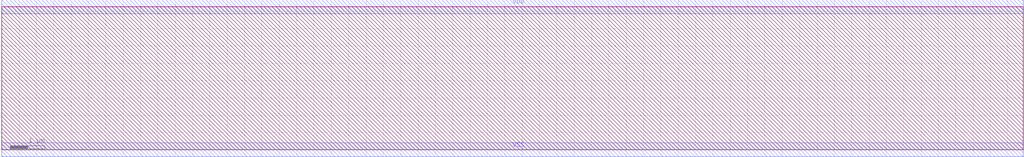
<source format=lef>
VERSION 5.8 ;

BUSBITCHARS "[]" ;
DIVIDERCHAR "/" ;
UNITS
	DATABASE MICRONS 1000 ;
END UNITS

MANUFACTURINGGRID 0.005 ;

USEMINSPACING OBS ON ;


PROPERTYDEFINITIONS 
END PROPERTYDEFINITIONS
LAYER diff

	TYPE MASTERSLICE ;
END diff

LAYER poly

	TYPE MASTERSLICE ;
END poly

LAYER mcon

	TYPE CUT ;
END mcon

LAYER met1

	TYPE ROUTING ;
	DIRECTION HORIZONTAL ;
	PITCH 0.46 ;
	WIDTH 0.14 ;
	OFFSET 0.0 ;
	AREA 0.083 ;
	
	SPACINGTABLE  PARALLELRUNLENGTH
		     		 0.0 
		WIDTH 0.0	           		  0.14 
		WIDTH 3.0	           		  0.28 ;

	WIREEXTENSION 0.07 ;
	MINWIDTH 0.14 ;
	MINENCLOSEDAREA 0.14 ;
	
	RESISTANCE RPERSQ 0.125 ;
	CAPACITANCE CPERSQDIST 2.57784e-05 ;
	THICKNESS 0.35 ;
	EDGECAPACITANCE 4.0567e-05 ;
	ANTENNAMODEL OXIDE1 ;
	ANTENNADIFFSIDEAREARATIO PWL ( ( 0.0 400.0 )  ( 0.0125 400.0 )  ( 0.0225 2609.0 )  ( 22.5 11600.0 ) ) ;
	ACCURRENTDENSITY RMS 6.1 ;
	DCCURRENTDENSITY AVERAGE 2.8 ;
END met1

LAYER via

	TYPE CUT ;
	SPACING 0.17  ;
	
	WIDTH 0.15 ;
	ENCLOSURE  ABOVE  0.055 0.085  ;
	ENCLOSURE  BELOW  0.055 0.085  ;
	
	RESISTANCE 4.5 ;
	DCCURRENTDENSITY AVERAGE 0.29 ;
	ANTENNAMODEL OXIDE1 ;
	ANTENNADIFFAREARATIO PWL ( ( 0.0 6.0 )  ( 0.0125 6.0 )  ( 0.0225 6.81 )  ( 22.5 816.0 ) ) ;
END via

LAYER met2

	TYPE ROUTING ;
	DIRECTION VERTICAL ;
	PITCH 0.46 ;
	WIDTH 0.14 ;
	OFFSET 0.0 ;
	AREA 0.0676 ;
	
	SPACINGTABLE  PARALLELRUNLENGTH
		     		 0.0 
		WIDTH 0.0	           		  0.14 
		WIDTH 3.0	           		  0.28 ;

	WIREEXTENSION 0.07 ;
	MINWIDTH 0.14 ;
	MINENCLOSEDAREA 0.14 ;
	
	RESISTANCE RPERSQ 0.125 ;
	CAPACITANCE CPERSQDIST 1.69423e-05 ;
	THICKNESS 0.35 ;
	EDGECAPACITANCE 3.7759e-05 ;
	ANTENNAMODEL OXIDE1 ;
	ANTENNADIFFSIDEAREARATIO PWL ( ( 0.0 400.0 )  ( 0.0125 400.0 )  ( 0.0225 2609.0 )  ( 22.5 11600.0 ) ) ;
	ACCURRENTDENSITY RMS 6.1 ;
	DCCURRENTDENSITY AVERAGE 2.8 ;
END met2

LAYER via2

	TYPE CUT ;
	SPACING 0.2  ;
	
	WIDTH 0.2 ;
	ENCLOSURE  ABOVE  0.065 0.065  ;
	ENCLOSURE  BELOW  0.04 0.085  ;
	
	RESISTANCE 3.41 ;
	DCCURRENTDENSITY AVERAGE 0.48 ;
	ANTENNAMODEL OXIDE1 ;
	ANTENNADIFFAREARATIO PWL ( ( 0.0 6.0 )  ( 0.0125 6.0 )  ( 0.0225 6.81 )  ( 22.5 816.0 ) ) ;
END via2

LAYER met3

	TYPE ROUTING ;
	DIRECTION HORIZONTAL ;
	PITCH 0.69 ;
	WIDTH 0.3 ;
	OFFSET 0.0 ;
	AREA 0.24 ;
	
	SPACINGTABLE  PARALLELRUNLENGTH
		     		 0.0 
		WIDTH 0.0	           		  0.3 
		WIDTH 3.0	           		  0.4 ;

	WIREEXTENSION 0.15 ;
	MINWIDTH 0.3 ;
	RESISTANCE RPERSQ 0.047 ;
	CAPACITANCE CPERSQDIST 1.23729e-05 ;
	THICKNESS 0.8 ;
	EDGECAPACITANCE 4.0989e-05 ;
	ANTENNAMODEL OXIDE1 ;
	ANTENNADIFFSIDEAREARATIO PWL ( ( 0.0 400.0 )  ( 0.0125 400.0 )  ( 0.0225 2609.0 )  ( 22.5 11600.0 ) ) ;
	ACCURRENTDENSITY RMS 14.9 ;
	DCCURRENTDENSITY AVERAGE 6.8 ;
END met3

LAYER via3

	TYPE CUT ;
	SPACING 0.2  ;
	
	WIDTH 0.2 ;
	ENCLOSURE  ABOVE  0.065 0.065  ;
	ENCLOSURE  BELOW  0.06 0.09  ;
	
	RESISTANCE 3.41 ;
	DCCURRENTDENSITY AVERAGE 0.48 ;
	ANTENNAMODEL OXIDE1 ;
	ANTENNADIFFAREARATIO PWL ( ( 0.0 6.0 )  ( 0.0125 6.0 )  ( 0.0225 6.81 )  ( 22.5 816.0 ) ) ;
END via3

LAYER met4

	TYPE ROUTING ;
	DIRECTION VERTICAL ;
	PITCH 0.69 ;
	WIDTH 0.3 ;
	OFFSET 0.0 ;
	AREA 0.24 ;
	
	SPACINGTABLE  PARALLELRUNLENGTH
		     		 0.0 
		WIDTH 0.0	           		  0.3 
		WIDTH 3.0	           		  0.4 ;

	WIREEXTENSION 0.15 ;
	MINWIDTH 0.3 ;
	RESISTANCE RPERSQ 0.047 ;
	CAPACITANCE CPERSQDIST 8.41537e-06 ;
	THICKNESS 0.8 ;
	EDGECAPACITANCE 3.6676e-05 ;
	ANTENNAMODEL OXIDE1 ;
	ANTENNADIFFSIDEAREARATIO PWL ( ( 0.0 400.0 )  ( 0.0125 400.0 )  ( 0.0225 2609.0 )  ( 22.5 11600.0 ) ) ;
	ACCURRENTDENSITY RMS 14.9 ;
	DCCURRENTDENSITY AVERAGE 6.8 ;
END met4

LAYER via4

	TYPE CUT ;
	SPACING 0.8  ;
	
	WIDTH 0.8 ;
	ENCLOSURE  ABOVE  0.31 0.31  ;
	ENCLOSURE  BELOW  0.19 0.19  ;
	
	RESISTANCE 0.38 ;
	DCCURRENTDENSITY AVERAGE 2.49 ;
	ANTENNAMODEL OXIDE1 ;
	ANTENNADIFFAREARATIO PWL ( ( 0.0 6.0 )  ( 0.0125 6.0 )  ( 0.0225 6.81 )  ( 22.5 816.0 ) ) ;
END via4

LAYER met5

	TYPE ROUTING ;
	DIRECTION HORIZONTAL ;
	PITCH 3.22 ;
	WIDTH 1.6 ;
	OFFSET 0.0 ;
	AREA 4.0 ;
	
	SPACINGTABLE  PARALLELRUNLENGTH
		     		 0.0 
		WIDTH 0.0	           		  1.6 ;

	WIREEXTENSION 0.8 ;
	MINWIDTH 1.6 ;
	RESISTANCE RPERSQ 0.029 ;
	CAPACITANCE CPERSQDIST 6.32063e-06 ;
	THICKNESS 1.2 ;
	EDGECAPACITANCE 3.8851e-05 ;
	ANTENNAMODEL OXIDE1 ;
	ANTENNADIFFSIDEAREARATIO PWL ( ( 0.0 400.0 )  ( 0.0125 400.0 )  ( 0.0225 2609.0 )  ( 22.5 11600.0 ) ) ;
	ACCURRENTDENSITY RMS 22.34 ;
	DCCURRENTDENSITY AVERAGE 10.17 ;
END met5

VIARULE M1M2_PR GENERATE 
	LAYER met1 ;
		ENCLOSURE 0.085 0.055 ;
		WIDTH 0 TO 1000 ;
	LAYER met2 ;
		ENCLOSURE 0.055 0.085 ;
		WIDTH 0 TO 1000 ;
	LAYER via ;
		RECT -0.075 -0.075 0.075 0.075 ;
		SPACING 0.17 BY 0.17 ;

END M1M2_PR 

VIARULE M1M2_PR_R GENERATE 
	LAYER met1 ;
		ENCLOSURE 0.055 0.085 ;
		WIDTH 0 TO 1000 ;
	LAYER met2 ;
		ENCLOSURE 0.085 0.055 ;
		WIDTH 0 TO 1000 ;
	LAYER via ;
		RECT -0.075 -0.075 0.075 0.075 ;
		SPACING 0.32 BY 0.32 ;

END M1M2_PR_R 

VIARULE M1M2_PR_M GENERATE 
	LAYER met1 ;
		ENCLOSURE 0.085 0.055 ;
		WIDTH 0 TO 1000 ;
	LAYER met2 ;
		ENCLOSURE 0.055 0.085 ;
		WIDTH 0 TO 1000 ;
	LAYER via ;
		RECT -0.075 -0.075 0.075 0.075 ;
		SPACING 0.17 BY 0.17 ;

END M1M2_PR_M 

VIARULE M1M2_PR_MR GENERATE 
	LAYER met1 ;
		ENCLOSURE 0.055 0.085 ;
		WIDTH 0 TO 1000 ;
	LAYER met2 ;
		ENCLOSURE 0.085 0.055 ;
		WIDTH 0 TO 1000 ;
	LAYER via ;
		RECT -0.075 -0.075 0.075 0.075 ;
		SPACING 0.17 BY 0.17 ;

END M1M2_PR_MR 

VIARULE M1M2_PR_C GENERATE 
	LAYER met1 ;
		ENCLOSURE 0.085 0.085 ;
		WIDTH 0 TO 1000 ;
	LAYER met2 ;
		ENCLOSURE 0.085 0.085 ;
		WIDTH 0 TO 1000 ;
	LAYER via ;
		RECT -0.075 -0.075 0.075 0.075 ;
		SPACING 0.32 BY 0.32 ;

END M1M2_PR_C 

VIARULE M2M3_PR GENERATE 
	LAYER met2 ;
		ENCLOSURE 0.04 0.085 ;
		WIDTH 0 TO 1000 ;
	LAYER met3 ;
		ENCLOSURE 0.065 0.065 ;
		WIDTH 0 TO 1000 ;
	LAYER via2 ;
		RECT -0.1 -0.1 0.1 0.1 ;
		SPACING 0.4 BY 0.4 ;

END M2M3_PR 

VIARULE M2M3_PR_R GENERATE 
	LAYER met2 ;
		ENCLOSURE 0.085 0.04 ;
		WIDTH 0 TO 1000 ;
	LAYER met3 ;
		ENCLOSURE 0.065 0.065 ;
		WIDTH 0 TO 1000 ;
	LAYER via2 ;
		RECT -0.1 -0.1 0.1 0.1 ;
		SPACING 0.4 BY 0.4 ;

END M2M3_PR_R 

VIARULE M2M3_PR_M GENERATE 
	LAYER met2 ;
		ENCLOSURE 0.04 0.085 ;
		WIDTH 0 TO 1000 ;
	LAYER met3 ;
		ENCLOSURE 0.065 0.065 ;
		WIDTH 0 TO 1000 ;
	LAYER via2 ;
		RECT -0.1 -0.1 0.1 0.1 ;
		SPACING 0.4 BY 0.4 ;

END M2M3_PR_M 

VIARULE M2M3_PR_MR GENERATE 
	LAYER met2 ;
		ENCLOSURE 0.085 0.04 ;
		WIDTH 0 TO 1000 ;
	LAYER met3 ;
		ENCLOSURE 0.065 0.065 ;
		WIDTH 0 TO 1000 ;
	LAYER via2 ;
		RECT -0.1 -0.1 0.1 0.1 ;
		SPACING 0.4 BY 0.4 ;

END M2M3_PR_MR 

VIARULE M2M3_PR_C GENERATE 
	LAYER met2 ;
		ENCLOSURE 0.085 0.085 ;
		WIDTH 0 TO 1000 ;
	LAYER met3 ;
		ENCLOSURE 0.065 0.065 ;
		WIDTH 0 TO 1000 ;
	LAYER via2 ;
		RECT -0.1 -0.1 0.1 0.1 ;
		SPACING 0.4 BY 0.4 ;

END M2M3_PR_C 

VIARULE M3M4_PR GENERATE 
	LAYER met3 ;
		ENCLOSURE 0.09 0.06 ;
		WIDTH 0 TO 1000 ;
	LAYER met4 ;
		ENCLOSURE 0.065 0.065 ;
		WIDTH 0 TO 1000 ;
	LAYER via3 ;
		RECT -0.1 -0.1 0.1 0.1 ;
		SPACING 0.4 BY 0.4 ;

END M3M4_PR 

VIARULE M3M4_PR_R GENERATE 
	LAYER met3 ;
		ENCLOSURE 0.06 0.09 ;
		WIDTH 0 TO 1000 ;
	LAYER met4 ;
		ENCLOSURE 0.065 0.065 ;
		WIDTH 0 TO 1000 ;
	LAYER via3 ;
		RECT -0.1 -0.1 0.1 0.1 ;
		SPACING 0.4 BY 0.4 ;

END M3M4_PR_R 

VIARULE M3M4_PR_M GENERATE 
	LAYER met3 ;
		ENCLOSURE 0.09 0.06 ;
		WIDTH 0 TO 1000 ;
	LAYER met4 ;
		ENCLOSURE 0.065 0.065 ;
		WIDTH 0 TO 1000 ;
	LAYER via3 ;
		RECT -0.1 -0.1 0.1 0.1 ;
		SPACING 0.4 BY 0.4 ;

END M3M4_PR_M 

VIARULE M3M4_PR_MR GENERATE 
	LAYER met3 ;
		ENCLOSURE 0.06 0.09 ;
		WIDTH 0 TO 1000 ;
	LAYER met4 ;
		ENCLOSURE 0.065 0.065 ;
		WIDTH 0 TO 1000 ;
	LAYER via3 ;
		RECT -0.1 -0.1 0.1 0.1 ;
		SPACING 0.4 BY 0.4 ;

END M3M4_PR_MR 

VIARULE M3M4_PR_C GENERATE 
	LAYER met3 ;
		ENCLOSURE 0.09 0.09 ;
		WIDTH 0 TO 1000 ;
	LAYER met4 ;
		ENCLOSURE 0.065 0.065 ;
		WIDTH 0 TO 1000 ;
	LAYER via3 ;
		RECT -0.1 -0.1 0.1 0.1 ;
		SPACING 0.4 BY 0.4 ;

END M3M4_PR_C 

VIARULE M4M5_PR GENERATE 
	LAYER met4 ;
		ENCLOSURE 0.19 0.19 ;
		WIDTH 0 TO 1000 ;
	LAYER met5 ;
		ENCLOSURE 0.31 0.31 ;
		WIDTH 0 TO 1000 ;
	LAYER via4 ;
		RECT -0.4 -0.4 0.4 0.4 ;
		SPACING 1.6 BY 1.6 ;

END M4M5_PR 

VIARULE M4M5_PR_R GENERATE 
	LAYER met4 ;
		ENCLOSURE 0.19 0.19 ;
		WIDTH 0 TO 1000 ;
	LAYER met5 ;
		ENCLOSURE 0.31 0.31 ;
		WIDTH 0 TO 1000 ;
	LAYER via4 ;
		RECT -0.4 -0.4 0.4 0.4 ;
		SPACING 1.6 BY 1.6 ;

END M4M5_PR_R 

VIARULE M4M5_PR_M GENERATE 
	LAYER met4 ;
		ENCLOSURE 0.19 0.19 ;
		WIDTH 0 TO 1000 ;
	LAYER met5 ;
		ENCLOSURE 0.31 0.31 ;
		WIDTH 0 TO 1000 ;
	LAYER via4 ;
		RECT -0.4 -0.4 0.4 0.4 ;
		SPACING 1.6 BY 1.6 ;

END M4M5_PR_M 

VIARULE M4M5_PR_MR GENERATE 
	LAYER met4 ;
		ENCLOSURE 0.19 0.19 ;
		WIDTH 0 TO 1000 ;
	LAYER met5 ;
		ENCLOSURE 0.31 0.31 ;
		WIDTH 0 TO 1000 ;
	LAYER via4 ;
		RECT -0.4 -0.4 0.4 0.4 ;
		SPACING 1.6 BY 1.6 ;

END M4M5_PR_MR 

VIARULE M4M5_PR_C GENERATE 
	LAYER met4 ;
		ENCLOSURE 0.19 0.19 ;
		WIDTH 0 TO 1000 ;
	LAYER met5 ;
		ENCLOSURE 0.31 0.31 ;
		WIDTH 0 TO 1000 ;
	LAYER via4 ;
		RECT -0.4 -0.4 0.4 0.4 ;
		SPACING 1.6 BY 1.6 ;

END M4M5_PR_C 

VIA M1M2_PR DEFAULT 
	RESISTANCE 4.5 ;
	LAYER met1 ;
		RECT -0.16 -0.13 0.16 0.13 ;
	LAYER via ;
		RECT -0.075 -0.075 0.075 0.075 ;
	LAYER met2 ;
		RECT -0.13 -0.16 0.13 0.16 ;

END M1M2_PR 

VIA M1M2_PR_C DEFAULT 
	RESISTANCE 4.5 ;
	LAYER met1 ;
		RECT -0.16 -0.16 0.16 0.16 ;
	LAYER via ;
		RECT -0.075 -0.075 0.075 0.075 ;
	LAYER met2 ;
		RECT -0.16 -0.16 0.16 0.16 ;

END M1M2_PR_C 

VIA M1M2_PR_M DEFAULT 
	RESISTANCE 4.5 ;
	LAYER met1 ;
		RECT -0.16 -0.13 0.16 0.13 ;
	LAYER via ;
		RECT -0.075 -0.075 0.075 0.075 ;
	LAYER met2 ;
		RECT -0.13 -0.16 0.13 0.16 ;

END M1M2_PR_M 

VIA M1M2_PR_MR DEFAULT 
	RESISTANCE 4.5 ;
	LAYER met1 ;
		RECT -0.13 -0.16 0.13 0.16 ;
	LAYER via ;
		RECT -0.075 -0.075 0.075 0.075 ;
	LAYER met2 ;
		RECT -0.13 -0.16 0.13 0.16 ;

END M1M2_PR_MR 

VIA M1M2_PR_R DEFAULT 
	RESISTANCE 4.5 ;
	LAYER met1 ;
		RECT -0.13 -0.16 0.13 0.16 ;
	LAYER via ;
		RECT -0.075 -0.075 0.075 0.075 ;
	LAYER met2 ;
		RECT -0.16 -0.13 0.16 0.13 ;

END M1M2_PR_R 

VIA M2M3_PR DEFAULT 
	RESISTANCE 3.41 ;
	LAYER met2 ;
		RECT -0.14 -0.185 0.14 0.185 ;
	LAYER via2 ;
		RECT -0.1 -0.1 0.1 0.1 ;
	LAYER met3 ;
		RECT -0.165 -0.165 0.165 0.165 ;

END M2M3_PR 

VIA M2M3_PR_C DEFAULT 
	RESISTANCE 3.41 ;
	LAYER met2 ;
		RECT -0.185 -0.185 0.185 0.185 ;
	LAYER via2 ;
		RECT -0.1 -0.1 0.1 0.1 ;
	LAYER met3 ;
		RECT -0.165 -0.165 0.165 0.165 ;

END M2M3_PR_C 

VIA M2M3_PR_M DEFAULT 
	RESISTANCE 3.41 ;
	LAYER met2 ;
		RECT -0.14 -0.185 0.14 0.185 ;
	LAYER via2 ;
		RECT -0.1 -0.1 0.1 0.1 ;
	LAYER met3 ;
		RECT -0.165 -0.165 0.165 0.165 ;

END M2M3_PR_M 

VIA M2M3_PR_MR DEFAULT 
	RESISTANCE 3.41 ;
	LAYER met2 ;
		RECT -0.185 -0.14 0.185 0.14 ;
	LAYER via2 ;
		RECT -0.1 -0.1 0.1 0.1 ;
	LAYER met3 ;
		RECT -0.165 -0.165 0.165 0.165 ;

END M2M3_PR_MR 

VIA M2M3_PR_R DEFAULT 
	RESISTANCE 3.41 ;
	LAYER met2 ;
		RECT -0.185 -0.14 0.185 0.14 ;
	LAYER via2 ;
		RECT -0.1 -0.1 0.1 0.1 ;
	LAYER met3 ;
		RECT -0.165 -0.165 0.165 0.165 ;

END M2M3_PR_R 

VIA M3M4_PR DEFAULT 
	RESISTANCE 3.41 ;
	LAYER met3 ;
		RECT -0.19 -0.16 0.19 0.16 ;
	LAYER via3 ;
		RECT -0.1 -0.1 0.1 0.1 ;
	LAYER met4 ;
		RECT -0.165 -0.165 0.165 0.165 ;

END M3M4_PR 

VIA M3M4_PR_C DEFAULT 
	RESISTANCE 3.41 ;
	LAYER met3 ;
		RECT -0.19 -0.19 0.19 0.19 ;
	LAYER via3 ;
		RECT -0.1 -0.1 0.1 0.1 ;
	LAYER met4 ;
		RECT -0.165 -0.165 0.165 0.165 ;

END M3M4_PR_C 

VIA M3M4_PR_M DEFAULT 
	RESISTANCE 3.41 ;
	LAYER met3 ;
		RECT -0.19 -0.16 0.19 0.16 ;
	LAYER via3 ;
		RECT -0.1 -0.1 0.1 0.1 ;
	LAYER met4 ;
		RECT -0.165 -0.165 0.165 0.165 ;

END M3M4_PR_M 

VIA M3M4_PR_MR DEFAULT 
	RESISTANCE 3.41 ;
	LAYER met3 ;
		RECT -0.16 -0.19 0.16 0.19 ;
	LAYER via3 ;
		RECT -0.1 -0.1 0.1 0.1 ;
	LAYER met4 ;
		RECT -0.165 -0.165 0.165 0.165 ;

END M3M4_PR_MR 

VIA M3M4_PR_R DEFAULT 
	RESISTANCE 3.41 ;
	LAYER met3 ;
		RECT -0.16 -0.19 0.16 0.19 ;
	LAYER via3 ;
		RECT -0.1 -0.1 0.1 0.1 ;
	LAYER met4 ;
		RECT -0.165 -0.165 0.165 0.165 ;

END M3M4_PR_R 

VIA M4M5_PR DEFAULT 
	RESISTANCE 0.38 ;
	LAYER met4 ;
		RECT -0.59 -0.59 0.59 0.59 ;
	LAYER via4 ;
		RECT -0.4 -0.4 0.4 0.4 ;
	LAYER met5 ;
		RECT -0.71 -0.71 0.71 0.71 ;

END M4M5_PR 

VIA M4M5_PR_C DEFAULT 
	RESISTANCE 0.38 ;
	LAYER met4 ;
		RECT -0.59 -0.59 0.59 0.59 ;
	LAYER via4 ;
		RECT -0.4 -0.4 0.4 0.4 ;
	LAYER met5 ;
		RECT -0.71 -0.71 0.71 0.71 ;

END M4M5_PR_C 

VIA M4M5_PR_M DEFAULT 
	RESISTANCE 0.38 ;
	LAYER met4 ;
		RECT -0.59 -0.59 0.59 0.59 ;
	LAYER via4 ;
		RECT -0.4 -0.4 0.4 0.4 ;
	LAYER met5 ;
		RECT -0.71 -0.71 0.71 0.71 ;

END M4M5_PR_M 

VIA M4M5_PR_MR DEFAULT 
	RESISTANCE 0.38 ;
	LAYER met4 ;
		RECT -0.59 -0.59 0.59 0.59 ;
	LAYER via4 ;
		RECT -0.4 -0.4 0.4 0.4 ;
	LAYER met5 ;
		RECT -0.71 -0.71 0.71 0.71 ;

END M4M5_PR_MR 

VIA M4M5_PR_R DEFAULT 
	RESISTANCE 0.38 ;
	LAYER met4 ;
		RECT -0.59 -0.59 0.59 0.59 ;
	LAYER via4 ;
		RECT -0.4 -0.4 0.4 0.4 ;
	LAYER met5 ;
		RECT -0.71 -0.71 0.71 0.71 ;

END M4M5_PR_R 

SITE CoreSite 
	CLASS CORE ;
	SYMMETRY X Y ;
	SIZE 0.46 BY 4.14 ;
END CoreSite 

SITE IOSite 
	CLASS PAD ;
	SYMMETRY X Y R90 ;
	SIZE 1.0 BY 240.0 ;
END IOSite 

SITE CornerSite 
	CLASS PAD ;
	SYMMETRY X Y R90 ;
	SIZE 240.0 BY 240.0 ;
END CornerSite 

MACRO AOI221X1
	CLASS CORE ;
	FOREIGN AOI221X1 0.0 0.0  ;
	ORIGIN 0.0 0.0 ;
	SIZE 3.22 BY 4.14 ;
	SYMMETRY X Y ;
	SITE CoreSite ;
	PIN Y
		DIRECTION OUTPUT ;
		USE SIGNAL ;
		PORT 
			LAYER met1 ;
			RECT 2.8 0.64 3.06 3.215 ;
			RECT 2.63 0.64 3.06 2.525 ;
			RECT 0.975 0.64 3.06 0.87 ;

		END 

	END Y
	PIN A0
		DIRECTION INPUT ;
		USE SIGNAL ;
		PORT 
			LAYER met1 ;
			RECT 0.33 0.81 0.59 2.05 ;

		END 

		ANTENNAMODEL OXIDE1 ;
		ANTENNAMAXSIDEAREACAR 0.511464 LAYER met1  ;
		ANTENNAMAXAREACAR 0.434744 LAYER met1  ;
		ANTENNAGATEAREA 0.2835 LAYER met1  ;
	END A0
	PIN A1
		DIRECTION INPUT ;
		USE SIGNAL ;
		PORT 
			LAYER met1 ;
			RECT 0.79 1.325 1.05 2.565 ;

		END 

		ANTENNAMODEL OXIDE1 ;
		ANTENNAMAXSIDEAREACAR 0.511464 LAYER met1  ;
		ANTENNAMAXAREACAR 0.434744 LAYER met1  ;
		ANTENNAGATEAREA 0.2835 LAYER met1  ;
	END A1
	PIN B0
		DIRECTION INPUT ;
		USE SIGNAL ;
		PORT 
			LAYER met1 ;
			RECT 1.71 1.325 1.97 2.565 ;

		END 

		ANTENNAMODEL OXIDE1 ;
		ANTENNAMAXSIDEAREACAR 0.511464 LAYER met1  ;
		ANTENNAMAXAREACAR 0.434744 LAYER met1  ;
		ANTENNAGATEAREA 0.2835 LAYER met1  ;
	END B0
	PIN B1
		DIRECTION INPUT ;
		USE SIGNAL ;
		PORT 
			LAYER met1 ;
			RECT 1.25 1.15 1.51 2.39 ;

		END 

		ANTENNAMODEL OXIDE1 ;
		ANTENNAMAXSIDEAREACAR 0.511464 LAYER met1  ;
		ANTENNAMAXAREACAR 0.434744 LAYER met1  ;
		ANTENNAGATEAREA 0.2835 LAYER met1  ;
	END B1
	PIN C0
		DIRECTION INPUT ;
		USE SIGNAL ;
		PORT 
			LAYER met1 ;
			RECT 2.17 1.13 2.43 2.37 ;

		END 

		ANTENNAMODEL OXIDE1 ;
		ANTENNAMAXSIDEAREACAR 0.650441 LAYER met1  ;
		ANTENNAMAXAREACAR 0.552875 LAYER met1  ;
		ANTENNAGATEAREA 0.2835 LAYER met1  ;
	END C0
	PIN VSS
		DIRECTION INPUT ;
		USE GROUND ;
		NETEXPR "VSS VSS!" ;
		SHAPE ABUTMENT ;
		PORT 
			LAYER met1 ;
			RECT 0.0 -0.2 3.22 0.2 ;

		END 

	END VSS
	PIN VDD
		DIRECTION INPUT ;
		USE POWER ;
		NETEXPR "VDD VDD!" ;
		SHAPE ABUTMENT ;
		PORT 
			LAYER met1 ;
			RECT 0.0 3.94 3.22 4.34 ;

		END 

	END VDD
	OBS
			LAYER met1 ;
			RECT 1.405 2.83 2.645 3.06 ;
			RECT 0.115 3.27 2.125 3.5 ;

	END

END AOI221X1

MACRO SDFFX1
	CLASS CORE ;
	FOREIGN SDFFX1 0.0 0.0  ;
	ORIGIN 0.0 0.0 ;
	SIZE 10.58 BY 4.14 ;
	SYMMETRY X Y ;
	SITE CoreSite ;
	PIN Q
		DIRECTION OUTPUT ;
		PORT 
			LAYER met1 ;
			RECT 9.045 0.68 9.39 3.455 ;

		END 

	END Q
	PIN QN
		DIRECTION OUTPUT ;
		PORT 
			LAYER met1 ;
			RECT 9.905 0.675 10.25 3.45 ;

		END 

	END QN
	PIN CK
		DIRECTION INPUT ;
		USE CLOCK ;
		PORT 
			LAYER met1 ;
			RECT 2.17 0.435 2.43 1.675 ;

		END 

		ANTENNAMODEL OXIDE1 ;
		ANTENNAMAXSIDEAREACAR 1.04762 LAYER met1  ;
		ANTENNAMAXAREACAR 0.890476 LAYER met1  ;
		ANTENNAGATEAREA 0.1575 LAYER met1  ;
	END CK
	PIN D
		DIRECTION INPUT ;
		PORT 
			LAYER met1 ;
			RECT 0.79 2.15 1.05 3.39 ;

		END 

		ANTENNAMODEL OXIDE1 ;
		ANTENNAMAXSIDEAREACAR 0.907937 LAYER met1  ;
		ANTENNAMAXAREACAR 0.771746 LAYER met1  ;
		ANTENNAGATEAREA 0.1575 LAYER met1  ;
	END D
	PIN SE
		DIRECTION INPUT ;
		PORT 
			LAYER met1 ;
			RECT 0.79 0.745 1.05 1.985 ;

		END 

		ANTENNAMODEL OXIDE1 ;
		ANTENNAMAXSIDEAREACAR 1.13968 LAYER met1  ;
		ANTENNAMAXAREACAR 1.06048 LAYER met1  ;
		ANTENNAGATEAREA 0.315 LAYER met1  ;
	END SE
	PIN SI
		DIRECTION INPUT ;
		PORT 
			LAYER met1 ;
			RECT 2.17 1.82 2.43 3.06 ;

		END 

		ANTENNAMODEL OXIDE1 ;
		ANTENNAMAXSIDEAREACAR 1.04127 LAYER met1  ;
		ANTENNAMAXAREACAR 0.885079 LAYER met1  ;
		ANTENNAGATEAREA 0.1575 LAYER met1  ;
	END SI
	PIN VSS
		DIRECTION INPUT ;
		USE GROUND ;
		NETEXPR "VSS VSS!" ;
		SHAPE ABUTMENT ;
		PORT 
			LAYER met1 ;
			RECT 0.0 -0.2 10.58 0.2 ;

		END 

	END VSS
	PIN VDD
		DIRECTION INPUT ;
		USE POWER ;
		NETEXPR "VDD VDD!" ;
		SHAPE ABUTMENT ;
		PORT 
			LAYER met1 ;
			RECT 0.0 3.94 10.58 4.34 ;

		END 

	END VDD
	OBS
			LAYER met1 ;
			RECT 3.675 3.375 5.715 3.605 ;
			RECT 5.485 2.475 5.715 3.605 ;
			RECT 3.675 0.705 3.905 3.605 ;
			RECT 1.435 3.375 3.475 3.605 ;
			RECT 3.245 0.705 3.475 3.605 ;
			RECT 1.435 0.705 1.665 3.605 ;
			RECT 8.585 0.88 8.815 3.53 ;
			RECT 7.725 0.68 7.955 3.53 ;
			RECT 6.775 1.145 7.005 2.795 ;
			RECT 6.345 0.705 6.575 3.235 ;
			RECT 5.915 0.705 6.145 3.235 ;
			RECT 4.965 0.705 5.195 3.235 ;
			RECT 2.725 0.705 2.955 3.235 ;
			RECT 0.145 0.705 0.375 3.235 ;

	END

END SDFFX1

MACRO OR3X2
	CLASS CORE ;
	FOREIGN OR3X2 0.0 0.0  ;
	ORIGIN 0.0 0.0 ;
	SIZE 2.76 BY 4.14 ;
	SYMMETRY X Y ;
	SITE CoreSite ;
	PIN Y
		DIRECTION OUTPUT ;
		USE SIGNAL ;
		PORT 
			LAYER met1 ;
			RECT 1.925 3.24 2.43 3.53 ;
			RECT 2.17 0.535 2.43 3.53 ;
			RECT 1.925 0.535 2.43 0.825 ;

		END 

	END Y
	PIN A
		DIRECTION INPUT ;
		USE SIGNAL ;
		PORT 
			LAYER met1 ;
			RECT 1.25 1.46 1.51 2.7 ;

		END 

		ANTENNAMODEL OXIDE1 ;
		ANTENNAMAXSIDEAREACAR 0.907937 LAYER met1  ;
		ANTENNAMAXAREACAR 0.771746 LAYER met1  ;
		ANTENNAGATEAREA 0.1575 LAYER met1  ;
	END A
	PIN B
		DIRECTION INPUT ;
		USE SIGNAL ;
		PORT 
			LAYER met1 ;
			RECT 0.79 1.06 1.05 2.3 ;

		END 

		ANTENNAMODEL OXIDE1 ;
		ANTENNAMAXSIDEAREACAR 0.742857 LAYER met1  ;
		ANTENNAMAXAREACAR 0.631429 LAYER met1  ;
		ANTENNAGATEAREA 0.1575 LAYER met1  ;
	END B
	PIN C
		DIRECTION INPUT ;
		USE SIGNAL ;
		PORT 
			LAYER met1 ;
			RECT 0.33 1.31 0.59 2.55 ;

		END 

		ANTENNAMODEL OXIDE1 ;
		ANTENNAMAXSIDEAREACAR 0.926984 LAYER met1  ;
		ANTENNAMAXAREACAR 0.787937 LAYER met1  ;
		ANTENNAGATEAREA 0.1575 LAYER met1  ;
	END C
	PIN VSS
		DIRECTION INPUT ;
		USE GROUND ;
		NETEXPR "VSS VSS!" ;
		SHAPE ABUTMENT ;
		PORT 
			LAYER met1 ;
			RECT 0.0 -0.2 2.76 0.2 ;

		END 

	END VSS
	PIN VDD
		DIRECTION INPUT ;
		USE POWER ;
		NETEXPR "VDD VDD!" ;
		SHAPE ABUTMENT ;
		PORT 
			LAYER met1 ;
			RECT 0.0 3.94 2.76 4.34 ;

		END 

	END VDD
	OBS
			LAYER met1 ;
			RECT 0.115 3.27 1.2 3.5 ;
			RECT 0.97 2.87 1.2 3.5 ;
			RECT 0.97 2.87 2.03 3.1 ;
			RECT 1.8 1.09 2.03 3.1 ;
			RECT 1.36 1.09 2.03 1.32 ;
			RECT 1.36 0.475 1.59 1.32 ;
			RECT 0.115 0.475 1.59 0.705 ;

	END

END OR3X2

MACRO OAI211X1
	CLASS CORE ;
	FOREIGN OAI211X1 0.0 0.0  ;
	ORIGIN 0.0 0.0 ;
	SIZE 2.76 BY 4.14 ;
	SYMMETRY X Y ;
	SITE CoreSite ;
	PIN Y
		DIRECTION OUTPUT ;
		USE SIGNAL ;
		PORT 
			LAYER met1 ;
			RECT 0.99 2.865 2.43 3.125 ;
			RECT 2.17 0.61 2.43 3.125 ;
			RECT 1.85 0.61 2.43 0.905 ;
			RECT 1.865 2.865 2.095 3.53 ;
			RECT 0.99 2.865 1.25 3.515 ;

		END 

	END Y
	PIN A0
		DIRECTION INPUT ;
		USE SIGNAL ;
		PORT 
			LAYER met1 ;
			RECT 0.33 1.19 0.59 2.43 ;

		END 

		ANTENNAMODEL OXIDE1 ;
		ANTENNAMAXSIDEAREACAR 0.363316 LAYER met1  ;
		ANTENNAMAXAREACAR 0.308818 LAYER met1  ;
		ANTENNAGATEAREA 0.2835 LAYER met1  ;
	END A0
	PIN A1
		DIRECTION INPUT ;
		USE SIGNAL ;
		PORT 
			LAYER met1 ;
			RECT 0.79 1.285 1.05 2.525 ;

		END 

		ANTENNAMODEL OXIDE1 ;
		ANTENNAMAXSIDEAREACAR 0.402116 LAYER met1  ;
		ANTENNAMAXAREACAR 0.341799 LAYER met1  ;
		ANTENNAGATEAREA 0.2835 LAYER met1  ;
	END A1
	PIN B0
		DIRECTION INPUT ;
		USE SIGNAL ;
		PORT 
			LAYER met1 ;
			RECT 1.25 1.31 1.51 2.55 ;

		END 

		ANTENNAMODEL OXIDE1 ;
		ANTENNAMAXSIDEAREACAR 0.42328 LAYER met1  ;
		ANTENNAMAXAREACAR 0.359788 LAYER met1  ;
		ANTENNAGATEAREA 0.2835 LAYER met1  ;
	END B0
	PIN C0
		DIRECTION INPUT ;
		USE SIGNAL ;
		PORT 
			LAYER met1 ;
			RECT 1.71 1.32 1.97 2.56 ;

		END 

		ANTENNAMODEL OXIDE1 ;
		ANTENNAMAXSIDEAREACAR 0.419753 LAYER met1  ;
		ANTENNAMAXAREACAR 0.35679 LAYER met1  ;
		ANTENNAGATEAREA 0.2835 LAYER met1  ;
	END C0
	PIN VSS
		DIRECTION INPUT ;
		USE GROUND ;
		NETEXPR "VSS VSS!" ;
		SHAPE ABUTMENT ;
		PORT 
			LAYER met1 ;
			RECT 0.0 -0.2 2.76 0.2 ;

		END 

	END VSS
	PIN VDD
		DIRECTION INPUT ;
		USE POWER ;
		NETEXPR "VDD VDD!" ;
		SHAPE ABUTMENT ;
		PORT 
			LAYER met1 ;
			RECT 0.0 3.94 2.76 4.34 ;

		END 

	END VDD
	OBS
			LAYER met1 ;
			RECT 1.005 0.61 1.235 0.935 ;
			RECT 0.145 0.61 0.375 0.935 ;
			RECT 0.145 0.61 1.235 0.84 ;

	END

END OAI211X1

MACRO AOI222X1
	CLASS CORE ;
	FOREIGN AOI222X1 0.0 0.0  ;
	ORIGIN 0.0 0.0 ;
	SIZE 4.14 BY 4.14 ;
	SYMMETRY X Y ;
	SITE CoreSite ;
	PIN Y
		DIRECTION OUTPUT ;
		USE SIGNAL ;
		PORT 
			LAYER met1 ;
			RECT 3.245 0.68 3.475 1.33 ;
			RECT 0.975 0.68 3.475 0.91 ;
			RECT 2.63 0.68 3.045 3.09 ;

		END 

	END Y
	PIN A0
		DIRECTION INPUT ;
		USE SIGNAL ;
		PORT 
			LAYER met1 ;
			RECT 0.33 1.05 0.59 2.29 ;

		END 

		ANTENNAMODEL OXIDE1 ;
		ANTENNAMAXSIDEAREACAR 0.444444 LAYER met1  ;
		ANTENNAMAXAREACAR 0.377778 LAYER met1  ;
		ANTENNAGATEAREA 0.2835 LAYER met1  ;
	END A0
	PIN A1
		DIRECTION INPUT ;
		USE SIGNAL ;
		PORT 
			LAYER met1 ;
			RECT 0.79 1.495 1.05 2.735 ;

		END 

		ANTENNAMODEL OXIDE1 ;
		ANTENNAMAXSIDEAREACAR 0.444444 LAYER met1  ;
		ANTENNAMAXAREACAR 0.377778 LAYER met1  ;
		ANTENNAGATEAREA 0.2835 LAYER met1  ;
	END A1
	PIN B0
		DIRECTION INPUT ;
		USE SIGNAL ;
		PORT 
			LAYER met1 ;
			RECT 1.71 1.49 1.97 2.73 ;

		END 

		ANTENNAMODEL OXIDE1 ;
		ANTENNAMAXSIDEAREACAR 0.567901 LAYER met1  ;
		ANTENNAMAXAREACAR 0.482716 LAYER met1  ;
		ANTENNAGATEAREA 0.2835 LAYER met1  ;
	END B0
	PIN B1
		DIRECTION INPUT ;
		USE SIGNAL ;
		PORT 
			LAYER met1 ;
			RECT 1.25 1.1 1.51 2.34 ;

		END 

		ANTENNAMODEL OXIDE1 ;
		ANTENNAMAXSIDEAREACAR 0.444444 LAYER met1  ;
		ANTENNAMAXAREACAR 0.377778 LAYER met1  ;
		ANTENNAGATEAREA 0.2835 LAYER met1  ;
	END B1
	PIN C0
		DIRECTION INPUT ;
		USE SIGNAL ;
		PORT 
			LAYER met1 ;
			RECT 2.17 1.33 2.43 2.57 ;

		END 

		ANTENNAMODEL OXIDE1 ;
		ANTENNAMAXSIDEAREACAR 0.617284 LAYER met1  ;
		ANTENNAMAXAREACAR 0.524691 LAYER met1  ;
		ANTENNAGATEAREA 0.2835 LAYER met1  ;
	END C0
	PIN C1
		DIRECTION INPUT ;
		USE SIGNAL ;
		PORT 
			LAYER met1 ;
			RECT 3.55 1.765 3.81 3.005 ;

		END 

		ANTENNAMODEL OXIDE1 ;
		ANTENNAMAXSIDEAREACAR 0.70194 LAYER met1  ;
		ANTENNAMAXAREACAR 0.596649 LAYER met1  ;
		ANTENNAGATEAREA 0.2835 LAYER met1  ;
	END C1
	PIN VSS
		DIRECTION INPUT ;
		USE GROUND ;
		NETEXPR "VSS VSS!" ;
		SHAPE ABUTMENT ;
		PORT 
			LAYER met1 ;
			RECT 0.0 -0.2 4.14 0.2 ;

		END 

	END VSS
	PIN VDD
		DIRECTION INPUT ;
		USE POWER ;
		NETEXPR "VDD VDD!" ;
		SHAPE ABUTMENT ;
		PORT 
			LAYER met1 ;
			RECT 0.0 3.94 4.14 4.34 ;

		END 

	END VDD
	OBS
			LAYER met1 ;
			RECT 1.405 3.27 3.505 3.5 ;
			RECT 0.115 2.9 2.125 3.13 ;

	END

END AOI222X1

MACRO AND4X2
	CLASS CORE ;
	FOREIGN AND4X2 0.0 0.0  ;
	ORIGIN 0.0 0.0 ;
	SIZE 3.22 BY 4.14 ;
	SYMMETRY X Y ;
	SITE CoreSite ;
	PIN Y
		DIRECTION OUTPUT ;
		USE SIGNAL ;
		PORT 
			LAYER met1 ;
			RECT 2.355 3.24 2.89 3.53 ;
			RECT 2.63 0.61 2.89 3.53 ;
			RECT 2.355 0.61 2.89 0.9 ;

		END 

	END Y
	PIN A
		DIRECTION INPUT ;
		USE SIGNAL ;
		PORT 
			LAYER met1 ;
			RECT 1.71 1.425 1.97 2.665 ;

		END 

		ANTENNAMODEL OXIDE1 ;
		ANTENNAMAXSIDEAREACAR 1.02222 LAYER met1  ;
		ANTENNAMAXAREACAR 0.868889 LAYER met1  ;
		ANTENNAGATEAREA 0.1575 LAYER met1  ;
	END A
	PIN B
		DIRECTION INPUT ;
		USE SIGNAL ;
		PORT 
			LAYER met1 ;
			RECT 1.25 1.865 1.51 3.105 ;

		END 

		ANTENNAMODEL OXIDE1 ;
		ANTENNAMAXSIDEAREACAR 0.968889 LAYER met1  ;
		ANTENNAMAXAREACAR 0.823556 LAYER met1  ;
		ANTENNAGATEAREA 0.1575 LAYER met1  ;
	END B
	PIN C
		DIRECTION INPUT ;
		USE SIGNAL ;
		PORT 
			LAYER met1 ;
			RECT 0.79 1.055 1.05 2.295 ;

		END 

		ANTENNAMODEL OXIDE1 ;
		ANTENNAMAXSIDEAREACAR 0.920635 LAYER met1  ;
		ANTENNAMAXAREACAR 0.78254 LAYER met1  ;
		ANTENNAGATEAREA 0.1575 LAYER met1  ;
	END C
	PIN D
		DIRECTION INPUT ;
		USE SIGNAL ;
		PORT 
			LAYER met1 ;
			RECT 0.33 1.055 0.59 2.295 ;

		END 

		ANTENNAMODEL OXIDE1 ;
		ANTENNAMAXSIDEAREACAR 0.920635 LAYER met1  ;
		ANTENNAMAXAREACAR 0.78254 LAYER met1  ;
		ANTENNAGATEAREA 0.1575 LAYER met1  ;
	END D
	PIN VSS
		DIRECTION INPUT ;
		USE GROUND ;
		NETEXPR "VSS VSS!" ;
		SHAPE ABUTMENT ;
		PORT 
			LAYER met1 ;
			RECT 0.0 -0.2 3.22 0.2 ;

		END 

	END VSS
	PIN VDD
		DIRECTION INPUT ;
		USE POWER ;
		NETEXPR "VDD VDD!" ;
		SHAPE ABUTMENT ;
		PORT 
			LAYER met1 ;
			RECT 0.0 3.94 3.22 4.34 ;

		END 

	END VDD
	OBS
			LAYER met1 ;
			RECT 0.545 3.27 2.125 3.5 ;
			RECT 1.895 2.87 2.125 3.5 ;
			RECT 1.895 2.87 2.48 3.1 ;
			RECT 2.215 1.04 2.445 3.1 ;
			RECT 2.21 2.0 2.445 2.29 ;
			RECT 1.985 0.64 2.215 1.27 ;
			RECT 0.115 0.64 2.215 0.87 ;

	END

END AND4X2

MACRO AND2X2
	CLASS CORE ;
	FOREIGN AND2X2 0.0 0.0  ;
	ORIGIN 0.0 0.0 ;
	SIZE 2.3 BY 4.14 ;
	SYMMETRY X Y ;
	SITE CoreSite ;
	PIN Y
		DIRECTION OUTPUT ;
		USE SIGNAL ;
		PORT 
			LAYER met1 ;
			RECT 1.495 3.18 1.97 3.47 ;
			RECT 1.71 0.655 1.97 3.47 ;
			RECT 1.495 0.655 1.97 0.945 ;

		END 

		ANTENNAPARTIALMETALSIDEAREA 0.0007 LAYER met1  ;
		ANTENNAPARTIALMETALAREA 0.00023 LAYER met1  ;
	END Y
	PIN A
		DIRECTION INPUT ;
		USE SIGNAL ;
		PORT 
			LAYER met1 ;
			RECT 1.25 1.535 1.51 2.775 ;

		END 

		ANTENNAMODEL OXIDE1 ;
		ANTENNAMAXSIDEAREACAR 1.26222 LAYER met1  ;
		ANTENNAMAXAREACAR 1.07289 LAYER met1  ;
		ANTENNAGATEAREA 0.1575 LAYER met1  ;
	END A
	PIN B
		DIRECTION INPUT ;
		USE SIGNAL ;
		PORT 
			LAYER met1 ;
			RECT 0.33 1.745 0.59 2.985 ;

		END 

		ANTENNAMODEL OXIDE1 ;
		ANTENNAMAXSIDEAREACAR 0.910476 LAYER met1  ;
		ANTENNAMAXAREACAR 0.773905 LAYER met1  ;
		ANTENNAGATEAREA 0.1575 LAYER met1  ;
	END B
	PIN VSS
		DIRECTION INPUT ;
		USE GROUND ;
		NETEXPR "VSS VSS!" ;
		SHAPE ABUTMENT ;
		PORT 
			LAYER met1 ;
			RECT 0.0 -0.2 2.3 0.2 ;

		END 

	END VSS
	PIN VDD
		DIRECTION INPUT ;
		USE POWER ;
		NETEXPR "VDD VDD!" ;
		SHAPE ABUTMENT ;
		PORT 
			LAYER met1 ;
			RECT 0.0 3.94 2.3 4.34 ;

		END 

	END VDD
	OBS
			LAYER met1 ;
			RECT 0.575 3.24 0.99 3.53 ;
			RECT 0.76 0.685 0.99 3.53 ;
			RECT 0.145 0.655 0.375 0.945 ;
			RECT 0.145 0.685 0.99 0.915 ;

	END

END AND2X2

MACRO NOR3X4
	CLASS CORE ;
	FOREIGN NOR3X4 0.0 0.0  ;
	ORIGIN 0.0 0.0 ;
	SIZE 6.44 BY 4.14 ;
	SYMMETRY X Y ;
	SITE CoreSite ;
	PIN Y
		DIRECTION OUTPUT ;
		USE SIGNAL ;
		PORT 
			LAYER met1 ;
			RECT 4.105 3.27 6.11 3.5 ;
			RECT 5.825 0.61 6.11 3.5 ;
			RECT 0.575 0.61 6.11 0.9 ;
			RECT 4.965 2.85 5.195 3.5 ;
			RECT 4.105 2.85 4.335 3.5 ;

		END 

	END Y
	PIN A
		DIRECTION INPUT ;
		USE SIGNAL ;
		PORT 
			LAYER met1 ;
			RECT 0.79 1.085 1.05 2.325 ;

		END 

		ANTENNAMODEL OXIDE1 ;
		ANTENNAMAXSIDEAREACAR 0.239859 LAYER met1  ;
		ANTENNAMAXAREACAR 0.25485 LAYER met1  ;
		ANTENNAGATEAREA 1.134 LAYER met1  ;
	END A
	PIN B
		DIRECTION INPUT ;
		USE SIGNAL ;
		PORT 
			LAYER met1 ;
			RECT 2.175 1.04 2.435 2.28 ;

		END 

		ANTENNAMODEL OXIDE1 ;
		ANTENNAMAXSIDEAREACAR 0.258377 LAYER met1  ;
		ANTENNAMAXAREACAR 0.270591 LAYER met1  ;
		ANTENNAGATEAREA 1.134 LAYER met1  ;
	END B
	PIN C
		DIRECTION INPUT ;
		USE SIGNAL ;
		PORT 
			LAYER met1 ;
			RECT 4.93 1.04 5.19 2.28 ;

		END 

		ANTENNAMODEL OXIDE1 ;
		ANTENNAMAXSIDEAREACAR 0.239859 LAYER met1  ;
		ANTENNAMAXAREACAR 0.25485 LAYER met1  ;
		ANTENNAGATEAREA 1.134 LAYER met1  ;
	END C
	PIN VSS
		DIRECTION INPUT ;
		USE GROUND ;
		NETEXPR "VSS VSS!" ;
		SHAPE ABUTMENT ;
		PORT 
			LAYER met1 ;
			RECT 0.0 -0.2 6.44 0.2 ;

		END 

	END VSS
	PIN VDD
		DIRECTION INPUT ;
		USE POWER ;
		NETEXPR "VDD VDD!" ;
		SHAPE ABUTMENT ;
		PORT 
			LAYER met1 ;
			RECT 0.0 3.94 6.44 4.34 ;

		END 

	END VDD
	OBS
			LAYER met1 ;
			RECT 5.395 2.47 5.625 3.12 ;
			RECT 4.535 2.47 4.765 3.12 ;
			RECT 3.155 2.47 3.385 3.12 ;
			RECT 2.295 2.47 2.525 3.12 ;
			RECT 2.295 2.47 5.625 2.7 ;
			RECT 0.145 3.27 3.815 3.5 ;
			RECT 3.585 2.85 3.815 3.5 ;
			RECT 2.725 2.85 2.955 3.5 ;
			RECT 1.865 2.49 2.095 3.5 ;
			RECT 1.005 2.49 1.235 3.5 ;
			RECT 0.145 2.49 0.375 3.5 ;

	END

END NOR3X4

MACRO DFFRX1
	CLASS CORE ;
	FOREIGN DFFRX1 0.0 0.0  ;
	ORIGIN 0.0 0.0 ;
	SIZE 9.2 BY 4.14 ;
	SYMMETRY X Y ;
	SITE CoreSite ;
	PIN Q
		DIRECTION OUTPUT ;
		PORT 
			LAYER met1 ;
			RECT 7.69 2.44 7.955 3.45 ;
			RECT 7.69 0.68 7.955 1.33 ;
			RECT 7.69 0.68 7.95 3.45 ;

		END 

	END Q
	PIN QN
		DIRECTION OUTPUT ;
		PORT 
			LAYER met1 ;
			RECT 8.585 2.44 8.87 3.45 ;
			RECT 8.61 0.68 8.87 3.45 ;
			RECT 8.585 0.68 8.87 1.33 ;

		END 

	END QN
	PIN CK
		DIRECTION INPUT ;
		USE CLOCK ;
		PORT 
			LAYER met1 ;
			RECT 0.79 2.315 1.05 3.555 ;

		END 

		ANTENNAMODEL OXIDE1 ;
		ANTENNAMAXSIDEAREACAR 1.07937 LAYER met1  ;
		ANTENNAMAXAREACAR 0.91746 LAYER met1  ;
		ANTENNAGATEAREA 0.1575 LAYER met1  ;
	END CK
	PIN D
		DIRECTION INPUT ;
		PORT 
			LAYER met1 ;
			RECT 0.79 0.385 1.05 1.625 ;

		END 

		ANTENNAMODEL OXIDE1 ;
		ANTENNAMAXSIDEAREACAR 0.926984 LAYER met1  ;
		ANTENNAMAXAREACAR 0.787937 LAYER met1  ;
		ANTENNAGATEAREA 0.1575 LAYER met1  ;
	END D
	PIN RN
		DIRECTION INPUT ;
		PORT 
			LAYER met1 ;
			RECT 6.77 1.405 7.03 2.645 ;

		END 

		ANTENNAMODEL OXIDE1 ;
		ANTENNAMAXSIDEAREACAR 2.9746 LAYER met1  ;
		ANTENNAMAXAREACAR 2.62016 LAYER met1  ;
		ANTENNAGATEAREA 0.315 LAYER met1  ;
	END RN
	PIN VSS
		DIRECTION INPUT ;
		USE GROUND ;
		NETEXPR "VSS VSS!" ;
		SHAPE ABUTMENT ;
		PORT 
			LAYER met1 ;
			RECT 0.0 -0.2 9.2 0.2 ;

		END 

	END VSS
	PIN VDD
		DIRECTION INPUT ;
		USE POWER ;
		NETEXPR "VDD VDD!" ;
		SHAPE ABUTMENT ;
		PORT 
			LAYER met1 ;
			RECT 0.0 3.94 9.2 4.34 ;

		END 

	END VDD
	OBS
			LAYER met1 ;
			RECT 6.345 0.765 6.575 3.53 ;
			RECT 5.915 0.765 6.575 0.995 ;
			RECT 5.915 0.705 6.145 0.995 ;
			RECT 1.435 3.375 3.905 3.605 ;
			RECT 3.675 2.505 3.905 3.605 ;
			RECT 1.435 0.705 1.665 3.605 ;
			RECT 2.725 2.945 2.955 3.235 ;
			RECT 1.865 2.945 2.095 3.235 ;
			RECT 1.865 3.005 2.955 3.175 ;
			RECT 7.205 0.61 7.435 3.53 ;
			RECT 4.965 1.145 5.195 2.795 ;
			RECT 4.535 0.705 4.765 3.235 ;
			RECT 4.105 0.705 4.335 3.235 ;
			RECT 3.245 0.705 3.475 3.235 ;
			RECT 0.145 0.705 0.375 3.235 ;

	END

END DFFRX1

MACRO SDFFRX1
	CLASS CORE ;
	FOREIGN SDFFRX1 0.0 0.0  ;
	ORIGIN 0.0 0.0 ;
	SIZE 11.5 BY 4.14 ;
	SYMMETRY X Y ;
	SITE CoreSite ;
	PIN Q
		DIRECTION OUTPUT ;
		PORT 
			LAYER met1 ;
			RECT 10.825 0.685 11.17 3.455 ;

		END 

	END Q
	PIN QN
		DIRECTION OUTPUT ;
		PORT 
			LAYER met1 ;
			RECT 9.965 0.68 10.25 3.45 ;

		END 

	END QN
	PIN CK
		DIRECTION INPUT ;
		USE CLOCK ;
		PORT 
			LAYER met1 ;
			RECT 2.17 0.4 2.43 1.64 ;

		END 

		ANTENNAMODEL OXIDE1 ;
		ANTENNAMAXSIDEAREACAR 1.04762 LAYER met1  ;
		ANTENNAMAXAREACAR 0.890476 LAYER met1  ;
		ANTENNAGATEAREA 0.1575 LAYER met1  ;
	END CK
	PIN D
		DIRECTION INPUT ;
		PORT 
			LAYER met1 ;
			RECT 0.79 2.125 1.05 3.365 ;

		END 

		ANTENNAMODEL OXIDE1 ;
		ANTENNAMAXSIDEAREACAR 0.660317 LAYER met1  ;
		ANTENNAMAXAREACAR 0.56127 LAYER met1  ;
		ANTENNAGATEAREA 0.1575 LAYER met1  ;
	END D
	PIN RN
		DIRECTION INPUT ;
		PORT 
			LAYER met1 ;
			RECT 4.93 1.17 5.19 2.41 ;

		END 

		ANTENNAMODEL OXIDE1 ;
		ANTENNAMAXSIDEAREACAR 2.28571 LAYER met1  ;
		ANTENNAMAXAREACAR 2.0346 LAYER met1  ;
		ANTENNAGATEAREA 0.315 LAYER met1  ;
	END RN
	PIN SE
		DIRECTION INPUT ;
		PORT 
			LAYER met1 ;
			RECT 0.79 0.745 1.05 1.985 ;

		END 

		ANTENNAMODEL OXIDE1 ;
		ANTENNAMAXSIDEAREACAR 1.16508 LAYER met1  ;
		ANTENNAMAXAREACAR 1.08206 LAYER met1  ;
		ANTENNAGATEAREA 0.315 LAYER met1  ;
	END SE
	PIN SI
		DIRECTION INPUT ;
		PORT 
			LAYER met1 ;
			RECT 2.17 1.78 2.43 3.02 ;

		END 

		ANTENNAMODEL OXIDE1 ;
		ANTENNAMAXSIDEAREACAR 1.04127 LAYER met1  ;
		ANTENNAMAXAREACAR 0.885079 LAYER met1  ;
		ANTENNAGATEAREA 0.1575 LAYER met1  ;
	END SI
	PIN VSS
		DIRECTION INPUT ;
		USE GROUND ;
		NETEXPR "VSS VSS!" ;
		SHAPE ABUTMENT ;
		PORT 
			LAYER met1 ;
			RECT 0.0 -0.2 11.5 0.2 ;

		END 

	END VSS
	PIN VDD
		DIRECTION INPUT ;
		USE POWER ;
		NETEXPR "VDD VDD!" ;
		SHAPE ABUTMENT ;
		PORT 
			LAYER met1 ;
			RECT 0.0 3.94 11.5 4.34 ;

		END 

	END VDD
	OBS
			LAYER met1 ;
			RECT 9.45 0.765 9.68 3.235 ;
			RECT 8.985 0.765 9.68 0.935 ;
			RECT 8.585 0.705 8.815 3.235 ;
			RECT 8.495 0.705 8.815 0.995 ;
			RECT 6.775 0.705 7.005 3.235 ;
			RECT 6.775 1.855 7.545 2.085 ;
			RECT 3.675 3.375 6.145 3.605 ;
			RECT 5.915 2.475 6.145 3.605 ;
			RECT 3.675 0.705 3.905 3.605 ;
			RECT 1.435 3.57 3.475 3.8 ;
			RECT 3.245 0.705 3.475 3.8 ;
			RECT 1.435 0.705 1.665 3.8 ;
			RECT 0.15 0.71 0.38 3.24 ;
			RECT 0.145 2.945 0.38 3.235 ;
			RECT 0.145 2.505 0.38 2.795 ;
			RECT 0.145 1.145 0.38 1.435 ;
			RECT 0.145 0.705 0.375 0.995 ;
			RECT 7.715 1.145 7.945 2.795 ;
			RECT 6.345 0.705 6.575 3.235 ;
			RECT 5.485 0.705 5.715 3.235 ;
			RECT 4.075 3.005 5.225 3.175 ;
			RECT 2.725 0.705 2.955 3.235 ;

	END

END SDFFRX1

MACRO OAI22X2
	CLASS CORE ;
	FOREIGN OAI22X2 0.0 0.0  ;
	ORIGIN 0.0 0.0 ;
	SIZE 4.6 BY 4.14 ;
	SYMMETRY X Y ;
	SITE CoreSite ;
	PIN Y
		DIRECTION OUTPUT ;
		USE SIGNAL ;
		PORT 
			LAYER met1 ;
			RECT 4.105 0.87 4.335 3.45 ;
			RECT 2.385 2.71 4.335 2.94 ;
			RECT 4.01 0.87 4.335 2.94 ;
			RECT 3.675 0.87 4.335 1.16 ;
			RECT 1.435 0.87 4.335 1.1 ;
			RECT 3.245 2.71 3.475 3.0 ;
			RECT 2.385 2.71 2.615 3.0 ;
			RECT 1.435 0.87 1.665 1.16 ;

		END 

	END Y
	PIN A0
		DIRECTION INPUT ;
		USE SIGNAL ;
		PORT 
			LAYER met1 ;
			RECT 0.33 1.545 0.59 2.785 ;

		END 

		ANTENNAMODEL OXIDE1 ;
		ANTENNAMAXSIDEAREACAR 0.319224 LAYER met1  ;
		ANTENNAMAXAREACAR 0.32231 LAYER met1  ;
		ANTENNAGATEAREA 0.567 LAYER met1  ;
	END A0
	PIN A1
		DIRECTION INPUT ;
		USE SIGNAL ;
		PORT 
			LAYER met1 ;
			RECT 2.63 1.24 2.89 2.48 ;

		END 

		ANTENNAMODEL OXIDE1 ;
		ANTENNAMAXSIDEAREACAR 0.299824 LAYER met1  ;
		ANTENNAMAXAREACAR 0.30582 LAYER met1  ;
		ANTENNAGATEAREA 0.567 LAYER met1  ;
	END A1
	PIN B0
		DIRECTION INPUT ;
		USE SIGNAL ;
		PORT 
			LAYER met1 ;
			RECT 1.25 1.585 1.51 2.825 ;

		END 

		ANTENNAMODEL OXIDE1 ;
		ANTENNAMAXSIDEAREACAR 0.333333 LAYER met1  ;
		ANTENNAMAXAREACAR 0.361111 LAYER met1  ;
		ANTENNAGATEAREA 0.567 LAYER met1  ;
	END B0
	PIN B1
		DIRECTION INPUT ;
		USE SIGNAL ;
		PORT 
			LAYER met1 ;
			RECT 3.55 1.325 3.81 2.565 ;

		END 

		ANTENNAMODEL OXIDE1 ;
		ANTENNAMAXSIDEAREACAR 0.299824 LAYER met1  ;
		ANTENNAMAXAREACAR 0.30582 LAYER met1  ;
		ANTENNAGATEAREA 0.567 LAYER met1  ;
	END B1
	PIN VSS
		DIRECTION INPUT ;
		USE GROUND ;
		NETEXPR "VSS VSS!" ;
		SHAPE ABUTMENT ;
		PORT 
			LAYER met1 ;
			RECT 0.0 -0.2 4.6 0.2 ;

		END 

	END VSS
	PIN VDD
		DIRECTION INPUT ;
		USE POWER ;
		NETEXPR "VDD VDD!" ;
		SHAPE ABUTMENT ;
		PORT 
			LAYER met1 ;
			RECT 0.0 3.94 4.6 4.34 ;

		END 

	END VDD
	OBS
			LAYER met1 ;
			RECT 1.005 0.44 1.235 1.09 ;
			RECT 0.145 0.44 0.375 1.09 ;
			RECT 4.105 0.44 4.335 0.73 ;
			RECT 3.245 0.44 3.475 0.73 ;
			RECT 2.385 0.44 2.615 0.73 ;
			RECT 1.865 0.44 2.095 0.73 ;
			RECT 0.145 0.44 4.335 0.67 ;
			RECT 3.675 3.14 3.905 3.43 ;
			RECT 1.435 3.14 3.905 3.37 ;
			RECT 1.435 3.08 1.665 3.37 ;
			RECT 0.575 3.57 3.045 3.8 ;
			RECT 2.815 3.51 3.045 3.8 ;
			RECT 0.575 3.51 0.805 3.8 ;

	END

END OAI22X2

MACRO DFFX4
	CLASS CORE ;
	FOREIGN DFFX4 0.0 0.0  ;
	ORIGIN 0.0 0.0 ;
	SIZE 10.58 BY 4.14 ;
	SYMMETRY X Y ;
	SITE CoreSite ;
	PIN Q
		DIRECTION OUTPUT ;
		PORT 
			LAYER met1 ;
			RECT 8.125 0.68 8.45 3.45 ;
			RECT 7.265 1.77 8.45 2.0 ;
			RECT 7.265 0.68 7.495 3.45 ;

		END 

	END Q
	PIN QN
		DIRECTION OUTPUT ;
		PORT 
			LAYER met1 ;
			RECT 9.845 0.68 10.25 3.45 ;
			RECT 8.985 1.77 10.25 2.0 ;
			RECT 8.985 0.68 9.215 3.45 ;

		END 

	END QN
	PIN CK
		DIRECTION INPUT ;
		USE CLOCK ;
		PORT 
			LAYER met1 ;
			RECT 0.79 2.19 1.05 3.43 ;

		END 

		ANTENNAMODEL OXIDE1 ;
		ANTENNAMAXSIDEAREACAR 1.18095 LAYER met1  ;
		ANTENNAMAXAREACAR 1.00381 LAYER met1  ;
		ANTENNAGATEAREA 0.1575 LAYER met1  ;
	END CK
	PIN D
		DIRECTION INPUT ;
		PORT 
			LAYER met1 ;
			RECT 0.79 0.655 1.05 1.895 ;

		END 

		ANTENNAMODEL OXIDE1 ;
		ANTENNAMAXSIDEAREACAR 0.926984 LAYER met1  ;
		ANTENNAMAXAREACAR 0.787937 LAYER met1  ;
		ANTENNAGATEAREA 0.1575 LAYER met1  ;
	END D
	PIN VSS
		DIRECTION INPUT ;
		USE GROUND ;
		NETEXPR "VSS VSS!" ;
		SHAPE ABUTMENT ;
		PORT 
			LAYER met1 ;
			RECT 0.0 -0.2 10.58 0.2 ;

		END 

	END VSS
	PIN VDD
		DIRECTION INPUT ;
		USE POWER ;
		NETEXPR "VDD VDD!" ;
		SHAPE ABUTMENT ;
		PORT 
			LAYER met1 ;
			RECT 0.0 3.94 10.58 4.34 ;

		END 

	END VDD
	OBS
			LAYER met1 ;
			RECT 1.435 3.485 3.42 3.715 ;
			RECT 3.19 0.415 3.42 3.715 ;
			RECT 1.435 2.945 1.665 3.715 ;
			RECT 1.435 0.415 1.665 0.995 ;
			RECT 1.435 0.415 3.42 0.645 ;
			RECT 6.405 0.68 6.635 3.45 ;
			RECT 5.455 0.745 5.685 3.315 ;
			RECT 4.105 0.705 4.335 3.235 ;
			RECT 3.675 0.705 3.905 3.235 ;
			RECT 2.725 0.785 2.955 3.235 ;
			RECT 0.145 0.705 0.375 3.235 ;

	END

END DFFX4

MACRO XNOR2X2
	CLASS CORE ;
	FOREIGN XNOR2X2 0.0 0.0  ;
	ORIGIN 0.0 0.0 ;
	SIZE 3.68 BY 4.14 ;
	SYMMETRY X Y ;
	SITE CoreSite ;
	PIN Y
		DIRECTION OUTPUT ;
		USE SIGNAL ;
		PORT 
			LAYER met1 ;
			RECT 2.63 2.44 3.015 3.09 ;
			RECT 2.63 0.61 3.015 1.26 ;
			RECT 2.63 0.61 2.89 3.09 ;

		END 

	END Y
	PIN A
		DIRECTION INPUT ;
		USE SIGNAL ;
		PORT 
			LAYER met1 ;
			RECT 0.79 1.175 1.05 2.415 ;

		END 

		ANTENNAMODEL OXIDE1 ;
		ANTENNAMAXSIDEAREACAR 0.679365 LAYER met1  ;
		ANTENNAMAXAREACAR 0.57746 LAYER met1  ;
		ANTENNAGATEAREA 0.1575 LAYER met1  ;
	END A
	PIN B
		DIRECTION INPUT ;
		USE SIGNAL ;
		PORT 
			LAYER met1 ;
			RECT 0.33 1.09 0.59 2.33 ;

		END 

		ANTENNAMODEL OXIDE1 ;
		ANTENNAMAXSIDEAREACAR 0.930159 LAYER met1  ;
		ANTENNAMAXAREACAR 0.882381 LAYER met1  ;
		ANTENNAGATEAREA 0.315 LAYER met1  ;
	END B
	PIN VSS
		DIRECTION INPUT ;
		USE GROUND ;
		NETEXPR "VSS VSS!" ;
		SHAPE ABUTMENT ;
		PORT 
			LAYER met1 ;
			RECT 0.0 -0.2 3.68 0.2 ;

		END 

	END VSS
	PIN VDD
		DIRECTION INPUT ;
		USE POWER ;
		NETEXPR "VDD VDD!" ;
		SHAPE ABUTMENT ;
		PORT 
			LAYER met1 ;
			RECT 0.0 3.94 3.68 4.34 ;

		END 

	END VDD
	OBS
			LAYER met1 ;
			RECT 1.435 3.3 3.415 3.47 ;
			RECT 3.245 1.65 3.415 3.47 ;
			RECT 1.435 3.18 1.795 3.47 ;
			RECT 1.655 0.44 1.795 3.47 ;
			RECT 3.215 1.65 3.445 1.94 ;
			RECT 1.435 0.44 1.795 0.73 ;
			RECT 1.935 2.505 2.165 2.795 ;
			RECT 2.025 1.225 2.165 2.795 ;
			RECT 1.935 1.225 2.165 1.515 ;
			RECT 1.005 3.18 1.235 3.47 ;
			RECT 1.05 2.8 1.19 3.47 ;
			RECT 1.05 2.8 1.475 2.94 ;
			RECT 1.335 0.895 1.475 2.94 ;
			RECT 1.19 1.655 1.475 1.945 ;
			RECT 1.05 0.895 1.475 1.035 ;
			RECT 1.05 0.44 1.19 1.035 ;
			RECT 1.005 0.44 1.235 0.73 ;
			RECT 0.01 3.45 0.375 3.74 ;
			RECT 0.01 0.425 0.18 3.74 ;
			RECT 0.01 2.505 0.29 2.795 ;
			RECT 0.01 0.425 0.375 0.715 ;

	END

END XNOR2X2

MACRO INVX2
	CLASS CORE ;
	FOREIGN INVX2 0.0 0.0  ;
	ORIGIN 0.0 0.0 ;
	SIZE 1.38 BY 4.14 ;
	SYMMETRY X Y ;
	SITE CoreSite ;
	PIN Y
		DIRECTION OUTPUT ;
		USE SIGNAL ;
		PORT 
			LAYER met1 ;
			RECT 0.575 2.735 1.05 3.385 ;
			RECT 0.79 0.61 1.05 3.385 ;
			RECT 0.575 0.61 1.05 0.9 ;

		END 

	END Y
	PIN A
		DIRECTION INPUT ;
		USE SIGNAL ;
		PORT 
			LAYER met1 ;
			RECT 0.33 1.29 0.59 2.53 ;

		END 

		ANTENNAMODEL OXIDE1 ;
		ANTENNAMAXSIDEAREACAR 0.382716 LAYER met1  ;
		ANTENNAMAXAREACAR 0.376279 LAYER met1  ;
		ANTENNAGATEAREA 0.567 LAYER met1  ;
	END A
	PIN VSS
		DIRECTION INPUT ;
		USE GROUND ;
		NETEXPR "VSS VSS!" ;
		SHAPE ABUTMENT ;
		PORT 
			LAYER met1 ;
			RECT 0.0 -0.2 1.38 0.2 ;

		END 

	END VSS
	PIN VDD
		DIRECTION INPUT ;
		USE POWER ;
		NETEXPR "VDD VDD!" ;
		SHAPE ABUTMENT ;
		PORT 
			LAYER met1 ;
			RECT 0.0 3.94 1.38 4.34 ;

		END 

	END VDD

END INVX2

MACRO BUFX4
	CLASS CORE ;
	FOREIGN BUFX4 0.0 0.0  ;
	ORIGIN 0.0 0.0 ;
	SIZE 2.76 BY 4.14 ;
	SYMMETRY X Y ;
	SITE CoreSite ;
	PIN Y
		DIRECTION OUTPUT ;
		USE SIGNAL ;
		PORT 
			LAYER met1 ;
			RECT 1.005 3.24 2.095 3.53 ;
			RECT 1.71 2.88 2.095 3.53 ;
			RECT 1.71 0.61 2.095 1.26 ;
			RECT 1.71 0.61 1.97 3.53 ;
			RECT 1.005 0.615 2.095 0.905 ;

		END 

	END Y
	PIN A
		DIRECTION INPUT ;
		USE SIGNAL ;
		PORT 
			LAYER met1 ;
			RECT 0.79 1.165 1.05 2.405 ;

		END 

		ANTENNAMODEL OXIDE1 ;
		ANTENNAMAXSIDEAREACAR 0.723104 LAYER met1  ;
		ANTENNAMAXAREACAR 0.614638 LAYER met1  ;
		ANTENNAGATEAREA 0.2835 LAYER met1  ;
	END A
	PIN VSS
		DIRECTION INPUT ;
		USE GROUND ;
		NETEXPR "VSS VSS!" ;
		SHAPE ABUTMENT ;
		PORT 
			LAYER met1 ;
			RECT 0.0 -0.2 2.76 0.2 ;

		END 

	END VSS
	PIN VDD
		DIRECTION INPUT ;
		USE POWER ;
		NETEXPR "VDD VDD!" ;
		SHAPE ABUTMENT ;
		PORT 
			LAYER met1 ;
			RECT 0.0 3.94 2.76 4.34 ;

		END 

	END VDD
	OBS
			LAYER met1 ;
			RECT 0.145 1.04 0.375 2.73 ;

	END

END BUFX4

MACRO XOR2X1
	CLASS CORE ;
	FOREIGN XOR2X1 0.0 0.0  ;
	ORIGIN 0.0 0.0 ;
	SIZE 3.68 BY 4.14 ;
	SYMMETRY X Y ;
	SITE CoreSite ;
	PIN Y
		DIRECTION OUTPUT ;
		USE SIGNAL ;
		PORT 
			LAYER met1 ;
			RECT 2.785 2.48 3.35 2.74 ;
			RECT 3.09 1.005 3.35 2.74 ;
			RECT 2.77 1.005 3.35 1.265 ;
			RECT 2.77 0.615 3.03 1.265 ;
			RECT 2.785 2.48 3.015 3.49 ;

		END 

	END Y
	PIN A
		DIRECTION INPUT ;
		USE SIGNAL ;
		PORT 
			LAYER met1 ;
			RECT 0.79 1.48 1.05 2.72 ;

		END 

		ANTENNAMODEL OXIDE1 ;
		ANTENNAMAXSIDEAREACAR 0.819048 LAYER met1  ;
		ANTENNAMAXAREACAR 0.69619 LAYER met1  ;
		ANTENNAGATEAREA 0.1575 LAYER met1  ;
	END A
	PIN B
		DIRECTION INPUT ;
		USE SIGNAL ;
		PORT 
			LAYER met1 ;
			RECT 0.33 2.05 0.59 3.29 ;

		END 

		ANTENNAMODEL OXIDE1 ;
		ANTENNAMAXSIDEAREACAR 2.00952 LAYER met1  ;
		ANTENNAMAXAREACAR 1.97794 LAYER met1  ;
		ANTENNAGATEAREA 0.315 LAYER met1  ;
	END B
	PIN VSS
		DIRECTION INPUT ;
		USE GROUND ;
		NETEXPR "VSS VSS!" ;
		SHAPE ABUTMENT ;
		PORT 
			LAYER met1 ;
			RECT 0.0 -0.2 3.68 0.2 ;

		END 

	END VSS
	PIN VDD
		DIRECTION INPUT ;
		USE POWER ;
		NETEXPR "VDD VDD!" ;
		SHAPE ABUTMENT ;
		PORT 
			LAYER met1 ;
			RECT 0.0 3.94 3.68 4.34 ;

		END 

	END VDD
	OBS
			LAYER met1 ;
			RECT 1.405 3.32 2.57 3.49 ;
			RECT 2.31 0.575 2.57 3.49 ;
			RECT 1.405 0.535 2.565 0.705 ;
			RECT 0.975 2.98 2.075 3.15 ;
			RECT 1.815 0.845 2.075 3.15 ;
			RECT 0.975 0.845 2.075 1.015 ;
			RECT 0.01 3.435 0.375 3.725 ;
			RECT 0.01 0.655 0.18 3.725 ;
			RECT 0.01 1.61 0.29 1.9 ;
			RECT 0.01 0.655 0.375 0.945 ;

	END

END XOR2X1

MACRO NOR4X1
	CLASS CORE ;
	FOREIGN NOR4X1 0.0 0.0  ;
	ORIGIN 0.0 0.0 ;
	SIZE 2.76 BY 4.14 ;
	SYMMETRY X Y ;
	SITE CoreSite ;
	PIN Y
		DIRECTION OUTPUT ;
		USE SIGNAL ;
		PORT 
			LAYER met1 ;
			RECT 1.865 3.235 2.43 3.525 ;
			RECT 2.17 0.625 2.43 3.525 ;
			RECT 0.145 0.625 2.43 0.915 ;

		END 

		ANTENNAPARTIALMETALSIDEAREA 0.0014 LAYER met1  ;
		ANTENNAPARTIALMETALAREA 0.00046 LAYER met1  ;
	END Y
	PIN A
		DIRECTION INPUT ;
		USE SIGNAL ;
		PORT 
			LAYER met1 ;
			RECT 0.33 1.685 0.59 2.925 ;

		END 

		ANTENNAMODEL OXIDE1 ;
		ANTENNAMAXSIDEAREACAR 0.511464 LAYER met1  ;
		ANTENNAMAXAREACAR 0.434744 LAYER met1  ;
		ANTENNAGATEAREA 0.2835 LAYER met1  ;
	END A
	PIN B
		DIRECTION INPUT ;
		USE SIGNAL ;
		PORT 
			LAYER met1 ;
			RECT 0.79 1.165 1.05 2.405 ;

		END 

		ANTENNAMODEL OXIDE1 ;
		ANTENNAMAXSIDEAREACAR 0.514991 LAYER met1  ;
		ANTENNAMAXAREACAR 0.437743 LAYER met1  ;
		ANTENNAGATEAREA 0.2835 LAYER met1  ;
	END B
	PIN C
		DIRECTION INPUT ;
		USE SIGNAL ;
		PORT 
			LAYER met1 ;
			RECT 1.25 1.685 1.51 2.925 ;

		END 

		ANTENNAMODEL OXIDE1 ;
		ANTENNAMAXSIDEAREACAR 0.536155 LAYER met1  ;
		ANTENNAMAXAREACAR 0.455732 LAYER met1  ;
		ANTENNAGATEAREA 0.2835 LAYER met1  ;
	END C
	PIN D
		DIRECTION INPUT ;
		USE SIGNAL ;
		PORT 
			LAYER met1 ;
			RECT 1.71 1.205 1.97 2.445 ;

		END 

		ANTENNAMODEL OXIDE1 ;
		ANTENNAMAXSIDEAREACAR 0.557319 LAYER met1  ;
		ANTENNAMAXAREACAR 0.473721 LAYER met1  ;
		ANTENNAGATEAREA 0.2835 LAYER met1  ;
	END D
	PIN VSS
		DIRECTION INPUT ;
		USE GROUND ;
		NETEXPR "VSS VSS!" ;
		SHAPE ABUTMENT ;
		PORT 
			LAYER met1 ;
			RECT 0.0 -0.2 2.76 0.2 ;

		END 

	END VSS
	PIN VDD
		DIRECTION INPUT ;
		USE POWER ;
		NETEXPR "VDD VDD!" ;
		SHAPE ABUTMENT ;
		PORT 
			LAYER met1 ;
			RECT 0.0 3.94 2.76 4.34 ;

		END 

	END VDD

END NOR4X1

MACRO NOR2X1
	CLASS CORE ;
	FOREIGN NOR2X1 0.0 0.0  ;
	ORIGIN 0.0 0.0 ;
	SIZE 1.84 BY 4.14 ;
	SYMMETRY X Y ;
	SITE CoreSite ;
	PIN Y
		DIRECTION OUTPUT ;
		USE SIGNAL ;
		PORT 
			LAYER met1 ;
			RECT 1.105 2.5 1.51 3.51 ;
			RECT 1.25 0.62 1.51 3.51 ;
			RECT 0.635 0.62 1.51 0.91 ;

		END 

	END Y
	PIN A
		DIRECTION INPUT ;
		USE SIGNAL ;
		PORT 
			LAYER met1 ;
			RECT 0.33 1.76 0.59 3.0 ;

		END 

		ANTENNAMODEL OXIDE1 ;
		ANTENNAMAXSIDEAREACAR 0.391534 LAYER met1  ;
		ANTENNAMAXAREACAR 0.332804 LAYER met1  ;
		ANTENNAGATEAREA 0.2835 LAYER met1  ;
	END A
	PIN B
		DIRECTION INPUT ;
		USE SIGNAL ;
		PORT 
			LAYER met1 ;
			RECT 0.79 1.125 1.05 2.365 ;

		END 

		ANTENNAMODEL OXIDE1 ;
		ANTENNAMAXSIDEAREACAR 0.405644 LAYER met1  ;
		ANTENNAMAXAREACAR 0.344797 LAYER met1  ;
		ANTENNAGATEAREA 0.2835 LAYER met1  ;
	END B
	PIN VSS
		DIRECTION INPUT ;
		USE GROUND ;
		NETEXPR "VSS VSS!" ;
		SHAPE ABUTMENT ;
		PORT 
			LAYER met1 ;
			RECT 0.0 -0.2 1.84 0.2 ;

		END 

	END VSS
	PIN VDD
		DIRECTION INPUT ;
		USE POWER ;
		NETEXPR "VDD VDD!" ;
		SHAPE ABUTMENT ;
		PORT 
			LAYER met1 ;
			RECT 0.0 3.94 1.84 4.34 ;

		END 

	END VDD

END NOR2X1

MACRO NAND3X2
	CLASS CORE ;
	FOREIGN NAND3X2 0.0 0.0  ;
	ORIGIN 0.0 0.0 ;
	SIZE 3.68 BY 4.14 ;
	SYMMETRY X Y ;
	SITE CoreSite ;
	PIN Y
		DIRECTION OUTPUT ;
		USE SIGNAL ;
		PORT 
			LAYER met1 ;
			RECT 0.545 3.27 3.045 3.5 ;
			RECT 2.63 2.49 3.045 3.5 ;
			RECT 2.63 1.025 3.045 1.315 ;
			RECT 2.63 1.025 2.89 3.5 ;

		END 

	END Y
	PIN A
		DIRECTION INPUT ;
		USE SIGNAL ;
		PORT 
			LAYER met1 ;
			RECT 0.33 1.65 0.59 2.89 ;

		END 

		ANTENNAMODEL OXIDE1 ;
		ANTENNAMAXSIDEAREACAR 0.405644 LAYER met1  ;
		ANTENNAMAXAREACAR 0.395767 LAYER met1  ;
		ANTENNAGATEAREA 0.567 LAYER met1  ;
	END A
	PIN B
		DIRECTION INPUT ;
		USE SIGNAL ;
		PORT 
			LAYER met1 ;
			RECT 1.25 1.65 1.51 2.89 ;

		END 

		ANTENNAMODEL OXIDE1 ;
		ANTENNAMAXSIDEAREACAR 0.38448 LAYER met1  ;
		ANTENNAMAXAREACAR 0.377778 LAYER met1  ;
		ANTENNAGATEAREA 0.567 LAYER met1  ;
	END B
	PIN C
		DIRECTION INPUT ;
		USE SIGNAL ;
		PORT 
			LAYER met1 ;
			RECT 2.17 1.53 2.43 2.77 ;

		END 

		ANTENNAMODEL OXIDE1 ;
		ANTENNAMAXSIDEAREACAR 0.442681 LAYER met1  ;
		ANTENNAMAXAREACAR 0.427249 LAYER met1  ;
		ANTENNAGATEAREA 0.567 LAYER met1  ;
	END C
	PIN VSS
		DIRECTION INPUT ;
		USE GROUND ;
		NETEXPR "VSS VSS!" ;
		SHAPE ABUTMENT ;
		PORT 
			LAYER met1 ;
			RECT 0.0 -0.2 3.68 0.2 ;

		END 

	END VSS
	PIN VDD
		DIRECTION INPUT ;
		USE POWER ;
		NETEXPR "VDD VDD!" ;
		SHAPE ABUTMENT ;
		PORT 
			LAYER met1 ;
			RECT 0.0 3.94 3.68 4.34 ;

		END 

	END VDD
	OBS
			LAYER met1 ;
			RECT 1.405 0.64 3.505 0.87 ;
			RECT 0.115 1.025 2.125 1.255 ;

	END

END NAND3X2

MACRO DFFSX4
	CLASS CORE ;
	FOREIGN DFFSX4 0.0 0.0  ;
	ORIGIN 0.0 0.0 ;
	SIZE 11.96 BY 4.14 ;
	SYMMETRY X Y ;
	SITE CoreSite ;
	PIN Q
		DIRECTION OUTPUT ;
		PORT 
			LAYER met1 ;
			RECT 9.445 0.68 9.79 3.45 ;
			RECT 8.585 1.77 9.79 2.0 ;
			RECT 8.585 0.68 8.815 3.45 ;

		END 

	END Q
	PIN QN
		DIRECTION OUTPUT ;
		PORT 
			LAYER met1 ;
			RECT 10.885 2.44 11.395 3.45 ;
			RECT 10.885 0.68 11.395 1.33 ;
			RECT 10.885 0.68 11.17 3.45 ;
			RECT 10.305 1.77 11.17 2.0 ;
			RECT 10.305 0.68 10.535 3.45 ;

		END 

	END QN
	PIN CK
		DIRECTION INPUT ;
		USE CLOCK ;
		PORT 
			LAYER met1 ;
			RECT 0.79 2.19 1.05 3.43 ;

		END 

		ANTENNAMODEL OXIDE1 ;
		ANTENNAMAXSIDEAREACAR 1.18095 LAYER met1  ;
		ANTENNAMAXAREACAR 1.00381 LAYER met1  ;
		ANTENNAGATEAREA 0.1575 LAYER met1  ;
	END CK
	PIN D
		DIRECTION INPUT ;
		PORT 
			LAYER met1 ;
			RECT 0.79 0.655 1.05 1.895 ;

		END 

		ANTENNAMODEL OXIDE1 ;
		ANTENNAMAXSIDEAREACAR 0.926984 LAYER met1  ;
		ANTENNAMAXAREACAR 0.787937 LAYER met1  ;
		ANTENNAGATEAREA 0.1575 LAYER met1  ;
	END D
	PIN SN
		DIRECTION INPUT ;
		PORT 
			LAYER met1 ;
			RECT 3.09 1.5 3.35 2.74 ;

		END 

		ANTENNAMODEL OXIDE1 ;
		ANTENNAMAXSIDEAREACAR 1.94286 LAYER met1  ;
		ANTENNAMAXAREACAR 1.74318 LAYER met1  ;
		ANTENNAGATEAREA 0.315 LAYER met1  ;
	END SN
	PIN VSS
		DIRECTION INPUT ;
		USE GROUND ;
		NETEXPR "VSS VSS!" ;
		SHAPE ABUTMENT ;
		PORT 
			LAYER met1 ;
			RECT 0.0 -0.2 11.96 0.2 ;

		END 

	END VSS
	PIN VDD
		DIRECTION INPUT ;
		USE POWER ;
		NETEXPR "VDD VDD!" ;
		SHAPE ABUTMENT ;
		PORT 
			LAYER met1 ;
			RECT 0.0 3.94 11.96 4.34 ;

		END 

	END VDD
	OBS
			LAYER met1 ;
			RECT 5.825 2.945 6.055 3.235 ;
			RECT 4.965 2.945 5.195 3.235 ;
			RECT 4.965 3.005 6.055 3.175 ;
			RECT 3.215 3.355 4.335 3.585 ;
			RECT 4.105 0.705 4.335 3.585 ;
			RECT 2.295 0.705 2.525 1.795 ;
			RECT 2.295 0.705 4.335 0.935 ;
			RECT 1.435 0.705 1.665 3.235 ;
			RECT 1.435 2.965 3.905 3.195 ;
			RECT 3.675 2.505 3.905 3.195 ;
			RECT 7.725 0.68 7.955 3.45 ;
			RECT 6.775 0.745 7.005 3.315 ;
			RECT 4.965 1.145 5.195 2.795 ;
			RECT 4.535 0.705 4.765 3.235 ;
			RECT 2.71 1.145 2.94 2.795 ;
			RECT 0.145 0.705 0.375 3.235 ;

	END

END DFFSX4

MACRO SDFFSX4
	CLASS CORE ;
	FOREIGN SDFFSX4 0.0 0.0  ;
	ORIGIN 0.0 0.0 ;
	SIZE 14.26 BY 4.14 ;
	SYMMETRY X Y ;
	SITE CoreSite ;
	PIN Q
		DIRECTION OUTPUT ;
		PORT 
			LAYER met1 ;
			RECT 11.685 0.68 12.09 3.45 ;
			RECT 10.825 1.77 12.09 2.0 ;
			RECT 10.825 0.68 11.055 3.45 ;

		END 

	END Q
	PIN QN
		DIRECTION OUTPUT ;
		PORT 
			LAYER met1 ;
			RECT 13.405 0.675 13.93 3.45 ;
			RECT 12.545 1.77 13.93 2.0 ;
			RECT 12.545 0.68 12.775 3.45 ;

		END 

	END QN
	PIN CK
		DIRECTION INPUT ;
		USE CLOCK ;
		PORT 
			LAYER met1 ;
			RECT 2.17 0.435 2.43 1.675 ;

		END 

		ANTENNAMODEL OXIDE1 ;
		ANTENNAMAXSIDEAREACAR 1.04762 LAYER met1  ;
		ANTENNAMAXAREACAR 0.890476 LAYER met1  ;
		ANTENNAGATEAREA 0.1575 LAYER met1  ;
	END CK
	PIN D
		DIRECTION INPUT ;
		PORT 
			LAYER met1 ;
			RECT 0.79 2.15 1.05 3.39 ;

		END 

		ANTENNAMODEL OXIDE1 ;
		ANTENNAMAXSIDEAREACAR 0.907937 LAYER met1  ;
		ANTENNAMAXAREACAR 0.771746 LAYER met1  ;
		ANTENNAGATEAREA 0.1575 LAYER met1  ;
	END D
	PIN SE
		DIRECTION INPUT ;
		PORT 
			LAYER met1 ;
			RECT 0.79 0.745 1.05 1.985 ;

		END 

		ANTENNAMODEL OXIDE1 ;
		ANTENNAMAXSIDEAREACAR 1.16508 LAYER met1  ;
		ANTENNAMAXAREACAR 1.08206 LAYER met1  ;
		ANTENNAGATEAREA 0.315 LAYER met1  ;
	END SE
	PIN SI
		DIRECTION INPUT ;
		PORT 
			LAYER met1 ;
			RECT 2.17 1.82 2.43 3.06 ;

		END 

		ANTENNAMODEL OXIDE1 ;
		ANTENNAMAXSIDEAREACAR 1.04127 LAYER met1  ;
		ANTENNAMAXAREACAR 0.885079 LAYER met1  ;
		ANTENNAGATEAREA 0.1575 LAYER met1  ;
	END SI
	PIN SN
		DIRECTION INPUT ;
		PORT 
			LAYER met1 ;
			RECT 5.39 1.485 5.65 2.725 ;

		END 

		ANTENNAMODEL OXIDE1 ;
		ANTENNAMAXSIDEAREACAR 1.90794 LAYER met1  ;
		ANTENNAMAXAREACAR 1.71349 LAYER met1  ;
		ANTENNAGATEAREA 0.315 LAYER met1  ;
	END SN
	PIN VSS
		DIRECTION INPUT ;
		USE GROUND ;
		NETEXPR "VSS VSS!" ;
		SHAPE ABUTMENT ;
		PORT 
			LAYER met1 ;
			RECT 0.0 -0.2 14.265 0.2 ;

		END 

	END VSS
	PIN VDD
		DIRECTION INPUT ;
		USE POWER ;
		NETEXPR "VDD VDD!" ;
		SHAPE ABUTMENT ;
		PORT 
			LAYER met1 ;
			RECT 0.0 3.94 14.265 4.34 ;

		END 

	END VDD
	OBS
			LAYER met1 ;
			RECT 5.485 3.005 6.575 3.235 ;
			RECT 6.345 0.705 6.575 3.235 ;
			RECT 5.485 2.945 5.715 3.235 ;
			RECT 3.675 0.705 3.905 3.235 ;
			RECT 5.915 0.705 6.145 2.795 ;
			RECT 3.675 0.705 6.145 0.935 ;
			RECT 1.435 3.375 3.475 3.605 ;
			RECT 3.245 0.705 3.475 3.605 ;
			RECT 1.435 0.705 1.665 3.605 ;
			RECT 9.965 0.68 10.195 3.45 ;
			RECT 9.015 0.88 9.245 3.315 ;
			RECT 7.175 2.975 8.325 3.205 ;
			RECT 7.205 1.145 7.435 2.795 ;
			RECT 6.775 0.705 7.005 3.235 ;
			RECT 4.965 1.145 5.195 3.235 ;
			RECT 2.725 0.705 2.955 3.235 ;
			RECT 0.145 0.705 0.375 3.235 ;

	END

END SDFFSX4

MACRO CLKINVX2
	CLASS CORE ;
	FOREIGN CLKINVX2 0.0 0.0  ;
	ORIGIN 0.0 0.0 ;
	SIZE 1.38 BY 4.14 ;
	SYMMETRY X Y ;
	SITE CoreSite ;
	PIN Y
		DIRECTION OUTPUT ;
		USE SIGNAL ;
		PORT 
			LAYER met1 ;
			RECT 0.575 3.235 1.05 3.525 ;
			RECT 0.79 0.61 1.05 3.525 ;
			RECT 0.575 0.61 1.05 1.26 ;

		END 

	END Y
	PIN A
		DIRECTION INPUT ;
		USE SIGNAL ;
		PORT 
			LAYER met1 ;
			RECT 0.33 1.54 0.59 2.78 ;

		END 

		ANTENNAMODEL OXIDE1 ;
		ANTENNAMAXSIDEAREACAR 0.326279 LAYER met1  ;
		ANTENNAMAXAREACAR 0.328307 LAYER met1  ;
		ANTENNAGATEAREA 0.567 LAYER met1  ;
	END A
	PIN VSS
		DIRECTION INPUT ;
		USE GROUND ;
		NETEXPR "VSS VSS!" ;
		SHAPE ABUTMENT ;
		PORT 
			LAYER met1 ;
			RECT 0.0 -0.2 1.38 0.2 ;

		END 

	END VSS
	PIN VDD
		DIRECTION INPUT ;
		USE POWER ;
		NETEXPR "VDD VDD!" ;
		SHAPE ABUTMENT ;
		PORT 
			LAYER met1 ;
			RECT 0.0 3.94 1.38 4.34 ;

		END 

	END VDD

END CLKINVX2

MACRO OAI21X2
	CLASS CORE ;
	FOREIGN OAI21X2 0.0 0.0  ;
	ORIGIN 0.0 0.0 ;
	SIZE 3.68 BY 4.14 ;
	SYMMETRY X Y ;
	SITE CoreSite ;
	PIN Y
		DIRECTION OUTPUT ;
		USE SIGNAL ;
		PORT 
			LAYER met1 ;
			RECT 3.245 2.73 3.475 3.38 ;
			RECT 3.09 1.1 3.35 3.1 ;
			RECT 1.435 2.87 3.475 3.1 ;
			RECT 1.435 1.1 3.35 1.33 ;
			RECT 2.385 2.87 2.615 3.365 ;
			RECT 1.435 2.87 1.665 3.365 ;
			RECT 1.435 1.04 1.665 1.33 ;

		END 

	END Y
	PIN A0
		DIRECTION INPUT ;
		USE SIGNAL ;
		PORT 
			LAYER met1 ;
			RECT 0.33 1.055 0.59 2.295 ;

		END 

		ANTENNAMODEL OXIDE1 ;
		ANTENNAMAXSIDEAREACAR 0.319224 LAYER met1  ;
		ANTENNAMAXAREACAR 0.32231 LAYER met1  ;
		ANTENNAGATEAREA 0.567 LAYER met1  ;
	END A0
	PIN A1
		DIRECTION INPUT ;
		USE SIGNAL ;
		PORT 
			LAYER met1 ;
			RECT 2.63 1.47 2.89 2.71 ;

		END 

		ANTENNAMODEL OXIDE1 ;
		ANTENNAMAXSIDEAREACAR 0.299824 LAYER met1  ;
		ANTENNAMAXAREACAR 0.30582 LAYER met1  ;
		ANTENNAGATEAREA 0.567 LAYER met1  ;
	END A1
	PIN B0
		DIRECTION INPUT ;
		USE SIGNAL ;
		PORT 
			LAYER met1 ;
			RECT 1.25 1.47 1.51 2.71 ;

		END 

		ANTENNAMODEL OXIDE1 ;
		ANTENNAMAXSIDEAREACAR 0.299824 LAYER met1  ;
		ANTENNAMAXAREACAR 0.30582 LAYER met1  ;
		ANTENNAGATEAREA 0.567 LAYER met1  ;
	END B0
	PIN VSS
		DIRECTION INPUT ;
		USE GROUND ;
		NETEXPR "VSS VSS!" ;
		SHAPE ABUTMENT ;
		PORT 
			LAYER met1 ;
			RECT 0.0 -0.2 3.68 0.2 ;

		END 

	END VSS
	PIN VDD
		DIRECTION INPUT ;
		USE POWER ;
		NETEXPR "VDD VDD!" ;
		SHAPE ABUTMENT ;
		PORT 
			LAYER met1 ;
			RECT 0.0 3.94 3.68 4.34 ;

		END 

	END VDD
	OBS
			LAYER met1 ;
			RECT 3.245 0.61 3.475 0.9 ;
			RECT 2.385 0.61 2.615 0.9 ;
			RECT 1.865 0.61 2.095 0.9 ;
			RECT 1.005 0.61 1.235 0.9 ;
			RECT 0.145 0.61 0.375 0.9 ;
			RECT 0.145 0.61 3.475 0.84 ;
			RECT 0.575 3.52 3.045 3.75 ;
			RECT 2.815 3.24 3.045 3.75 ;
			RECT 0.575 2.52 0.805 3.75 ;

	END

END OAI21X2

MACRO CLKBUFX4
	CLASS CORE ;
	FOREIGN CLKBUFX4 0.0 0.0  ;
	ORIGIN 0.0 0.0 ;
	SIZE 2.76 BY 4.14 ;
	SYMMETRY X Y ;
	SITE CoreSite ;
	PIN Y
		DIRECTION OUTPUT ;
		USE SIGNAL ;
		PORT 
			LAYER met1 ;
			RECT 1.005 3.225 2.43 3.515 ;
			RECT 2.17 0.61 2.43 3.515 ;
			RECT 1.865 2.505 2.43 3.515 ;
			RECT 1.865 0.61 2.43 1.26 ;
			RECT 1.005 0.61 2.43 0.9 ;

		END 

	END Y
	PIN A
		DIRECTION INPUT ;
		USE SIGNAL ;
		PORT 
			LAYER met1 ;
			RECT 0.79 1.635 1.05 2.875 ;

		END 

		ANTENNAMODEL OXIDE1 ;
		ANTENNAMAXSIDEAREACAR 0.666667 LAYER met1  ;
		ANTENNAMAXAREACAR 0.566667 LAYER met1  ;
		ANTENNAGATEAREA 0.2835 LAYER met1  ;
	END A
	PIN VSS
		DIRECTION INPUT ;
		USE GROUND ;
		NETEXPR "VSS VSS!" ;
		SHAPE ABUTMENT ;
		PORT 
			LAYER met1 ;
			RECT 0.0 -0.2 2.76 0.2 ;

		END 

	END VSS
	PIN VDD
		DIRECTION INPUT ;
		USE POWER ;
		NETEXPR "VDD VDD!" ;
		SHAPE ABUTMENT ;
		PORT 
			LAYER met1 ;
			RECT 0.0 3.94 2.76 4.34 ;

		END 

	END VDD
	OBS
			LAYER met1 ;
			RECT 0.145 0.61 0.375 3.515 ;
			RECT 1.26 1.11 1.52 1.77 ;
			RECT 0.145 1.11 1.52 1.37 ;

	END

END CLKBUFX4

MACRO XOR2X4
	CLASS CORE ;
	FOREIGN XOR2X4 0.0 0.0  ;
	ORIGIN 0.0 0.0 ;
	SIZE 5.52 BY 4.14 ;
	SYMMETRY X Y ;
	SITE CoreSite ;
	PIN Y
		DIRECTION OUTPUT ;
		USE SIGNAL ;
		PORT 
			LAYER met1 ;
			RECT 4.655 2.465 5.19 2.755 ;
			RECT 4.93 0.695 5.19 2.755 ;
			RECT 3.795 1.77 5.19 2.0 ;
			RECT 4.655 0.695 5.19 0.985 ;
			RECT 3.795 0.68 4.025 3.09 ;

		END 

	END Y
	PIN A
		DIRECTION INPUT ;
		USE SIGNAL ;
		PORT 
			LAYER met1 ;
			RECT 0.33 2.09 0.59 3.33 ;

		END 

		ANTENNAMODEL OXIDE1 ;
		ANTENNAMAXSIDEAREACAR 0.926984 LAYER met1  ;
		ANTENNAMAXAREACAR 0.787937 LAYER met1  ;
		ANTENNAGATEAREA 0.1575 LAYER met1  ;
	END A
	PIN B
		DIRECTION INPUT ;
		USE SIGNAL ;
		PORT 
			LAYER met1 ;
			RECT 0.79 1.07 1.05 2.31 ;

		END 

		ANTENNAMODEL OXIDE1 ;
		ANTENNAMAXSIDEAREACAR 0.478458 LAYER met1  ;
		ANTENNAMAXAREACAR 0.472222 LAYER met1  ;
		ANTENNAGATEAREA 0.441 LAYER met1  ;
	END B
	PIN VSS
		DIRECTION INPUT ;
		USE GROUND ;
		NETEXPR "VSS VSS!" ;
		SHAPE ABUTMENT ;
		PORT 
			LAYER met1 ;
			RECT 0.0 -0.2 5.52 0.2 ;

		END 

	END VSS
	PIN VDD
		DIRECTION INPUT ;
		USE POWER ;
		NETEXPR "VDD VDD!" ;
		SHAPE ABUTMENT ;
		PORT 
			LAYER met1 ;
			RECT 0.0 3.94 5.52 4.34 ;

		END 

	END VDD
	OBS
			LAYER met1 ;
			RECT 1.985 1.32 2.215 3.09 ;
			RECT 1.985 1.51 3.595 1.74 ;
			RECT 1.615 1.01 1.845 2.29 ;
			RECT 1.615 1.01 2.675 1.18 ;
			RECT 1.005 2.945 1.36 3.235 ;
			RECT 1.19 0.46 1.36 3.235 ;
			RECT 1.19 1.66 1.42 1.95 ;
			RECT 1.005 0.46 1.36 0.75 ;
			RECT 0.01 3.475 0.375 3.765 ;
			RECT 0.01 0.46 0.18 3.765 ;
			RECT 0.01 1.66 0.24 1.95 ;
			RECT 0.01 0.46 0.375 0.75 ;
			RECT 1.525 0.64 3.195 0.87 ;

	END

END XOR2X4

MACRO AND3X2
	CLASS CORE ;
	FOREIGN AND3X2 0.0 0.0  ;
	ORIGIN 0.0 0.0 ;
	SIZE 2.76 BY 4.14 ;
	SYMMETRY X Y ;
	SITE CoreSite ;
	PIN Y
		DIRECTION OUTPUT ;
		USE SIGNAL ;
		PORT 
			LAYER met1 ;
			RECT 1.925 3.095 2.43 3.385 ;
			RECT 2.17 0.61 2.43 3.385 ;
			RECT 1.925 0.61 2.43 0.9 ;

		END 

	END Y
	PIN A
		DIRECTION INPUT ;
		USE SIGNAL ;
		PORT 
			LAYER met1 ;
			RECT 1.25 1.105 1.51 2.345 ;

		END 

		ANTENNAMODEL OXIDE1 ;
		ANTENNAMAXSIDEAREACAR 0.692063 LAYER met1  ;
		ANTENNAMAXAREACAR 0.588254 LAYER met1  ;
		ANTENNAGATEAREA 0.1575 LAYER met1  ;
	END A
	PIN B
		DIRECTION INPUT ;
		USE SIGNAL ;
		PORT 
			LAYER met1 ;
			RECT 0.79 0.44 1.05 1.68 ;

		END 

		ANTENNAMODEL OXIDE1 ;
		ANTENNAMAXSIDEAREACAR 0.634921 LAYER met1  ;
		ANTENNAMAXAREACAR 0.539683 LAYER met1  ;
		ANTENNAGATEAREA 0.1575 LAYER met1  ;
	END B
	PIN C
		DIRECTION INPUT ;
		USE SIGNAL ;
		PORT 
			LAYER met1 ;
			RECT 0.79 1.945 1.05 3.185 ;

		END 

		ANTENNAMODEL OXIDE1 ;
		ANTENNAMAXSIDEAREACAR 1.23048 LAYER met1  ;
		ANTENNAMAXAREACAR 1.0459 LAYER met1  ;
		ANTENNAGATEAREA 0.1575 LAYER met1  ;
	END C
	PIN VSS
		DIRECTION INPUT ;
		USE GROUND ;
		NETEXPR "VSS VSS!" ;
		SHAPE ABUTMENT ;
		PORT 
			LAYER met1 ;
			RECT 0.0 -0.2 2.76 0.2 ;

		END 

	END VSS
	PIN VDD
		DIRECTION INPUT ;
		USE POWER ;
		NETEXPR "VDD VDD!" ;
		SHAPE ABUTMENT ;
		PORT 
			LAYER met1 ;
			RECT 0.0 3.94 2.76 4.34 ;

		END 

	END VDD
	OBS
			LAYER met1 ;
			RECT 0.145 3.36 1.285 3.53 ;
			RECT 0.145 0.705 0.375 3.53 ;

	END

END AND3X2

MACRO NOR4X4
	CLASS CORE ;
	FOREIGN NOR4X4 0.0 0.0  ;
	ORIGIN 0.0 0.0 ;
	SIZE 7.82 BY 4.14 ;
	SYMMETRY X Y ;
	SITE CoreSite ;
	PIN Y
		DIRECTION OUTPUT ;
		USE SIGNAL ;
		PORT 
			LAYER met1 ;
			RECT 0.575 0.61 7.82 0.9 ;
			RECT 7.23 0.61 7.49 2.97 ;
			RECT 7.1 2.71 7.36 3.36 ;
			RECT 6.255 0.61 6.485 3.09 ;

		END 

	END Y
	PIN A
		DIRECTION INPUT ;
		USE SIGNAL ;
		PORT 
			LAYER met1 ;
			RECT 0.79 1.045 1.05 2.285 ;

		END 

		ANTENNAMODEL OXIDE1 ;
		ANTENNAMAXSIDEAREACAR 0.239859 LAYER met1  ;
		ANTENNAMAXAREACAR 0.25485 LAYER met1  ;
		ANTENNAGATEAREA 1.134 LAYER met1  ;
	END A
	PIN B
		DIRECTION INPUT ;
		USE SIGNAL ;
		PORT 
			LAYER met1 ;
			RECT 2.175 1.05 2.435 2.29 ;

		END 

		ANTENNAMODEL OXIDE1 ;
		ANTENNAMAXSIDEAREACAR 0.258377 LAYER met1  ;
		ANTENNAMAXAREACAR 0.270591 LAYER met1  ;
		ANTENNAGATEAREA 1.134 LAYER met1  ;
	END B
	PIN C
		DIRECTION INPUT ;
		USE SIGNAL ;
		PORT 
			LAYER met1 ;
			RECT 4.47 1.065 4.73 2.305 ;

		END 

		ANTENNAMODEL OXIDE1 ;
		ANTENNAMAXSIDEAREACAR 0.248677 LAYER met1  ;
		ANTENNAMAXAREACAR 0.262346 LAYER met1  ;
		ANTENNAGATEAREA 1.134 LAYER met1  ;
	END C
	PIN D
		DIRECTION INPUT ;
		USE SIGNAL ;
		PORT 
			LAYER met1 ;
			RECT 6.77 1.105 7.03 2.345 ;

		END 

		ANTENNAMODEL OXIDE1 ;
		ANTENNAMAXSIDEAREACAR 0.239859 LAYER met1  ;
		ANTENNAMAXAREACAR 0.25485 LAYER met1  ;
		ANTENNAGATEAREA 1.134 LAYER met1  ;
	END D
	PIN VSS
		DIRECTION INPUT ;
		USE GROUND ;
		NETEXPR "VSS VSS!" ;
		SHAPE ABUTMENT ;
		PORT 
			LAYER met1 ;
			RECT 0.0 -0.2 7.82 0.2 ;

		END 

	END VSS
	PIN VDD
		DIRECTION INPUT ;
		USE POWER ;
		NETEXPR "VDD VDD!" ;
		SHAPE ABUTMENT ;
		PORT 
			LAYER met1 ;
			RECT 0.0 3.94 7.82 4.34 ;

		END 

	END VDD
	OBS
			LAYER met1 ;
			RECT 4.105 3.5 7.775 3.73 ;
			RECT 7.545 3.24 7.775 3.73 ;
			RECT 6.685 2.49 6.915 3.73 ;
			RECT 5.825 2.49 6.055 3.73 ;
			RECT 4.965 2.85 5.195 3.73 ;
			RECT 4.105 2.85 4.335 3.73 ;
			RECT 5.395 2.47 5.625 3.12 ;
			RECT 4.535 2.47 4.765 3.12 ;
			RECT 3.155 2.47 3.385 3.12 ;
			RECT 2.295 2.47 2.525 3.12 ;
			RECT 2.295 2.47 5.625 2.7 ;
			RECT 0.145 3.27 3.815 3.5 ;
			RECT 3.585 2.85 3.815 3.5 ;
			RECT 2.725 2.85 2.955 3.5 ;
			RECT 1.865 2.49 2.095 3.5 ;
			RECT 1.005 2.49 1.235 3.5 ;
			RECT 0.145 2.49 0.375 3.5 ;

	END

END NOR4X4

MACRO NOR2X4
	CLASS CORE ;
	FOREIGN NOR2X4 0.0 0.0  ;
	ORIGIN 0.0 0.0 ;
	SIZE 4.14 BY 4.14 ;
	SYMMETRY X Y ;
	SITE CoreSite ;
	PIN Y
		DIRECTION OUTPUT ;
		USE SIGNAL ;
		PORT 
			LAYER met1 ;
			RECT 3.155 2.44 3.385 3.09 ;
			RECT 0.575 0.61 3.385 0.9 ;
			RECT 2.17 2.44 3.385 2.67 ;
			RECT 2.17 0.61 2.525 3.09 ;

		END 

	END Y
	PIN A
		DIRECTION INPUT ;
		USE SIGNAL ;
		PORT 
			LAYER met1 ;
			RECT 0.33 1.405 0.59 2.645 ;

		END 

		ANTENNAMODEL OXIDE1 ;
		ANTENNAMAXSIDEAREACAR 0.314815 LAYER met1  ;
		ANTENNAMAXAREACAR 0.344048 LAYER met1  ;
		ANTENNAGATEAREA 1.134 LAYER met1  ;
	END A
	PIN B
		DIRECTION INPUT ;
		USE SIGNAL ;
		PORT 
			LAYER met1 ;
			RECT 3.55 1.555 3.81 2.795 ;

		END 

		ANTENNAMODEL OXIDE1 ;
		ANTENNAMAXSIDEAREACAR 0.346561 LAYER met1  ;
		ANTENNAMAXAREACAR 0.371032 LAYER met1  ;
		ANTENNAGATEAREA 1.134 LAYER met1  ;
	END B
	PIN VSS
		DIRECTION INPUT ;
		USE GROUND ;
		NETEXPR "VSS VSS!" ;
		SHAPE ABUTMENT ;
		PORT 
			LAYER met1 ;
			RECT 0.0 -0.2 4.14 0.2 ;

		END 

	END VSS
	PIN VDD
		DIRECTION INPUT ;
		USE POWER ;
		NETEXPR "VDD VDD!" ;
		SHAPE ABUTMENT ;
		PORT 
			LAYER met1 ;
			RECT 0.0 3.94 4.14 4.34 ;

		END 

	END VDD
	OBS
			LAYER met1 ;
			RECT 0.115 3.27 3.845 3.5 ;

	END

END NOR2X4

MACRO DFFSX1
	CLASS CORE ;
	FOREIGN DFFSX1 0.0 0.0  ;
	ORIGIN 0.0 0.0 ;
	SIZE 9.2 BY 4.14 ;
	SYMMETRY X Y ;
	SITE CoreSite ;
	PIN Q
		DIRECTION OUTPUT ;
		PORT 
			LAYER met1 ;
			RECT 7.69 2.44 7.955 3.45 ;
			RECT 7.69 0.68 7.955 1.33 ;
			RECT 7.69 0.68 7.95 3.45 ;

		END 

	END Q
	PIN QN
		DIRECTION OUTPUT ;
		PORT 
			LAYER met1 ;
			RECT 8.585 0.68 8.87 3.45 ;

		END 

	END QN
	PIN CK
		DIRECTION INPUT ;
		USE CLOCK ;
		PORT 
			LAYER met1 ;
			RECT 0.79 2.19 1.05 3.43 ;

		END 

		ANTENNAMODEL OXIDE1 ;
		ANTENNAMAXSIDEAREACAR 1.18095 LAYER met1  ;
		ANTENNAMAXAREACAR 1.00381 LAYER met1  ;
		ANTENNAGATEAREA 0.1575 LAYER met1  ;
	END CK
	PIN D
		DIRECTION INPUT ;
		PORT 
			LAYER met1 ;
			RECT 0.79 0.655 1.05 1.895 ;

		END 

		ANTENNAMODEL OXIDE1 ;
		ANTENNAMAXSIDEAREACAR 0.926984 LAYER met1  ;
		ANTENNAMAXAREACAR 0.787937 LAYER met1  ;
		ANTENNAGATEAREA 0.1575 LAYER met1  ;
	END D
	PIN SN
		DIRECTION INPUT ;
		PORT 
			LAYER met1 ;
			RECT 3.085 1.5 3.345 2.74 ;

		END 

		ANTENNAMODEL OXIDE1 ;
		ANTENNAMAXSIDEAREACAR 1.94603 LAYER met1  ;
		ANTENNAMAXAREACAR 1.74587 LAYER met1  ;
		ANTENNAGATEAREA 0.315 LAYER met1  ;
	END SN
	PIN VSS
		DIRECTION INPUT ;
		USE GROUND ;
		NETEXPR "VSS VSS!" ;
		SHAPE ABUTMENT ;
		PORT 
			LAYER met1 ;
			RECT 0.0 -0.2 9.2 0.2 ;

		END 

	END VSS
	PIN VDD
		DIRECTION INPUT ;
		USE POWER ;
		NETEXPR "VDD VDD!" ;
		SHAPE ABUTMENT ;
		PORT 
			LAYER met1 ;
			RECT 0.0 3.94 9.2 4.34 ;

		END 

	END VDD
	OBS
			LAYER met1 ;
			RECT 5.825 2.945 6.055 3.235 ;
			RECT 4.965 2.945 5.195 3.235 ;
			RECT 4.965 2.945 6.055 3.175 ;
			RECT 3.215 3.355 4.335 3.585 ;
			RECT 4.105 0.705 4.335 3.585 ;
			RECT 2.295 0.705 2.525 1.795 ;
			RECT 2.295 0.705 4.335 0.935 ;
			RECT 1.435 0.705 1.665 3.235 ;
			RECT 1.435 2.965 3.905 3.195 ;
			RECT 3.675 2.505 3.905 3.195 ;
			RECT 7.205 0.705 7.435 3.235 ;
			RECT 6.345 0.705 6.575 3.235 ;
			RECT 4.965 1.145 5.195 2.795 ;
			RECT 4.535 0.705 4.765 3.235 ;
			RECT 2.685 1.145 2.915 2.795 ;
			RECT 0.145 0.705 0.375 3.235 ;

	END

END DFFSX1

MACRO SDFFSX1
	CLASS CORE ;
	FOREIGN SDFFSX1 0.0 0.0  ;
	ORIGIN 0.0 0.0 ;
	SIZE 11.5 BY 4.14 ;
	SYMMETRY X Y ;
	SITE CoreSite ;
	PIN Q
		DIRECTION OUTPUT ;
		PORT 
			LAYER met1 ;
			RECT 9.965 0.68 10.31 3.45 ;

		END 

	END Q
	PIN QN
		DIRECTION OUTPUT ;
		PORT 
			LAYER met1 ;
			RECT 10.825 0.675 11.17 3.45 ;

		END 

	END QN
	PIN CK
		DIRECTION INPUT ;
		USE CLOCK ;
		PORT 
			LAYER met1 ;
			RECT 2.17 0.435 2.43 1.675 ;

		END 

		ANTENNAMODEL OXIDE1 ;
		ANTENNAMAXSIDEAREACAR 1.04762 LAYER met1  ;
		ANTENNAMAXAREACAR 0.890476 LAYER met1  ;
		ANTENNAGATEAREA 0.1575 LAYER met1  ;
	END CK
	PIN D
		DIRECTION INPUT ;
		PORT 
			LAYER met1 ;
			RECT 0.79 2.15 1.05 3.39 ;

		END 

		ANTENNAMODEL OXIDE1 ;
		ANTENNAMAXSIDEAREACAR 0.907937 LAYER met1  ;
		ANTENNAMAXAREACAR 0.771746 LAYER met1  ;
		ANTENNAGATEAREA 0.1575 LAYER met1  ;
	END D
	PIN SE
		DIRECTION INPUT ;
		PORT 
			LAYER met1 ;
			RECT 0.79 0.745 1.05 1.985 ;

		END 

		ANTENNAMODEL OXIDE1 ;
		ANTENNAMAXSIDEAREACAR 1.16508 LAYER met1  ;
		ANTENNAMAXAREACAR 1.08206 LAYER met1  ;
		ANTENNAGATEAREA 0.315 LAYER met1  ;
	END SE
	PIN SI
		DIRECTION INPUT ;
		PORT 
			LAYER met1 ;
			RECT 2.17 1.82 2.43 3.06 ;

		END 

		ANTENNAMODEL OXIDE1 ;
		ANTENNAMAXSIDEAREACAR 1.04127 LAYER met1  ;
		ANTENNAMAXAREACAR 0.885079 LAYER met1  ;
		ANTENNAGATEAREA 0.1575 LAYER met1  ;
	END SI
	PIN SN
		DIRECTION INPUT ;
		PORT 
			LAYER met1 ;
			RECT 5.39 1.485 5.65 2.725 ;

		END 

		ANTENNAMODEL OXIDE1 ;
		ANTENNAMAXSIDEAREACAR 1.90794 LAYER met1  ;
		ANTENNAMAXAREACAR 1.71349 LAYER met1  ;
		ANTENNAGATEAREA 0.315 LAYER met1  ;
	END SN
	PIN VSS
		DIRECTION INPUT ;
		USE GROUND ;
		NETEXPR "VSS VSS!" ;
		SHAPE ABUTMENT ;
		PORT 
			LAYER met1 ;
			RECT 0.0 -0.2 11.5 0.2 ;

		END 

	END VSS
	PIN VDD
		DIRECTION INPUT ;
		USE POWER ;
		NETEXPR "VDD VDD!" ;
		SHAPE ABUTMENT ;
		PORT 
			LAYER met1 ;
			RECT 0.0 3.94 11.5 4.34 ;

		END 

	END VDD
	OBS
			LAYER met1 ;
			RECT 5.485 3.005 6.575 3.235 ;
			RECT 6.345 0.705 6.575 3.235 ;
			RECT 5.485 2.945 5.715 3.235 ;
			RECT 3.675 0.705 3.905 3.235 ;
			RECT 5.915 0.705 6.145 2.795 ;
			RECT 3.675 0.705 6.145 0.935 ;
			RECT 1.435 3.375 3.475 3.605 ;
			RECT 3.245 0.705 3.475 3.605 ;
			RECT 1.435 0.705 1.665 3.605 ;
			RECT 9.445 0.705 9.675 3.235 ;
			RECT 8.585 0.705 8.815 3.235 ;
			RECT 7.175 2.975 8.325 3.205 ;
			RECT 7.205 1.145 7.435 2.795 ;
			RECT 6.775 0.705 7.005 3.235 ;
			RECT 4.965 1.145 5.195 3.235 ;
			RECT 2.725 0.705 2.955 3.235 ;
			RECT 0.145 0.705 0.375 3.235 ;

	END

END SDFFSX1

MACRO DFFX1
	CLASS CORE ;
	FOREIGN DFFX1 0.0 0.0  ;
	ORIGIN 0.0 0.0 ;
	SIZE 8.28 BY 4.14 ;
	SYMMETRY X Y ;
	SITE CoreSite ;
	PIN Q
		DIRECTION OUTPUT ;
		PORT 
			LAYER met1 ;
			RECT 6.77 0.68 7.095 3.45 ;

		END 

	END Q
	PIN QN
		DIRECTION OUTPUT ;
		PORT 
			LAYER met1 ;
			RECT 7.69 2.44 7.955 3.45 ;
			RECT 7.69 0.68 7.955 1.33 ;
			RECT 7.69 0.68 7.95 3.45 ;

		END 

	END QN
	PIN CK
		DIRECTION INPUT ;
		USE CLOCK ;
		PORT 
			LAYER met1 ;
			RECT 0.79 2.19 1.05 3.43 ;

		END 

		ANTENNAMODEL OXIDE1 ;
		ANTENNAMAXSIDEAREACAR 1.18095 LAYER met1  ;
		ANTENNAMAXAREACAR 1.00381 LAYER met1  ;
		ANTENNAGATEAREA 0.1575 LAYER met1  ;
	END CK
	PIN D
		DIRECTION INPUT ;
		PORT 
			LAYER met1 ;
			RECT 0.79 0.655 1.05 1.895 ;

		END 

		ANTENNAMODEL OXIDE1 ;
		ANTENNAMAXSIDEAREACAR 0.926984 LAYER met1  ;
		ANTENNAMAXAREACAR 0.787937 LAYER met1  ;
		ANTENNAGATEAREA 0.1575 LAYER met1  ;
	END D
	PIN VSS
		DIRECTION INPUT ;
		USE GROUND ;
		NETEXPR "VSS VSS!" ;
		SHAPE ABUTMENT ;
		PORT 
			LAYER met1 ;
			RECT 0.0 -0.2 8.28 0.2 ;

		END 

	END VSS
	PIN VDD
		DIRECTION INPUT ;
		USE POWER ;
		NETEXPR "VDD VDD!" ;
		SHAPE ABUTMENT ;
		PORT 
			LAYER met1 ;
			RECT 0.0 3.94 8.28 4.34 ;

		END 

	END VDD
	OBS
			LAYER met1 ;
			RECT 1.435 3.485 3.42 3.715 ;
			RECT 3.19 0.415 3.42 3.715 ;
			RECT 1.435 2.945 1.665 3.715 ;
			RECT 1.435 0.415 1.665 0.995 ;
			RECT 1.435 0.415 3.42 0.645 ;
			RECT 6.345 0.68 6.575 3.45 ;
			RECT 5.395 0.745 5.625 3.315 ;
			RECT 4.105 0.705 4.335 3.235 ;
			RECT 3.675 0.705 3.905 3.235 ;
			RECT 2.725 0.785 2.955 3.235 ;
			RECT 0.145 0.705 0.375 3.235 ;

	END

END DFFX1

MACRO BUFX16
	CLASS CORE ;
	FOREIGN BUFX16 0.0 0.0  ;
	ORIGIN 0.0 0.0 ;
	SIZE 9.2 BY 4.14 ;
	SYMMETRY X Y ;
	SITE CoreSite ;
	PIN Y
		DIRECTION OUTPUT ;
		USE SIGNAL ;
		PORT 
			LAYER met1 ;
			RECT 8.15 2.48 8.545 3.49 ;
			RECT 2.295 2.105 8.545 2.335 ;
			RECT 8.15 0.645 8.545 1.295 ;
			RECT 8.15 0.645 8.41 3.49 ;
			RECT 7.455 0.645 7.685 3.49 ;
			RECT 6.595 0.645 6.825 3.49 ;
			RECT 5.735 0.645 5.965 3.49 ;
			RECT 4.875 0.645 5.105 3.49 ;
			RECT 4.015 0.645 4.245 3.49 ;
			RECT 3.155 0.645 3.385 3.49 ;
			RECT 2.295 0.645 2.525 3.49 ;

		END 

	END Y
	PIN A
		DIRECTION INPUT ;
		USE SIGNAL ;
		PORT 
			LAYER met1 ;
			RECT 0.79 1.435 1.05 2.675 ;

		END 

		ANTENNAMODEL OXIDE1 ;
		ANTENNAMAXSIDEAREACAR 0.239859 LAYER met1  ;
		ANTENNAMAXAREACAR 0.25485 LAYER met1  ;
		ANTENNAGATEAREA 1.134 LAYER met1  ;
	END A
	PIN VSS
		DIRECTION INPUT ;
		USE GROUND ;
		NETEXPR "VSS VSS!" ;
		SHAPE ABUTMENT ;
		PORT 
			LAYER met1 ;
			RECT 0.0 -0.2 9.2 0.2 ;

		END 

	END VSS
	PIN VDD
		DIRECTION INPUT ;
		USE POWER ;
		NETEXPR "VDD VDD!" ;
		SHAPE ABUTMENT ;
		PORT 
			LAYER met1 ;
			RECT 0.0 3.94 9.2 4.34 ;

		END 

	END VDD
	OBS
			LAYER met1 ;
			RECT 0.42 3.2 0.805 3.49 ;
			RECT 0.42 0.645 0.65 3.49 ;
			RECT 0.42 0.645 0.805 1.295 ;
			RECT 1.435 0.645 1.665 3.49 ;

	END

END BUFX16

MACRO OR4X2
	CLASS CORE ;
	FOREIGN OR4X2 0.0 0.0  ;
	ORIGIN 0.0 0.0 ;
	SIZE 3.22 BY 4.14 ;
	SYMMETRY X Y ;
	SITE CoreSite ;
	PIN Y
		DIRECTION OUTPUT ;
		USE SIGNAL ;
		PORT 
			LAYER met1 ;
			RECT 2.355 3.24 2.89 3.53 ;
			RECT 2.63 0.535 2.89 3.53 ;
			RECT 2.355 0.535 2.89 0.825 ;

		END 

	END Y
	PIN A
		DIRECTION INPUT ;
		USE SIGNAL ;
		PORT 
			LAYER met1 ;
			RECT 1.71 1.47 1.97 2.71 ;

		END 

		ANTENNAMODEL OXIDE1 ;
		ANTENNAMAXSIDEAREACAR 0.768254 LAYER met1  ;
		ANTENNAMAXAREACAR 0.653016 LAYER met1  ;
		ANTENNAGATEAREA 0.1575 LAYER met1  ;
	END A
	PIN B
		DIRECTION INPUT ;
		USE SIGNAL ;
		PORT 
			LAYER met1 ;
			RECT 1.25 1.145 1.51 2.385 ;

		END 

		ANTENNAMODEL OXIDE1 ;
		ANTENNAMAXSIDEAREACAR 0.72381 LAYER met1  ;
		ANTENNAMAXAREACAR 0.615238 LAYER met1  ;
		ANTENNAGATEAREA 0.1575 LAYER met1  ;
	END B
	PIN C
		DIRECTION INPUT ;
		USE SIGNAL ;
		PORT 
			LAYER met1 ;
			RECT 0.79 1.435 1.05 2.675 ;

		END 

		ANTENNAMODEL OXIDE1 ;
		ANTENNAMAXSIDEAREACAR 0.685714 LAYER met1  ;
		ANTENNAMAXAREACAR 0.582857 LAYER met1  ;
		ANTENNAGATEAREA 0.1575 LAYER met1  ;
	END C
	PIN D
		DIRECTION INPUT ;
		USE SIGNAL ;
		PORT 
			LAYER met1 ;
			RECT 0.32 1.145 0.58 2.385 ;

		END 

		ANTENNAMODEL OXIDE1 ;
		ANTENNAMAXSIDEAREACAR 0.679365 LAYER met1  ;
		ANTENNAMAXAREACAR 0.57746 LAYER met1  ;
		ANTENNAGATEAREA 0.1575 LAYER met1  ;
	END D
	PIN VSS
		DIRECTION INPUT ;
		USE GROUND ;
		NETEXPR "VSS VSS!" ;
		SHAPE ABUTMENT ;
		PORT 
			LAYER met1 ;
			RECT 0.0 -0.2 3.22 0.2 ;

		END 

	END VSS
	PIN VDD
		DIRECTION INPUT ;
		USE POWER ;
		NETEXPR "VDD VDD!" ;
		SHAPE ABUTMENT ;
		PORT 
			LAYER met1 ;
			RECT 0.0 3.94 3.22 4.34 ;

		END 

	END VDD
	OBS
			LAYER met1 ;
			RECT 0.115 3.27 1.2 3.5 ;
			RECT 0.97 2.87 1.2 3.5 ;
			RECT 0.97 2.87 2.37 3.1 ;
			RECT 2.14 1.07 2.37 3.1 ;
			RECT 1.82 1.07 2.37 1.3 ;
			RECT 1.82 0.475 2.05 1.3 ;
			RECT 0.545 0.475 2.05 0.705 ;

	END

END OR4X2

MACRO OR2X2
	CLASS CORE ;
	FOREIGN OR2X2 0.0 0.0  ;
	ORIGIN 0.0 0.0 ;
	SIZE 2.3 BY 4.14 ;
	SYMMETRY X Y ;
	SITE CoreSite ;
	PIN Y
		DIRECTION OUTPUT ;
		USE SIGNAL ;
		PORT 
			LAYER met1 ;
			RECT 1.495 3.24 1.97 3.53 ;
			RECT 1.71 0.535 1.97 3.53 ;
			RECT 1.495 0.535 1.97 0.825 ;

		END 

	END Y
	PIN A
		DIRECTION INPUT ;
		USE SIGNAL ;
		PORT 
			LAYER met1 ;
			RECT 0.79 1.455 1.05 2.695 ;

		END 

		ANTENNAMODEL OXIDE1 ;
		ANTENNAMAXSIDEAREACAR 0.704762 LAYER met1  ;
		ANTENNAMAXAREACAR 0.599048 LAYER met1  ;
		ANTENNAGATEAREA 0.1575 LAYER met1  ;
	END A
	PIN B
		DIRECTION INPUT ;
		USE SIGNAL ;
		PORT 
			LAYER met1 ;
			RECT 0.33 1.05 0.59 2.29 ;

		END 

		ANTENNAMODEL OXIDE1 ;
		ANTENNAMAXSIDEAREACAR 0.704762 LAYER met1  ;
		ANTENNAMAXAREACAR 0.599048 LAYER met1  ;
		ANTENNAGATEAREA 0.1575 LAYER met1  ;
	END B
	PIN VSS
		DIRECTION INPUT ;
		USE GROUND ;
		NETEXPR "VSS VSS!" ;
		SHAPE ABUTMENT ;
		PORT 
			LAYER met1 ;
			RECT 0.0 -0.2 2.3 0.2 ;

		END 

	END VSS
	PIN VDD
		DIRECTION INPUT ;
		USE POWER ;
		NETEXPR "VDD VDD!" ;
		SHAPE ABUTMENT ;
		PORT 
			LAYER met1 ;
			RECT 0.0 3.94 2.3 4.34 ;

		END 

	END VDD
	OBS
			LAYER met1 ;
			RECT 0.115 3.27 1.2 3.5 ;
			RECT 0.97 2.84 1.2 3.5 ;
			RECT 1.19 0.965 1.42 3.07 ;
			RECT 0.765 0.965 1.42 1.195 ;
			RECT 0.765 0.475 0.995 1.195 ;
			RECT 0.545 0.475 0.995 0.705 ;

	END

END OR2X2

MACRO INVX16
	CLASS CORE ;
	FOREIGN INVX16 0.0 0.0  ;
	ORIGIN 0.0 0.0 ;
	SIZE 7.36 BY 4.14 ;
	SYMMETRY X Y ;
	SITE CoreSite ;
	PIN Y
		DIRECTION OUTPUT ;
		USE SIGNAL ;
		PORT 
			LAYER met1 ;
			RECT 0.545 3.21 6.855 3.5 ;
			RECT 0.545 0.61 6.855 0.9 ;
			RECT 4.01 0.61 4.27 3.5 ;

		END 

	END Y
	PIN A
		DIRECTION INPUT ;
		USE SIGNAL ;
		PORT 
			LAYER met1 ;
			RECT 0.33 1.465 0.59 2.705 ;

		END 

		ANTENNAMODEL OXIDE1 ;
		ANTENNAMAXSIDEAREACAR 0.307099 LAYER met1  ;
		ANTENNAMAXAREACAR 0.356603 LAYER met1  ;
		ANTENNAGATEAREA 4.536 LAYER met1  ;
	END A
	PIN VSS
		DIRECTION INPUT ;
		USE GROUND ;
		NETEXPR "VSS VSS!" ;
		SHAPE ABUTMENT ;
		PORT 
			LAYER met1 ;
			RECT 0.0 -0.2 7.36 0.2 ;

		END 

	END VSS
	PIN VDD
		DIRECTION INPUT ;
		USE POWER ;
		NETEXPR "VDD VDD!" ;
		SHAPE ABUTMENT ;
		PORT 
			LAYER met1 ;
			RECT 0.0 3.94 7.36 4.34 ;

		END 

	END VDD

END INVX16

MACRO OAI222X2
	CLASS CORE ;
	FOREIGN OAI222X2 0.0 0.0  ;
	ORIGIN 0.0 0.0 ;
	SIZE 6.9 BY 4.14 ;
	SYMMETRY X Y ;
	SITE CoreSite ;
	PIN Y
		DIRECTION OUTPUT ;
		USE SIGNAL ;
		PORT 
			LAYER met1 ;
			RECT 5.915 2.93 6.145 3.22 ;
			RECT 5.055 1.07 6.145 1.21 ;
			RECT 5.915 0.92 6.145 1.21 ;
			RECT 1.435 2.93 6.145 3.07 ;
			RECT 5.39 1.07 5.65 3.07 ;
			RECT 5.055 0.92 5.285 1.21 ;
			RECT 3.675 2.93 3.905 3.22 ;
			RECT 1.435 2.93 1.665 3.22 ;

		END 

	END Y
	PIN A0
		DIRECTION INPUT ;
		USE SIGNAL ;
		PORT 
			LAYER met1 ;
			RECT 0.33 1.42 0.59 2.66 ;

		END 

		ANTENNAMODEL OXIDE1 ;
		ANTENNAMAXSIDEAREACAR 0.333333 LAYER met1  ;
		ANTENNAMAXAREACAR 0.334303 LAYER met1  ;
		ANTENNAGATEAREA 0.567 LAYER met1  ;
	END A0
	PIN A1
		DIRECTION INPUT ;
		USE SIGNAL ;
		PORT 
			LAYER met1 ;
			RECT 1.25 1.425 1.51 2.665 ;

		END 

		ANTENNAMODEL OXIDE1 ;
		ANTENNAMAXSIDEAREACAR 0.328042 LAYER met1  ;
		ANTENNAMAXAREACAR 0.329806 LAYER met1  ;
		ANTENNAGATEAREA 0.567 LAYER met1  ;
	END A1
	PIN B0
		DIRECTION INPUT ;
		USE SIGNAL ;
		PORT 
			LAYER met1 ;
			RECT 2.63 1.41 2.89 2.65 ;

		END 

		ANTENNAMODEL OXIDE1 ;
		ANTENNAMAXSIDEAREACAR 0.328042 LAYER met1  ;
		ANTENNAMAXAREACAR 0.329806 LAYER met1  ;
		ANTENNAGATEAREA 0.567 LAYER met1  ;
	END B0
	PIN B1
		DIRECTION INPUT ;
		USE SIGNAL ;
		PORT 
			LAYER met1 ;
			RECT 3.55 1.44 3.81 2.68 ;

		END 

		ANTENNAMODEL OXIDE1 ;
		ANTENNAMAXSIDEAREACAR 0.328042 LAYER met1  ;
		ANTENNAMAXAREACAR 0.329806 LAYER met1  ;
		ANTENNAGATEAREA 0.567 LAYER met1  ;
	END B1
	PIN C0
		DIRECTION INPUT ;
		USE SIGNAL ;
		PORT 
			LAYER met1 ;
			RECT 4.93 1.485 5.19 2.725 ;

		END 

		ANTENNAMODEL OXIDE1 ;
		ANTENNAMAXSIDEAREACAR 0.328042 LAYER met1  ;
		ANTENNAMAXAREACAR 0.329806 LAYER met1  ;
		ANTENNAGATEAREA 0.567 LAYER met1  ;
	END C0
	PIN C1
		DIRECTION INPUT ;
		USE SIGNAL ;
		PORT 
			LAYER met1 ;
			RECT 5.85 1.44 6.11 2.68 ;

		END 

		ANTENNAMODEL OXIDE1 ;
		ANTENNAMAXSIDEAREACAR 0.328042 LAYER met1  ;
		ANTENNAMAXAREACAR 0.329806 LAYER met1  ;
		ANTENNAGATEAREA 0.567 LAYER met1  ;
	END C1
	PIN VSS
		DIRECTION INPUT ;
		USE GROUND ;
		NETEXPR "VSS VSS!" ;
		SHAPE ABUTMENT ;
		PORT 
			LAYER met1 ;
			RECT 0.0 -0.2 6.9 0.2 ;

		END 

	END VSS
	PIN VDD
		DIRECTION INPUT ;
		USE POWER ;
		NETEXPR "VDD VDD!" ;
		SHAPE ABUTMENT ;
		PORT 
			LAYER met1 ;
			RECT 0.0 3.94 6.9 4.34 ;

		END 

	END VDD
	OBS
			LAYER met1 ;
			RECT 6.345 0.61 6.575 0.9 ;
			RECT 5.485 0.61 5.715 0.9 ;
			RECT 4.625 0.61 4.855 0.9 ;
			RECT 3.675 0.61 3.905 0.9 ;
			RECT 2.815 0.61 3.045 0.9 ;
			RECT 2.815 0.61 6.575 0.75 ;
			RECT 4.625 3.39 6.575 3.53 ;
			RECT 6.345 3.24 6.575 3.53 ;
			RECT 5.485 3.24 5.715 3.53 ;
			RECT 4.625 3.24 4.855 3.53 ;
			RECT 0.145 1.07 4.335 1.21 ;
			RECT 4.105 0.92 4.335 1.21 ;
			RECT 3.245 0.92 3.475 1.21 ;
			RECT 2.385 0.92 2.615 1.21 ;
			RECT 1.865 0.92 2.095 1.21 ;
			RECT 1.005 0.92 1.235 1.21 ;
			RECT 0.145 0.92 0.375 1.21 ;
			RECT 2.385 3.39 4.335 3.53 ;
			RECT 4.105 3.24 4.335 3.53 ;
			RECT 3.245 3.24 3.475 3.53 ;
			RECT 2.385 3.24 2.615 3.53 ;
			RECT 0.145 3.39 2.095 3.53 ;
			RECT 1.865 3.24 2.095 3.53 ;
			RECT 1.005 3.24 1.235 3.53 ;
			RECT 0.145 3.24 0.375 3.53 ;

	END

END OAI222X2

MACRO CLKMX2X2
	CLASS CORE ;
	FOREIGN CLKMX2X2 0.0 0.0  ;
	ORIGIN 0.0 0.0 ;
	SIZE 3.68 BY 4.14 ;
	SYMMETRY X Y ;
	SITE CoreSite ;
	PIN Y
		DIRECTION OUTPUT ;
		USE SIGNAL ;
		PORT 
			LAYER met1 ;
			RECT 2.63 0.68 3.015 3.45 ;

		END 

	END Y
	PIN A
		DIRECTION INPUT ;
		USE SIGNAL ;
		PORT 
			LAYER met1 ;
			RECT 0.79 2.02 1.05 3.26 ;

		END 

		ANTENNAMODEL OXIDE1 ;
		ANTENNAMAXSIDEAREACAR 0.926984 LAYER met1  ;
		ANTENNAMAXAREACAR 0.787937 LAYER met1  ;
		ANTENNAGATEAREA 0.1575 LAYER met1  ;
	END A
	PIN B
		DIRECTION INPUT ;
		USE SIGNAL ;
		PORT 
			LAYER met1 ;
			RECT 2.17 1.505 2.43 2.745 ;

		END 

		ANTENNAMODEL OXIDE1 ;
		ANTENNAMAXSIDEAREACAR 0.907937 LAYER met1  ;
		ANTENNAMAXAREACAR 0.771746 LAYER met1  ;
		ANTENNAGATEAREA 0.1575 LAYER met1  ;
	END B
	PIN S0
		DIRECTION INPUT ;
		USE SIGNAL ;
		PORT 
			LAYER met1 ;
			RECT 1.25 1.69 1.51 2.93 ;

		END 

		ANTENNAMODEL OXIDE1 ;
		ANTENNAMAXSIDEAREACAR 1.09524 LAYER met1  ;
		ANTENNAMAXAREACAR 1.08746 LAYER met1  ;
		ANTENNAGATEAREA 0.315 LAYER met1  ;
	END S0
	PIN VSS
		DIRECTION INPUT ;
		USE GROUND ;
		NETEXPR "VSS VSS!" ;
		SHAPE ABUTMENT ;
		PORT 
			LAYER met1 ;
			RECT 0.0 -0.2 3.68 0.2 ;

		END 

	END VSS
	PIN VDD
		DIRECTION INPUT ;
		USE POWER ;
		NETEXPR "VDD VDD!" ;
		SHAPE ABUTMENT ;
		PORT 
			LAYER met1 ;
			RECT 0.0 3.94 3.68 4.34 ;

		END 

	END VDD
	OBS
			LAYER met1 ;
			RECT 1.435 3.24 1.88 3.53 ;
			RECT 1.65 0.705 1.88 3.53 ;
			RECT 1.435 0.705 1.88 0.995 ;
			RECT 0.145 0.705 0.375 3.235 ;

	END

END CLKMX2X2

MACRO NOR3X1
	CLASS CORE ;
	FOREIGN NOR3X1 0.0 0.0  ;
	ORIGIN 0.0 0.0 ;
	SIZE 2.3 BY 4.14 ;
	SYMMETRY X Y ;
	SITE CoreSite ;
	PIN Y
		DIRECTION OUTPUT ;
		USE SIGNAL ;
		PORT 
			LAYER met1 ;
			RECT 1.435 2.865 1.97 3.155 ;
			RECT 1.71 0.61 1.97 3.155 ;
			RECT 0.575 0.61 1.97 0.9 ;

		END 

	END Y
	PIN A
		DIRECTION INPUT ;
		USE SIGNAL ;
		PORT 
			LAYER met1 ;
			RECT 0.33 1.165 0.59 2.405 ;

		END 

		ANTENNAMODEL OXIDE1 ;
		ANTENNAMAXSIDEAREACAR 0.511464 LAYER met1  ;
		ANTENNAMAXAREACAR 0.434744 LAYER met1  ;
		ANTENNAGATEAREA 0.2835 LAYER met1  ;
	END A
	PIN B
		DIRECTION INPUT ;
		USE SIGNAL ;
		PORT 
			LAYER met1 ;
			RECT 0.79 1.685 1.05 2.925 ;

		END 

		ANTENNAMODEL OXIDE1 ;
		ANTENNAMAXSIDEAREACAR 0.514991 LAYER met1  ;
		ANTENNAMAXAREACAR 0.437743 LAYER met1  ;
		ANTENNAGATEAREA 0.2835 LAYER met1  ;
	END B
	PIN C
		DIRECTION INPUT ;
		USE SIGNAL ;
		PORT 
			LAYER met1 ;
			RECT 1.25 1.4 1.51 2.64 ;

		END 

		ANTENNAMODEL OXIDE1 ;
		ANTENNAMAXSIDEAREACAR 0.536155 LAYER met1  ;
		ANTENNAMAXAREACAR 0.455732 LAYER met1  ;
		ANTENNAGATEAREA 0.2835 LAYER met1  ;
	END C
	PIN VSS
		DIRECTION INPUT ;
		USE GROUND ;
		NETEXPR "VSS VSS!" ;
		SHAPE ABUTMENT ;
		PORT 
			LAYER met1 ;
			RECT 0.0 -0.2 2.3 0.2 ;

		END 

	END VSS
	PIN VDD
		DIRECTION INPUT ;
		USE POWER ;
		NETEXPR "VDD VDD!" ;
		SHAPE ABUTMENT ;
		PORT 
			LAYER met1 ;
			RECT 0.0 3.94 2.3 4.34 ;

		END 

	END VDD

END NOR3X1

MACRO NAND4X2
	CLASS CORE ;
	FOREIGN NAND4X2 0.0 0.0  ;
	ORIGIN 0.0 0.0 ;
	SIZE 4.6 BY 4.14 ;
	SYMMETRY X Y ;
	SITE CoreSite ;
	PIN Y
		DIRECTION OUTPUT ;
		USE SIGNAL ;
		PORT 
			LAYER met1 ;
			RECT 0.545 3.24 3.905 3.53 ;
			RECT 3.55 1.04 3.905 1.33 ;
			RECT 3.55 1.04 3.81 3.53 ;

		END 

	END Y
	PIN A
		DIRECTION INPUT ;
		USE SIGNAL ;
		PORT 
			LAYER met1 ;
			RECT 0.33 1.205 0.59 2.445 ;

		END 

		ANTENNAMODEL OXIDE1 ;
		ANTENNAMAXSIDEAREACAR 0.319224 LAYER met1  ;
		ANTENNAMAXAREACAR 0.32231 LAYER met1  ;
		ANTENNAGATEAREA 0.567 LAYER met1  ;
	END A
	PIN B
		DIRECTION INPUT ;
		USE SIGNAL ;
		PORT 
			LAYER met1 ;
			RECT 1.385 1.415 1.645 2.655 ;

		END 

		ANTENNAMODEL OXIDE1 ;
		ANTENNAMAXSIDEAREACAR 0.299824 LAYER met1  ;
		ANTENNAMAXAREACAR 0.30582 LAYER met1  ;
		ANTENNAGATEAREA 0.567 LAYER met1  ;
	END B
	PIN C
		DIRECTION INPUT ;
		USE SIGNAL ;
		PORT 
			LAYER met1 ;
			RECT 2.63 1.47 2.89 2.71 ;

		END 

		ANTENNAMODEL OXIDE1 ;
		ANTENNAMAXSIDEAREACAR 0.299824 LAYER met1  ;
		ANTENNAMAXAREACAR 0.30582 LAYER met1  ;
		ANTENNAGATEAREA 0.567 LAYER met1  ;
	END C
	PIN D
		DIRECTION INPUT ;
		USE SIGNAL ;
		PORT 
			LAYER met1 ;
			RECT 4.01 1.47 4.27 2.71 ;

		END 

		ANTENNAMODEL OXIDE1 ;
		ANTENNAMAXSIDEAREACAR 0.393298 LAYER met1  ;
		ANTENNAMAXAREACAR 0.334303 LAYER met1  ;
		ANTENNAGATEAREA 0.567 LAYER met1  ;
	END D
	PIN VSS
		DIRECTION INPUT ;
		USE GROUND ;
		NETEXPR "VSS VSS!" ;
		SHAPE ABUTMENT ;
		PORT 
			LAYER met1 ;
			RECT 0.0 -0.2 4.6 0.2 ;

		END 

	END VSS
	PIN VDD
		DIRECTION INPUT ;
		USE POWER ;
		NETEXPR "VDD VDD!" ;
		SHAPE ABUTMENT ;
		PORT 
			LAYER met1 ;
			RECT 0.0 3.94 4.6 4.34 ;

		END 

	END VDD
	OBS
			LAYER met1 ;
			RECT 4.105 0.535 4.335 0.9 ;
			RECT 3.245 0.535 3.475 0.9 ;
			RECT 2.385 0.535 2.615 0.9 ;
			RECT 2.385 0.535 4.335 0.765 ;
			RECT 1.405 1.04 3.075 1.27 ;
			RECT 0.115 0.64 2.125 0.87 ;

	END

END NAND4X2

MACRO NAND2X2
	CLASS CORE ;
	FOREIGN NAND2X2 0.0 0.0  ;
	ORIGIN 0.0 0.0 ;
	SIZE 2.3 BY 4.14 ;
	SYMMETRY X Y ;
	SITE CoreSite ;
	PIN Y
		DIRECTION OUTPUT ;
		USE SIGNAL ;
		PORT 
			LAYER met1 ;
			RECT 0.575 3.18 1.665 3.47 ;
			RECT 1.25 2.46 1.665 3.47 ;
			RECT 1.25 1.04 1.665 1.33 ;
			RECT 1.25 1.04 1.51 3.47 ;

		END 

	END Y
	PIN A
		DIRECTION INPUT ;
		USE SIGNAL ;
		PORT 
			LAYER met1 ;
			RECT 0.33 1.29 0.59 2.53 ;

		END 

		ANTENNAMODEL OXIDE1 ;
		ANTENNAMAXSIDEAREACAR 0.375661 LAYER met1  ;
		ANTENNAMAXAREACAR 0.370282 LAYER met1  ;
		ANTENNAGATEAREA 0.567 LAYER met1  ;
	END A
	PIN B
		DIRECTION INPUT ;
		USE SIGNAL ;
		PORT 
			LAYER met1 ;
			RECT 0.79 1.76 1.05 3.0 ;

		END 

		ANTENNAMODEL OXIDE1 ;
		ANTENNAMAXSIDEAREACAR 0.460317 LAYER met1  ;
		ANTENNAMAXAREACAR 0.44224 LAYER met1  ;
		ANTENNAGATEAREA 0.567 LAYER met1  ;
	END B
	PIN VSS
		DIRECTION INPUT ;
		USE GROUND ;
		NETEXPR "VSS VSS!" ;
		SHAPE ABUTMENT ;
		PORT 
			LAYER met1 ;
			RECT 0.0 -0.2 2.3 0.2 ;

		END 

	END VSS
	PIN VDD
		DIRECTION INPUT ;
		USE POWER ;
		NETEXPR "VDD VDD!" ;
		SHAPE ABUTMENT ;
		PORT 
			LAYER met1 ;
			RECT 0.0 3.94 2.3 4.34 ;

		END 

	END VDD
	OBS
			LAYER met1 ;
			RECT 0.115 0.59 2.125 0.76 ;

	END

END NAND2X2

MACRO DFFRX4
	CLASS CORE ;
	FOREIGN DFFRX4 0.0 0.0  ;
	ORIGIN 0.0 0.0 ;
	SIZE 12.42 BY 4.14 ;
	SYMMETRY X Y ;
	SITE CoreSite ;
	PIN Q
		DIRECTION OUTPUT ;
		PORT 
			LAYER met1 ;
			RECT 9.875 2.44 10.25 3.45 ;
			RECT 9.99 0.68 10.25 3.45 ;
			RECT 9.015 1.77 10.25 2.0 ;
			RECT 9.875 0.68 10.25 1.33 ;
			RECT 9.015 0.68 9.245 3.45 ;

		END 

	END Q
	PIN QN
		DIRECTION OUTPUT ;
		PORT 
			LAYER met1 ;
			RECT 11.595 2.44 12.09 3.45 ;
			RECT 11.83 0.68 12.09 3.45 ;
			RECT 10.735 1.77 12.09 2.0 ;
			RECT 11.595 0.68 12.09 1.33 ;
			RECT 10.735 0.68 10.965 3.45 ;

		END 

	END QN
	PIN CK
		DIRECTION INPUT ;
		USE CLOCK ;
		PORT 
			LAYER met1 ;
			RECT 0.79 2.045 1.05 3.285 ;

		END 

		ANTENNAMODEL OXIDE1 ;
		ANTENNAMAXSIDEAREACAR 1.1873 LAYER met1  ;
		ANTENNAMAXAREACAR 1.00921 LAYER met1  ;
		ANTENNAGATEAREA 0.1575 LAYER met1  ;
	END CK
	PIN D
		DIRECTION INPUT ;
		PORT 
			LAYER met1 ;
			RECT 0.79 0.645 1.05 1.885 ;

		END 

		ANTENNAMODEL OXIDE1 ;
		ANTENNAMAXSIDEAREACAR 0.926984 LAYER met1  ;
		ANTENNAMAXAREACAR 0.787937 LAYER met1  ;
		ANTENNAGATEAREA 0.1575 LAYER met1  ;
	END D
	PIN RN
		DIRECTION INPUT ;
		PORT 
			LAYER met1 ;
			RECT 5.85 1.85 6.11 3.09 ;

		END 

		ANTENNAMODEL OXIDE1 ;
		ANTENNAMAXSIDEAREACAR 1.45156 LAYER met1  ;
		ANTENNAMAXAREACAR 1.36986 LAYER met1  ;
		ANTENNAGATEAREA 0.609 LAYER met1  ;
	END RN
	PIN VSS
		DIRECTION INPUT ;
		USE GROUND ;
		NETEXPR "VSS VSS!" ;
		SHAPE ABUTMENT ;
		PORT 
			LAYER met1 ;
			RECT 0.0 -0.2 12.425 0.2 ;

		END 

	END VSS
	PIN VDD
		DIRECTION INPUT ;
		USE POWER ;
		NETEXPR "VDD VDD!" ;
		SHAPE ABUTMENT ;
		PORT 
			LAYER met1 ;
			RECT 0.0 3.94 12.425 4.34 ;

		END 

	END VDD
	OBS
			LAYER met1 ;
			RECT 7.635 0.43 7.865 0.9 ;
			RECT 6.775 0.43 7.005 0.9 ;
			RECT 5.915 0.43 6.145 0.9 ;
			RECT 5.915 0.43 7.865 0.66 ;
			RECT 6.345 3.1 7.435 3.33 ;
			RECT 7.205 0.89 7.435 3.33 ;
			RECT 6.345 2.665 6.575 3.33 ;
			RECT 1.435 3.375 3.905 3.605 ;
			RECT 3.675 2.505 3.905 3.605 ;
			RECT 1.435 0.705 1.665 3.605 ;
			RECT 2.725 2.945 2.955 3.235 ;
			RECT 1.865 2.945 2.095 3.235 ;
			RECT 1.865 3.005 2.955 3.175 ;
			RECT 8.155 0.68 8.385 3.45 ;
			RECT 4.965 1.145 5.195 2.795 ;
			RECT 4.535 0.705 4.765 3.235 ;
			RECT 4.105 0.705 4.335 3.235 ;
			RECT 3.245 0.705 3.475 3.235 ;
			RECT 0.145 0.705 0.375 3.235 ;

	END

END DFFRX4

MACRO ADDFX1
	CLASS CORE ;
	FOREIGN ADDFX1 0.0 0.0  ;
	ORIGIN 0.0 0.0 ;
	SIZE 7.82 BY 4.14 ;
	SYMMETRY X Y ;
	SITE CoreSite ;
	PIN CO
		DIRECTION OUTPUT ;
		USE SIGNAL ;
		PORT 
			LAYER met1 ;
			RECT 6.31 2.52 6.575 3.53 ;
			RECT 6.31 0.61 6.575 1.26 ;
			RECT 6.31 0.61 6.57 3.53 ;

		END 

	END CO
	PIN S
		DIRECTION OUTPUT ;
		USE SIGNAL ;
		PORT 
			LAYER met1 ;
			RECT 7.205 2.52 7.49 3.53 ;
			RECT 7.23 0.61 7.49 3.53 ;
			RECT 7.205 0.61 7.49 1.26 ;

		END 

	END S
	PIN A
		DIRECTION INPUT ;
		USE SIGNAL ;
		PORT 
			LAYER met1 ;
			RECT 3.55 1.745 3.81 2.985 ;

		END 

		ANTENNAMODEL OXIDE1 ;
		ANTENNAMAXSIDEAREACAR 1.41587 LAYER met1  ;
		ANTENNAMAXAREACAR 1.34111 LAYER met1  ;
		ANTENNAGATEAREA 0.63 LAYER met1  ;
	END A
	PIN B
		DIRECTION INPUT ;
		USE SIGNAL ;
		PORT 
			LAYER met1 ;
			RECT 4.47 0.955 4.73 2.195 ;

		END 

		ANTENNAMODEL OXIDE1 ;
		ANTENNAMAXSIDEAREACAR 1.41587 LAYER met1  ;
		ANTENNAMAXAREACAR 1.34111 LAYER met1  ;
		ANTENNAGATEAREA 0.63 LAYER met1  ;
	END B
	PIN CI
		DIRECTION INPUT ;
		USE SIGNAL ;
		PORT 
			LAYER met1 ;
			RECT 4.01 1.47 4.27 2.71 ;

		END 

		ANTENNAMODEL OXIDE1 ;
		ANTENNAMAXSIDEAREACAR 1.88783 LAYER met1  ;
		ANTENNAMAXAREACAR 1.72698 LAYER met1  ;
		ANTENNAGATEAREA 0.4725 LAYER met1  ;
	END CI
	PIN VSS
		DIRECTION INPUT ;
		USE GROUND ;
		NETEXPR "VSS VSS!" ;
		SHAPE ABUTMENT ;
		PORT 
			LAYER met1 ;
			RECT 0.0 -0.2 7.82 0.2 ;

		END 

	END VSS
	PIN VDD
		DIRECTION INPUT ;
		USE POWER ;
		NETEXPR "VDD VDD!" ;
		SHAPE ABUTMENT ;
		PORT 
			LAYER met1 ;
			RECT 0.0 3.94 7.82 4.34 ;

		END 

	END VDD
	OBS
			LAYER met1 ;
			RECT 5.825 0.6 6.055 0.89 ;
			RECT 3.675 0.6 3.905 0.89 ;
			RECT 2.815 0.6 3.045 0.89 ;
			RECT 2.815 0.675 6.055 0.815 ;
			RECT 5.395 2.59 5.625 2.88 ;
			RECT 5.44 1.125 5.58 2.88 ;
			RECT 5.395 1.125 5.625 1.415 ;
			RECT 2.295 0.655 2.525 0.945 ;
			RECT 1.435 0.655 1.665 0.945 ;
			RECT 1.435 0.73 2.525 0.87 ;
			RECT 0.975 3.15 1.265 3.32 ;
			RECT 1.05 0.655 1.19 3.32 ;
			RECT 1.005 2.0 1.235 2.29 ;
			RECT 1.005 0.655 1.235 0.945 ;
			RECT 2.785 3.15 6.085 3.32 ;
			RECT 1.405 3.15 2.555 3.32 ;

	END

END ADDFX1

MACRO AOI22X1
	CLASS CORE ;
	FOREIGN AOI22X1 0.0 0.0  ;
	ORIGIN 0.0 0.0 ;
	SIZE 2.76 BY 4.14 ;
	SYMMETRY X Y ;
	SITE CoreSite ;
	PIN Y
		DIRECTION OUTPUT ;
		USE SIGNAL ;
		PORT 
			LAYER met1 ;
			RECT 1.435 2.82 1.97 3.11 ;
			RECT 1.71 0.82 1.97 3.11 ;
			RECT 0.975 0.82 1.97 1.05 ;

		END 

	END Y
	PIN A0
		DIRECTION INPUT ;
		USE SIGNAL ;
		PORT 
			LAYER met1 ;
			RECT 0.33 0.83 0.59 2.07 ;

		END 

		ANTENNAMODEL OXIDE1 ;
		ANTENNAMAXSIDEAREACAR 0.511464 LAYER met1  ;
		ANTENNAMAXAREACAR 0.434744 LAYER met1  ;
		ANTENNAGATEAREA 0.2835 LAYER met1  ;
	END A0
	PIN A1
		DIRECTION INPUT ;
		USE SIGNAL ;
		PORT 
			LAYER met1 ;
			RECT 0.79 1.24 1.05 2.48 ;

		END 

		ANTENNAMODEL OXIDE1 ;
		ANTENNAMAXSIDEAREACAR 0.525573 LAYER met1  ;
		ANTENNAMAXAREACAR 0.446737 LAYER met1  ;
		ANTENNAGATEAREA 0.2835 LAYER met1  ;
	END A1
	PIN B0
		DIRECTION INPUT ;
		USE SIGNAL ;
		PORT 
			LAYER met1 ;
			RECT 2.17 1.195 2.43 2.435 ;

		END 

		ANTENNAMODEL OXIDE1 ;
		ANTENNAMAXSIDEAREACAR 0.699824 LAYER met1  ;
		ANTENNAMAXAREACAR 0.596085 LAYER met1  ;
		ANTENNAGATEAREA 0.2835 LAYER met1  ;
	END B0
	PIN B1
		DIRECTION INPUT ;
		USE SIGNAL ;
		PORT 
			LAYER met1 ;
			RECT 1.25 1.205 1.51 2.445 ;

		END 

		ANTENNAMODEL OXIDE1 ;
		ANTENNAMAXSIDEAREACAR 0.546737 LAYER met1  ;
		ANTENNAMAXAREACAR 0.464727 LAYER met1  ;
		ANTENNAGATEAREA 0.2835 LAYER met1  ;
	END B1
	PIN VSS
		DIRECTION INPUT ;
		USE GROUND ;
		NETEXPR "VSS VSS!" ;
		SHAPE ABUTMENT ;
		PORT 
			LAYER met1 ;
			RECT 0.0 -0.2 2.76 0.2 ;

		END 

	END VSS
	PIN VDD
		DIRECTION INPUT ;
		USE POWER ;
		NETEXPR "VDD VDD!" ;
		SHAPE ABUTMENT ;
		PORT 
			LAYER met1 ;
			RECT 0.0 3.94 2.76 4.34 ;

		END 

	END VDD
	OBS
			LAYER met1 ;
			RECT 0.145 3.3 2.125 3.53 ;
			RECT 1.005 2.88 1.235 3.53 ;
			RECT 0.145 2.88 0.375 3.53 ;

	END

END AOI22X1

MACRO SDFFRX4
	CLASS CORE ;
	FOREIGN SDFFRX4 0.0 0.0  ;
	ORIGIN 0.0 0.0 ;
	SIZE 14.72 BY 4.14 ;
	SYMMETRY X Y ;
	SITE CoreSite ;
	PIN Q
		DIRECTION OUTPUT ;
		PORT 
			LAYER met1 ;
			RECT 12.115 0.68 12.55 3.45 ;
			RECT 11.255 1.77 12.55 2.0 ;
			RECT 11.255 0.68 11.485 3.45 ;

		END 

	END Q
	PIN QN
		DIRECTION OUTPUT ;
		PORT 
			LAYER met1 ;
			RECT 13.835 0.675 14.065 3.45 ;
			RECT 13.67 0.675 14.065 3.445 ;
			RECT 12.975 1.77 14.065 2.0 ;
			RECT 12.975 0.68 13.205 3.45 ;

		END 

	END QN
	PIN CK
		DIRECTION INPUT ;
		USE CLOCK ;
		PORT 
			LAYER met1 ;
			RECT 2.17 0.4 2.43 1.64 ;

		END 

		ANTENNAMODEL OXIDE1 ;
		ANTENNAMAXSIDEAREACAR 1.04762 LAYER met1  ;
		ANTENNAMAXAREACAR 0.890476 LAYER met1  ;
		ANTENNAGATEAREA 0.1575 LAYER met1  ;
	END CK
	PIN D
		DIRECTION INPUT ;
		PORT 
			LAYER met1 ;
			RECT 0.79 2.13 1.05 3.37 ;

		END 

		ANTENNAMODEL OXIDE1 ;
		ANTENNAMAXSIDEAREACAR 0.907937 LAYER met1  ;
		ANTENNAMAXAREACAR 0.771746 LAYER met1  ;
		ANTENNAGATEAREA 0.1575 LAYER met1  ;
	END D
	PIN RN
		DIRECTION INPUT ;
		PORT 
			LAYER met1 ;
			RECT 4.93 1.17 5.19 2.41 ;

		END 

		ANTENNAMODEL OXIDE1 ;
		ANTENNAMAXSIDEAREACAR 1.48112 LAYER met1  ;
		ANTENNAMAXAREACAR 1.39499 LAYER met1  ;
		ANTENNAGATEAREA 0.609 LAYER met1  ;
	END RN
	PIN SE
		DIRECTION INPUT ;
		PORT 
			LAYER met1 ;
			RECT 0.79 0.745 1.05 1.985 ;

		END 

		ANTENNAMODEL OXIDE1 ;
		ANTENNAMAXSIDEAREACAR 1.16508 LAYER met1  ;
		ANTENNAMAXAREACAR 1.08206 LAYER met1  ;
		ANTENNAGATEAREA 0.315 LAYER met1  ;
	END SE
	PIN SI
		DIRECTION INPUT ;
		PORT 
			LAYER met1 ;
			RECT 2.17 1.78 2.43 3.02 ;

		END 

		ANTENNAMODEL OXIDE1 ;
		ANTENNAMAXSIDEAREACAR 1.04127 LAYER met1  ;
		ANTENNAMAXAREACAR 0.885079 LAYER met1  ;
		ANTENNAGATEAREA 0.1575 LAYER met1  ;
	END SI
	PIN VSS
		DIRECTION INPUT ;
		USE GROUND ;
		NETEXPR "VSS VSS!" ;
		SHAPE ABUTMENT ;
		PORT 
			LAYER met1 ;
			RECT 0.0 -0.2 14.72 0.2 ;

		END 

	END VSS
	PIN VDD
		DIRECTION INPUT ;
		USE POWER ;
		NETEXPR "VDD VDD!" ;
		SHAPE ABUTMENT ;
		PORT 
			LAYER met1 ;
			RECT 0.0 3.94 14.72 4.34 ;

		END 

	END VDD
	OBS
			LAYER met1 ;
			RECT 9.445 0.88 9.675 3.315 ;
			RECT 8.585 2.665 8.815 3.315 ;
			RECT 8.585 2.665 9.675 2.895 ;
			RECT 8.115 2.195 9.675 2.425 ;
			RECT 6.775 0.705 7.005 3.235 ;
			RECT 6.775 1.855 7.545 2.085 ;
			RECT 3.675 3.375 6.145 3.605 ;
			RECT 5.915 2.475 6.145 3.605 ;
			RECT 3.675 0.705 3.905 3.605 ;
			RECT 1.435 3.375 3.475 3.605 ;
			RECT 3.245 0.705 3.475 3.605 ;
			RECT 1.435 0.705 1.665 3.605 ;
			RECT 10.395 0.68 10.625 3.45 ;
			RECT 8.125 0.57 10.135 0.74 ;
			RECT 7.715 1.145 7.945 2.795 ;
			RECT 6.345 0.705 6.575 3.235 ;
			RECT 5.485 0.705 5.715 3.235 ;
			RECT 4.075 3.005 5.225 3.175 ;
			RECT 2.725 0.705 2.955 3.235 ;
			RECT 0.145 0.705 0.375 3.235 ;

	END

END SDFFRX4

MACRO CLKBUFX8
	CLASS CORE ;
	FOREIGN CLKBUFX8 0.0 0.0  ;
	ORIGIN 0.0 0.0 ;
	SIZE 5.06 BY 4.14 ;
	SYMMETRY X Y ;
	SITE CoreSite ;
	PIN Y
		DIRECTION OUTPUT ;
		USE SIGNAL ;
		PORT 
			LAYER met1 ;
			RECT 4.01 0.68 4.27 3.45 ;
			RECT 1.435 2.44 4.27 2.67 ;
			RECT 1.435 0.68 4.27 0.91 ;
			RECT 3.155 2.44 3.385 3.45 ;
			RECT 3.155 0.68 3.385 1.33 ;
			RECT 2.295 2.44 2.525 3.45 ;
			RECT 2.295 0.68 2.525 1.33 ;
			RECT 1.435 2.44 1.665 3.45 ;
			RECT 1.435 0.68 1.665 1.33 ;

		END 

	END Y
	PIN A
		DIRECTION INPUT ;
		USE SIGNAL ;
		PORT 
			LAYER met1 ;
			RECT 0.33 1.415 0.59 2.655 ;

		END 

		ANTENNAMODEL OXIDE1 ;
		ANTENNAMAXSIDEAREACAR 0.336861 LAYER met1  ;
		ANTENNAMAXAREACAR 0.337302 LAYER met1  ;
		ANTENNAGATEAREA 0.567 LAYER met1  ;
	END A
	PIN VSS
		DIRECTION INPUT ;
		USE GROUND ;
		NETEXPR "VSS VSS!" ;
		SHAPE ABUTMENT ;
		PORT 
			LAYER met1 ;
			RECT 0.0 -0.2 5.06 0.2 ;

		END 

	END VSS
	PIN VDD
		DIRECTION INPUT ;
		USE POWER ;
		NETEXPR "VDD VDD!" ;
		SHAPE ABUTMENT ;
		PORT 
			LAYER met1 ;
			RECT 0.0 3.94 5.06 4.34 ;

		END 

	END VDD
	OBS
			LAYER met1 ;
			RECT 0.575 3.235 1.02 3.525 ;
			RECT 0.73 0.61 1.02 3.525 ;
			RECT 0.73 1.51 1.57 1.74 ;
			RECT 0.575 0.61 1.02 0.9 ;

	END

END CLKBUFX8

MACRO AOI21X1
	CLASS CORE ;
	FOREIGN AOI21X1 0.0 0.0  ;
	ORIGIN 0.0 0.0 ;
	SIZE 2.3 BY 4.14 ;
	SYMMETRY X Y ;
	SITE CoreSite ;
	PIN Y
		DIRECTION OUTPUT ;
		USE SIGNAL ;
		PORT 
			LAYER met1 ;
			RECT 1.435 2.635 1.97 2.925 ;
			RECT 1.71 0.61 1.97 2.925 ;
			RECT 1.005 0.61 1.97 0.9 ;

		END 

		ANTENNAPARTIALMETALSIDEAREA 0.0007 LAYER met1  ;
		ANTENNAPARTIALMETALAREA 0.00023 LAYER met1  ;
	END Y
	PIN A0
		DIRECTION INPUT ;
		USE SIGNAL ;
		PORT 
			LAYER met1 ;
			RECT 0.33 0.775 0.59 2.015 ;

		END 

		ANTENNAMODEL OXIDE1 ;
		ANTENNAMAXSIDEAREACAR 0.447972 LAYER met1  ;
		ANTENNAMAXAREACAR 0.380776 LAYER met1  ;
		ANTENNAGATEAREA 0.2835 LAYER met1  ;
	END A0
	PIN A1
		DIRECTION INPUT ;
		USE SIGNAL ;
		PORT 
			LAYER met1 ;
			RECT 0.79 1.685 1.05 2.925 ;

		END 

		ANTENNAMODEL OXIDE1 ;
		ANTENNAMAXSIDEAREACAR 0.409171 LAYER met1  ;
		ANTENNAMAXAREACAR 0.347795 LAYER met1  ;
		ANTENNAGATEAREA 0.2835 LAYER met1  ;
	END A1
	PIN B0
		DIRECTION INPUT ;
		USE SIGNAL ;
		PORT 
			LAYER met1 ;
			RECT 1.25 1.04 1.51 2.28 ;

		END 

		ANTENNAMODEL OXIDE1 ;
		ANTENNAMAXSIDEAREACAR 0.44515 LAYER met1  ;
		ANTENNAMAXAREACAR 0.378995 LAYER met1  ;
		ANTENNAGATEAREA 0.2835 LAYER met1  ;
	END B0
	PIN VSS
		DIRECTION INPUT ;
		USE GROUND ;
		NETEXPR "VSS VSS!" ;
		SHAPE ABUTMENT ;
		PORT 
			LAYER met1 ;
			RECT 0.0 -0.2 2.3 0.2 ;

		END 

	END VSS
	PIN VDD
		DIRECTION INPUT ;
		USE POWER ;
		NETEXPR "VDD VDD!" ;
		SHAPE ABUTMENT ;
		PORT 
			LAYER met1 ;
			RECT 0.0 3.94 2.3 4.34 ;

		END 

	END VDD
	OBS
			LAYER met1 ;
			RECT 0.115 3.27 1.265 3.5 ;

	END

END AOI21X1

MACRO OAI221X2
	CLASS CORE ;
	FOREIGN OAI221X2 0.0 0.0  ;
	ORIGIN 0.0 0.0 ;
	SIZE 5.98 BY 4.135 ;
	SYMMETRY X Y ;
	SITE CoreSite ;
	PIN Y
		DIRECTION OUTPUT ;
		USE SIGNAL ;
		PORT 
			LAYER met1 ;
			RECT 1.435 2.87 5.65 3.1 ;
			RECT 5.39 1.48 5.65 3.1 ;
			RECT 5.055 1.48 5.65 1.71 ;
			RECT 5.055 2.87 5.285 3.52 ;
			RECT 5.055 1.04 5.285 1.71 ;
			RECT 3.675 2.87 3.905 3.16 ;
			RECT 1.435 2.87 1.665 3.16 ;

		END 

	END Y
	PIN A0
		DIRECTION INPUT ;
		USE SIGNAL ;
		PORT 
			LAYER met1 ;
			RECT 0.33 1.565 0.59 2.805 ;

		END 

		ANTENNAMODEL OXIDE1 ;
		ANTENNAMAXSIDEAREACAR 0.319224 LAYER met1  ;
		ANTENNAMAXAREACAR 0.32231 LAYER met1  ;
		ANTENNAGATEAREA 0.567 LAYER met1  ;
	END A0
	PIN A1
		DIRECTION INPUT ;
		USE SIGNAL ;
		PORT 
			LAYER met1 ;
			RECT 1.25 1.48 1.51 2.72 ;

		END 

		ANTENNAMODEL OXIDE1 ;
		ANTENNAMAXSIDEAREACAR 0.299824 LAYER met1  ;
		ANTENNAMAXAREACAR 0.30582 LAYER met1  ;
		ANTENNAGATEAREA 0.567 LAYER met1  ;
	END A1
	PIN B0
		DIRECTION INPUT ;
		USE SIGNAL ;
		PORT 
			LAYER met1 ;
			RECT 2.63 1.485 2.89 2.725 ;

		END 

		ANTENNAMODEL OXIDE1 ;
		ANTENNAMAXSIDEAREACAR 0.299824 LAYER met1  ;
		ANTENNAMAXAREACAR 0.30582 LAYER met1  ;
		ANTENNAGATEAREA 0.567 LAYER met1  ;
	END B0
	PIN B1
		DIRECTION INPUT ;
		USE SIGNAL ;
		PORT 
			LAYER met1 ;
			RECT 3.55 1.485 3.81 2.725 ;

		END 

		ANTENNAMODEL OXIDE1 ;
		ANTENNAMAXSIDEAREACAR 0.299824 LAYER met1  ;
		ANTENNAMAXAREACAR 0.30582 LAYER met1  ;
		ANTENNAGATEAREA 0.567 LAYER met1  ;
	END B1
	PIN C0
		DIRECTION INPUT ;
		USE SIGNAL ;
		PORT 
			LAYER met1 ;
			RECT 4.47 1.465 4.73 2.705 ;

		END 

		ANTENNAMODEL OXIDE1 ;
		ANTENNAMAXSIDEAREACAR 0.439153 LAYER met1  ;
		ANTENNAMAXAREACAR 0.42425 LAYER met1  ;
		ANTENNAGATEAREA 0.567 LAYER met1  ;
	END C0
	PIN VSS
		DIRECTION INPUT ;
		USE GROUND ;
		NETEXPR "VSS VSS!" ;
		SHAPE ABUTMENT ;
		PORT 
			LAYER met1 ;
			RECT 0.0 -0.2 5.98 0.2 ;

		END 

	END VSS
	PIN VDD
		DIRECTION INPUT ;
		USE POWER ;
		NETEXPR "VDD VDD!" ;
		SHAPE ABUTMENT ;
		PORT 
			LAYER met1 ;
			RECT 0.0 3.94 5.98 4.34 ;

		END 

	END VDD
	OBS
			LAYER met1 ;
			RECT 5.485 0.61 5.715 1.26 ;
			RECT 4.625 0.61 4.855 1.26 ;
			RECT 3.675 0.61 3.905 0.9 ;
			RECT 2.815 0.61 3.045 0.9 ;
			RECT 2.815 0.61 5.715 0.84 ;
			RECT 0.145 1.1 4.335 1.33 ;
			RECT 4.105 1.04 4.335 1.33 ;
			RECT 3.245 1.04 3.475 1.33 ;
			RECT 2.385 0.68 2.615 1.33 ;
			RECT 1.435 0.68 1.665 1.33 ;
			RECT 0.575 0.68 0.805 1.33 ;
			RECT 2.385 3.3 4.335 3.53 ;
			RECT 4.105 3.24 4.335 3.53 ;
			RECT 3.245 3.24 3.475 3.53 ;
			RECT 2.385 3.24 2.615 3.53 ;
			RECT 0.145 3.3 2.095 3.53 ;
			RECT 1.865 3.24 2.095 3.53 ;
			RECT 1.005 3.23 1.235 3.53 ;
			RECT 0.145 3.23 0.375 3.53 ;

	END

END OAI221X2

MACRO SDFFX4
	CLASS CORE ;
	FOREIGN SDFFX4 0.0 0.0  ;
	ORIGIN 0.0 0.0 ;
	SIZE 12.88 BY 4.14 ;
	SYMMETRY X Y ;
	SITE CoreSite ;
	PIN Q
		DIRECTION OUTPUT ;
		PORT 
			LAYER met1 ;
			RECT 10.365 0.675 10.71 3.45 ;
			RECT 9.505 1.77 10.71 2.0 ;
			RECT 9.505 0.68 9.735 3.45 ;

		END 

	END Q
	PIN QN
		DIRECTION OUTPUT ;
		PORT 
			LAYER met1 ;
			RECT 12.085 0.675 12.55 3.45 ;
			RECT 11.225 1.77 12.55 2.0 ;
			RECT 11.225 0.68 11.455 3.45 ;

		END 

	END QN
	PIN CK
		DIRECTION INPUT ;
		USE CLOCK ;
		PORT 
			LAYER met1 ;
			RECT 2.17 0.435 2.43 1.675 ;

		END 

		ANTENNAMODEL OXIDE1 ;
		ANTENNAMAXSIDEAREACAR 1.04762 LAYER met1  ;
		ANTENNAMAXAREACAR 0.890476 LAYER met1  ;
		ANTENNAGATEAREA 0.1575 LAYER met1  ;
	END CK
	PIN D
		DIRECTION INPUT ;
		PORT 
			LAYER met1 ;
			RECT 0.79 2.15 1.05 3.39 ;

		END 

		ANTENNAMODEL OXIDE1 ;
		ANTENNAMAXSIDEAREACAR 0.907937 LAYER met1  ;
		ANTENNAMAXAREACAR 0.771746 LAYER met1  ;
		ANTENNAGATEAREA 0.1575 LAYER met1  ;
	END D
	PIN SE
		DIRECTION INPUT ;
		PORT 
			LAYER met1 ;
			RECT 0.79 0.745 1.05 1.985 ;

		END 

		ANTENNAMODEL OXIDE1 ;
		ANTENNAMAXSIDEAREACAR 1.16508 LAYER met1  ;
		ANTENNAMAXAREACAR 1.08206 LAYER met1  ;
		ANTENNAGATEAREA 0.315 LAYER met1  ;
	END SE
	PIN SI
		DIRECTION INPUT ;
		PORT 
			LAYER met1 ;
			RECT 2.17 1.82 2.43 3.06 ;

		END 

		ANTENNAMODEL OXIDE1 ;
		ANTENNAMAXSIDEAREACAR 1.04127 LAYER met1  ;
		ANTENNAMAXAREACAR 0.885079 LAYER met1  ;
		ANTENNAGATEAREA 0.1575 LAYER met1  ;
	END SI
	PIN VSS
		DIRECTION INPUT ;
		USE GROUND ;
		NETEXPR "VSS VSS!" ;
		SHAPE ABUTMENT ;
		PORT 
			LAYER met1 ;
			RECT 0.0 -0.2 12.88 0.2 ;

		END 

	END VSS
	PIN VDD
		DIRECTION INPUT ;
		USE POWER ;
		NETEXPR "VDD VDD!" ;
		SHAPE ABUTMENT ;
		PORT 
			LAYER met1 ;
			RECT 0.0 3.94 12.88 4.34 ;

		END 

	END VDD
	OBS
			LAYER met1 ;
			RECT 3.675 3.375 5.715 3.605 ;
			RECT 5.485 2.475 5.715 3.605 ;
			RECT 3.675 0.705 3.905 3.605 ;
			RECT 1.435 3.375 3.475 3.605 ;
			RECT 3.245 0.705 3.475 3.605 ;
			RECT 1.435 0.705 1.665 3.605 ;
			RECT 8.645 0.68 8.875 3.45 ;
			RECT 7.695 0.88 7.925 3.315 ;
			RECT 6.775 1.145 7.005 2.795 ;
			RECT 6.345 0.705 6.575 3.235 ;
			RECT 5.915 0.705 6.145 3.235 ;
			RECT 4.965 0.705 5.195 3.235 ;
			RECT 2.725 0.705 2.955 3.235 ;
			RECT 0.145 0.705 0.375 3.235 ;

	END

END SDFFX4

MACRO AOI211X2
	CLASS CORE ;
	FOREIGN AOI211X2 0.0 0.0  ;
	ORIGIN 0.0 0.0 ;
	SIZE 4.6 BY 4.14 ;
	SYMMETRY X Y ;
	SITE CoreSite ;
	PIN Y
		DIRECTION OUTPUT ;
		USE SIGNAL ;
		PORT 
			LAYER met1 ;
			RECT 3.55 0.7 3.905 3.07 ;
			RECT 1.405 1.035 3.905 1.265 ;
			RECT 2.815 0.97 3.045 1.265 ;

		END 

		ANTENNAPARTIALMETALSIDEAREA 0.0007 LAYER met1  ;
		ANTENNAPARTIALMETALAREA 0.00023 LAYER met1  ;
	END Y
	PIN A0
		DIRECTION INPUT ;
		USE SIGNAL ;
		PORT 
			LAYER met1 ;
			RECT 0.33 1.25 0.59 2.49 ;

		END 

		ANTENNAMODEL OXIDE1 ;
		ANTENNAMAXSIDEAREACAR 0.326279 LAYER met1  ;
		ANTENNAMAXAREACAR 0.328307 LAYER met1  ;
		ANTENNAGATEAREA 0.567 LAYER met1  ;
	END A0
	PIN A1
		DIRECTION INPUT ;
		USE SIGNAL ;
		PORT 
			LAYER met1 ;
			RECT 1.25 1.51 1.51 2.75 ;

		END 

		ANTENNAMODEL OXIDE1 ;
		ANTENNAMAXSIDEAREACAR 0.313933 LAYER met1  ;
		ANTENNAMAXAREACAR 0.317813 LAYER met1  ;
		ANTENNAGATEAREA 0.567 LAYER met1  ;
	END A1
	PIN B0
		DIRECTION INPUT ;
		USE SIGNAL ;
		PORT 
			LAYER met1 ;
			RECT 2.63 1.51 2.89 2.75 ;

		END 

		ANTENNAMODEL OXIDE1 ;
		ANTENNAMAXSIDEAREACAR 0.330864 LAYER met1  ;
		ANTENNAMAXAREACAR 0.34575 LAYER met1  ;
		ANTENNAGATEAREA 0.567 LAYER met1  ;
	END B0
	PIN C0
		DIRECTION INPUT ;
		USE SIGNAL ;
		PORT 
			LAYER met1 ;
			RECT 3.09 1.51 3.35 2.75 ;

		END 

		ANTENNAMODEL OXIDE1 ;
		ANTENNAMAXSIDEAREACAR 0.446208 LAYER met1  ;
		ANTENNAMAXAREACAR 0.430247 LAYER met1  ;
		ANTENNAGATEAREA 0.567 LAYER met1  ;
	END C0
	PIN VSS
		DIRECTION INPUT ;
		USE GROUND ;
		NETEXPR "VSS VSS!" ;
		SHAPE ABUTMENT ;
		PORT 
			LAYER met1 ;
			RECT 0.0 -0.2 4.6 0.2 ;

		END 

	END VSS
	PIN VDD
		DIRECTION INPUT ;
		USE POWER ;
		NETEXPR "VDD VDD!" ;
		SHAPE ABUTMENT ;
		PORT 
			LAYER met1 ;
			RECT 0.0 3.94 4.6 4.34 ;

		END 

	END VDD
	OBS
			LAYER met1 ;
			RECT 2.355 3.26 4.365 3.49 ;
			RECT 0.11 2.89 3.075 3.12 ;
			RECT 0.11 0.64 2.12 0.87 ;

	END

END AOI211X2

MACRO BUFX8
	CLASS CORE ;
	FOREIGN BUFX8 0.0 0.0  ;
	ORIGIN 0.0 0.0 ;
	SIZE 5.06 BY 4.14 ;
	SYMMETRY X Y ;
	SITE CoreSite ;
	PIN Y
		DIRECTION OUTPUT ;
		USE SIGNAL ;
		PORT 
			LAYER met1 ;
			RECT 1.435 3.22 4.27 3.51 ;
			RECT 4.01 0.635 4.27 3.51 ;
			RECT 3.155 0.635 3.385 3.51 ;
			RECT 2.295 0.635 2.525 3.51 ;
			RECT 1.435 0.635 1.665 3.51 ;

		END 

	END Y
	PIN A
		DIRECTION INPUT ;
		USE SIGNAL ;
		PORT 
			LAYER met1 ;
			RECT 0.33 1.355 0.59 2.595 ;

		END 

		ANTENNAMODEL OXIDE1 ;
		ANTENNAMAXSIDEAREACAR 0.383774 LAYER met1  ;
		ANTENNAMAXAREACAR 0.377178 LAYER met1  ;
		ANTENNAGATEAREA 0.567 LAYER met1  ;
	END A
	PIN VSS
		DIRECTION INPUT ;
		USE GROUND ;
		NETEXPR "VSS VSS!" ;
		SHAPE ABUTMENT ;
		PORT 
			LAYER met1 ;
			RECT 0.0 -0.2 5.06 0.2 ;

		END 

	END VSS
	PIN VDD
		DIRECTION INPUT ;
		USE POWER ;
		NETEXPR "VDD VDD!" ;
		SHAPE ABUTMENT ;
		PORT 
			LAYER met1 ;
			RECT 0.0 3.94 5.06 4.34 ;

		END 

	END VDD
	OBS
			LAYER met1 ;
			RECT 0.575 2.88 0.805 3.53 ;
			RECT 0.575 2.88 1.26 3.11 ;
			RECT 1.03 0.61 1.26 3.11 ;
			RECT 0.575 0.61 1.26 0.9 ;

	END

END BUFX8

MACRO DLY1X1
	CLASS CORE ;
	FOREIGN DLY1X1 0.0 0.0  ;
	ORIGIN 0.0 0.0 ;
	SIZE 3.68 BY 4.14 ;
	SYMMETRY X Y ;
	SITE CoreSite ;
	PIN Y
		DIRECTION OUTPUT ;
		USE SIGNAL ;
		PORT 
			LAYER met1 ;
			RECT 3.065 0.68 3.35 3.45 ;

		END 

	END Y
	PIN A
		DIRECTION INPUT ;
		USE SIGNAL ;
		PORT 
			LAYER met1 ;
			RECT 0.79 1.2 1.05 2.44 ;

		END 

		ANTENNAMODEL OXIDE1 ;
		ANTENNAMAXSIDEAREACAR 1.21905 LAYER met1  ;
		ANTENNAMAXAREACAR 1.03619 LAYER met1  ;
		ANTENNAGATEAREA 0.1575 LAYER met1  ;
	END A
	PIN VSS
		DIRECTION INPUT ;
		USE GROUND ;
		NETEXPR "VSS VSS!" ;
		SHAPE ABUTMENT ;
		PORT 
			LAYER met1 ;
			RECT 0.0 -0.2 3.68 0.2 ;
			RECT 1.865 2.505 2.095 2.795 ;
			RECT 1.865 -0.2 2.005 2.795 ;

		END 

	END VSS
	PIN VDD
		DIRECTION INPUT ;
		USE POWER ;
		NETEXPR "VDD VDD!" ;
		SHAPE ABUTMENT ;
		PORT 
			LAYER met1 ;
			RECT 0.0 3.94 3.68 4.34 ;
			RECT 1.215 1.145 1.445 1.435 ;
			RECT 0.82 2.66 1.355 2.8 ;
			RECT 1.215 1.145 1.355 2.8 ;
			RECT 0.82 2.66 0.96 4.34 ;

		END 

	END VDD
	OBS
			LAYER met1 ;
			RECT 2.145 2.955 2.375 3.245 ;
			RECT 2.235 0.705 2.375 3.245 ;
			RECT 2.145 1.525 2.375 1.815 ;
			RECT 2.145 0.705 2.375 0.995 ;
			RECT 1.435 2.955 1.725 3.245 ;
			RECT 1.585 0.705 1.725 3.245 ;
			RECT 1.495 1.995 1.725 2.285 ;
			RECT 1.435 0.705 1.725 0.995 ;
			RECT 0.09 2.945 0.375 3.235 ;
			RECT 0.09 0.705 0.26 3.235 ;
			RECT 0.09 1.995 0.375 2.285 ;
			RECT 0.09 0.705 0.375 0.995 ;

	END

END DLY1X1

MACRO CLKINVX8
	CLASS CORE ;
	FOREIGN CLKINVX8 0.0 0.0  ;
	ORIGIN 0.0 0.0 ;
	SIZE 4.14 BY 4.14 ;
	SYMMETRY X Y ;
	SITE CoreSite ;
	PIN Y
		DIRECTION OUTPUT ;
		USE SIGNAL ;
		PORT 
			LAYER met1 ;
			RECT 0.575 3.24 3.385 3.53 ;
			RECT 3.09 0.61 3.385 3.53 ;
			RECT 0.575 0.61 3.385 0.9 ;

		END 

	END Y
	PIN A
		DIRECTION INPUT ;
		USE SIGNAL ;
		PORT 
			LAYER met1 ;
			RECT 1.71 1.165 1.97 2.405 ;

		END 

		ANTENNAMODEL OXIDE1 ;
		ANTENNAMAXSIDEAREACAR 0.271605 LAYER met1  ;
		ANTENNAMAXAREACAR 0.307319 LAYER met1  ;
		ANTENNAGATEAREA 2.268 LAYER met1  ;
	END A
	PIN VSS
		DIRECTION INPUT ;
		USE GROUND ;
		NETEXPR "VSS VSS!" ;
		SHAPE ABUTMENT ;
		PORT 
			LAYER met1 ;
			RECT 0.0 -0.2 4.14 0.2 ;

		END 

	END VSS
	PIN VDD
		DIRECTION INPUT ;
		USE POWER ;
		NETEXPR "VDD VDD!" ;
		SHAPE ABUTMENT ;
		PORT 
			LAYER met1 ;
			RECT 0.0 3.94 4.14 4.34 ;

		END 

	END VDD

END CLKINVX8

MACRO NAND4X4
	CLASS CORE ;
	FOREIGN NAND4X4 0.0 0.0  ;
	ORIGIN 0.0 0.0 ;
	SIZE 7.82 BY 4.14 ;
	SYMMETRY X Y ;
	SITE CoreSite ;
	PIN Y
		DIRECTION OUTPUT ;
		USE SIGNAL ;
		PORT 
			LAYER met1 ;
			RECT 0.575 3.24 7.49 3.53 ;
			RECT 7.23 1.04 7.49 3.53 ;
			RECT 7.115 1.04 7.49 1.33 ;
			RECT 6.255 1.04 6.485 3.53 ;

		END 

	END Y
	PIN A
		DIRECTION INPUT ;
		USE SIGNAL ;
		PORT 
			LAYER met1 ;
			RECT 0.79 1.43 1.05 2.67 ;

		END 

		ANTENNAMODEL OXIDE1 ;
		ANTENNAMAXSIDEAREACAR 0.239859 LAYER met1  ;
		ANTENNAMAXAREACAR 0.25485 LAYER met1  ;
		ANTENNAGATEAREA 1.134 LAYER met1  ;
	END A
	PIN B
		DIRECTION INPUT ;
		USE SIGNAL ;
		PORT 
			LAYER met1 ;
			RECT 2.63 1.45 2.89 2.69 ;

		END 

		ANTENNAMODEL OXIDE1 ;
		ANTENNAMAXSIDEAREACAR 0.239859 LAYER met1  ;
		ANTENNAMAXAREACAR 0.25485 LAYER met1  ;
		ANTENNAGATEAREA 1.134 LAYER met1  ;
	END B
	PIN C
		DIRECTION INPUT ;
		USE SIGNAL ;
		PORT 
			LAYER met1 ;
			RECT 4.93 1.44 5.19 2.68 ;

		END 

		ANTENNAMODEL OXIDE1 ;
		ANTENNAMAXSIDEAREACAR 0.239859 LAYER met1  ;
		ANTENNAMAXAREACAR 0.25485 LAYER met1  ;
		ANTENNAGATEAREA 1.134 LAYER met1  ;
	END C
	PIN D
		DIRECTION INPUT ;
		USE SIGNAL ;
		PORT 
			LAYER met1 ;
			RECT 6.77 1.475 7.03 2.715 ;

		END 

		ANTENNAMODEL OXIDE1 ;
		ANTENNAMAXSIDEAREACAR 0.239859 LAYER met1  ;
		ANTENNAMAXAREACAR 0.25485 LAYER met1  ;
		ANTENNAGATEAREA 1.134 LAYER met1  ;
	END D
	PIN VSS
		DIRECTION INPUT ;
		USE GROUND ;
		NETEXPR "VSS VSS!" ;
		SHAPE ABUTMENT ;
		PORT 
			LAYER met1 ;
			RECT 0.0 -0.2 7.82 0.2 ;

		END 

	END VSS
	PIN VDD
		DIRECTION INPUT ;
		USE POWER ;
		NETEXPR "VDD VDD!" ;
		SHAPE ABUTMENT ;
		PORT 
			LAYER met1 ;
			RECT 0.0 3.94 7.82 4.34 ;

		END 

	END VDD
	OBS
			LAYER met1 ;
			RECT 1.865 0.64 2.095 1.29 ;
			RECT 1.005 0.64 1.235 1.29 ;
			RECT 0.145 0.64 0.375 1.29 ;
			RECT 0.145 0.64 3.845 0.87 ;
			RECT 4.075 0.64 7.805 0.87 ;
			RECT 2.265 1.07 5.655 1.3 ;

	END

END NAND4X4

MACRO NAND2X4
	CLASS CORE ;
	FOREIGN NAND2X4 0.0 0.0  ;
	ORIGIN 0.0 0.0 ;
	SIZE 4.14 BY 4.14 ;
	SYMMETRY X Y ;
	SITE CoreSite ;
	PIN Y
		DIRECTION OUTPUT ;
		USE SIGNAL ;
		PORT 
			LAYER met1 ;
			RECT 0.575 3.24 3.415 3.53 ;
			RECT 3.09 1.07 3.415 3.53 ;
			RECT 2.265 1.07 3.415 1.3 ;

		END 

	END Y
	PIN A
		DIRECTION INPUT ;
		USE SIGNAL ;
		PORT 
			LAYER met1 ;
			RECT 0.79 1.36 1.05 2.6 ;

		END 

		ANTENNAMODEL OXIDE1 ;
		ANTENNAMAXSIDEAREACAR 0.239859 LAYER met1  ;
		ANTENNAMAXAREACAR 0.25485 LAYER met1  ;
		ANTENNAGATEAREA 1.134 LAYER met1  ;
	END A
	PIN B
		DIRECTION INPUT ;
		USE SIGNAL ;
		PORT 
			LAYER met1 ;
			RECT 2.63 1.44 2.89 2.68 ;

		END 

		ANTENNAMODEL OXIDE1 ;
		ANTENNAMAXSIDEAREACAR 0.239859 LAYER met1  ;
		ANTENNAMAXAREACAR 0.25485 LAYER met1  ;
		ANTENNAGATEAREA 1.134 LAYER met1  ;
	END B
	PIN VSS
		DIRECTION INPUT ;
		USE GROUND ;
		NETEXPR "VSS VSS!" ;
		SHAPE ABUTMENT ;
		PORT 
			LAYER met1 ;
			RECT 0.0 -0.2 4.14 0.2 ;

		END 

	END VSS
	PIN VDD
		DIRECTION INPUT ;
		USE POWER ;
		NETEXPR "VDD VDD!" ;
		SHAPE ABUTMENT ;
		PORT 
			LAYER met1 ;
			RECT 0.0 3.94 4.14 4.34 ;

		END 

	END VDD
	OBS
			LAYER met1 ;
			RECT 0.145 0.615 3.845 0.905 ;

	END

END NAND2X4

MACRO AND4X1
	CLASS CORE ;
	FOREIGN AND4X1 0.0 0.0  ;
	ORIGIN 0.0 0.0 ;
	SIZE 3.22 BY 4.14 ;
	SYMMETRY X Y ;
	SITE CoreSite ;
	PIN Y
		DIRECTION OUTPUT ;
		USE SIGNAL ;
		PORT 
			LAYER met1 ;
			RECT 2.355 3.24 2.89 3.53 ;
			RECT 2.63 0.61 2.89 3.53 ;
			RECT 2.355 0.61 2.89 0.9 ;

		END 

	END Y
	PIN A
		DIRECTION INPUT ;
		USE SIGNAL ;
		PORT 
			LAYER met1 ;
			RECT 1.71 1.41 1.97 2.65 ;

		END 

		ANTENNAMODEL OXIDE1 ;
		ANTENNAMAXSIDEAREACAR 0.736508 LAYER met1  ;
		ANTENNAMAXAREACAR 0.626032 LAYER met1  ;
		ANTENNAGATEAREA 0.1575 LAYER met1  ;
	END A
	PIN B
		DIRECTION INPUT ;
		USE SIGNAL ;
		PORT 
			LAYER met1 ;
			RECT 1.25 1.055 1.51 2.295 ;

		END 

		ANTENNAMODEL OXIDE1 ;
		ANTENNAMAXSIDEAREACAR 0.725079 LAYER met1  ;
		ANTENNAMAXAREACAR 0.617448 LAYER met1  ;
		ANTENNAGATEAREA 0.1575 LAYER met1  ;
	END B
	PIN C
		DIRECTION INPUT ;
		USE SIGNAL ;
		PORT 
			LAYER met1 ;
			RECT 0.79 1.89 1.05 3.13 ;

		END 

		ANTENNAMODEL OXIDE1 ;
		ANTENNAMAXSIDEAREACAR 0.657778 LAYER met1  ;
		ANTENNAMAXAREACAR 0.559111 LAYER met1  ;
		ANTENNAGATEAREA 0.1575 LAYER met1  ;
	END C
	PIN D
		DIRECTION INPUT ;
		USE SIGNAL ;
		PORT 
			LAYER met1 ;
			RECT 0.33 1.055 0.59 2.295 ;

		END 

		ANTENNAMODEL OXIDE1 ;
		ANTENNAMAXSIDEAREACAR 0.653968 LAYER met1  ;
		ANTENNAMAXAREACAR 0.555873 LAYER met1  ;
		ANTENNAGATEAREA 0.1575 LAYER met1  ;
	END D
	PIN VSS
		DIRECTION INPUT ;
		USE GROUND ;
		NETEXPR "VSS VSS!" ;
		SHAPE ABUTMENT ;
		PORT 
			LAYER met1 ;
			RECT 0.0 -0.2 3.22 0.2 ;

		END 

	END VSS
	PIN VDD
		DIRECTION INPUT ;
		USE POWER ;
		NETEXPR "VDD VDD!" ;
		SHAPE ABUTMENT ;
		PORT 
			LAYER met1 ;
			RECT 0.0 3.94 3.22 4.34 ;

		END 

	END VDD
	OBS
			LAYER met1 ;
			RECT 0.545 3.27 2.215 3.5 ;
			RECT 1.985 2.87 2.215 3.5 ;
			RECT 2.17 1.04 2.43 3.1 ;
			RECT 1.985 0.685 2.215 1.27 ;
			RECT 0.115 0.685 2.215 0.915 ;

	END

END AND4X1

MACRO AND2X1
	CLASS CORE ;
	FOREIGN AND2X1 0.0 0.0  ;
	ORIGIN 0.0 0.0 ;
	SIZE 2.3 BY 4.14 ;
	SYMMETRY X Y ;
	SITE CoreSite ;
	PIN Y
		DIRECTION OUTPUT ;
		USE SIGNAL ;
		PORT 
			LAYER met1 ;
			RECT 1.495 2.86 1.97 3.51 ;
			RECT 1.71 0.625 1.97 3.51 ;
			RECT 1.495 0.625 1.97 0.915 ;

		END 

	END Y
	PIN A
		DIRECTION INPUT ;
		USE SIGNAL ;
		PORT 
			LAYER met1 ;
			RECT 0.33 1.695 0.59 2.935 ;

		END 

		ANTENNAMODEL OXIDE1 ;
		ANTENNAMAXSIDEAREACAR 0.653968 LAYER met1  ;
		ANTENNAMAXAREACAR 0.555873 LAYER met1  ;
		ANTENNAGATEAREA 0.1575 LAYER met1  ;
	END A
	PIN B
		DIRECTION INPUT ;
		USE SIGNAL ;
		PORT 
			LAYER met1 ;
			RECT 1.25 1.155 1.51 2.395 ;

		END 

		ANTENNAMODEL OXIDE1 ;
		ANTENNAMAXSIDEAREACAR 1.2381 LAYER met1  ;
		ANTENNAMAXAREACAR 1.05238 LAYER met1  ;
		ANTENNAGATEAREA 0.1575 LAYER met1  ;
	END B
	PIN VSS
		DIRECTION INPUT ;
		USE GROUND ;
		NETEXPR "VSS VSS!" ;
		SHAPE ABUTMENT ;
		PORT 
			LAYER met1 ;
			RECT 0.0 -0.2 2.3 0.2 ;

		END 

	END VSS
	PIN VDD
		DIRECTION INPUT ;
		USE POWER ;
		NETEXPR "VDD VDD!" ;
		SHAPE ABUTMENT ;
		PORT 
			LAYER met1 ;
			RECT 0.0 3.94 2.3 4.34 ;

		END 

	END VDD
	OBS
			LAYER met1 ;
			RECT 0.575 3.24 1.11 3.53 ;
			RECT 0.88 0.685 1.11 3.53 ;
			RECT 0.145 0.655 0.375 0.945 ;
			RECT 0.145 0.685 1.11 0.915 ;

	END

END AND2X1

MACRO AOI222X2
	CLASS CORE ;
	FOREIGN AOI222X2 0.0 0.0  ;
	ORIGIN 0.0 0.0 ;
	SIZE 6.9 BY 4.14 ;
	SYMMETRY X Y ;
	SITE CoreSite ;
	PIN Y
		DIRECTION OUTPUT ;
		USE SIGNAL ;
		PORT 
			LAYER met1 ;
			RECT 5.915 1.04 6.145 3.235 ;
			RECT 5.055 2.945 6.145 3.085 ;
			RECT 5.85 1.04 6.145 3.085 ;
			RECT 1.435 1.04 6.145 1.21 ;
			RECT 5.055 2.945 5.285 3.235 ;
			RECT 3.675 0.92 3.905 1.21 ;
			RECT 1.435 0.92 1.665 1.21 ;

		END 

	END Y
	PIN A0
		DIRECTION INPUT ;
		USE SIGNAL ;
		PORT 
			LAYER met1 ;
			RECT 0.33 1.24 0.59 2.48 ;

		END 

		ANTENNAMODEL OXIDE1 ;
		ANTENNAMAXSIDEAREACAR 0.333333 LAYER met1  ;
		ANTENNAMAXAREACAR 0.334303 LAYER met1  ;
		ANTENNAGATEAREA 0.567 LAYER met1  ;
	END A0
	PIN A1
		DIRECTION INPUT ;
		USE SIGNAL ;
		PORT 
			LAYER met1 ;
			RECT 1.25 1.42 1.51 2.66 ;

		END 

		ANTENNAMODEL OXIDE1 ;
		ANTENNAMAXSIDEAREACAR 0.328042 LAYER met1  ;
		ANTENNAMAXAREACAR 0.329806 LAYER met1  ;
		ANTENNAGATEAREA 0.567 LAYER met1  ;
	END A1
	PIN B0
		DIRECTION INPUT ;
		USE SIGNAL ;
		PORT 
			LAYER met1 ;
			RECT 2.63 1.46 2.89 2.7 ;

		END 

		ANTENNAMODEL OXIDE1 ;
		ANTENNAMAXSIDEAREACAR 0.328042 LAYER met1  ;
		ANTENNAMAXAREACAR 0.329806 LAYER met1  ;
		ANTENNAGATEAREA 0.567 LAYER met1  ;
	END B0
	PIN B1
		DIRECTION INPUT ;
		USE SIGNAL ;
		PORT 
			LAYER met1 ;
			RECT 3.55 1.43 3.81 2.67 ;

		END 

		ANTENNAMODEL OXIDE1 ;
		ANTENNAMAXSIDEAREACAR 0.328042 LAYER met1  ;
		ANTENNAMAXAREACAR 0.329806 LAYER met1  ;
		ANTENNAGATEAREA 0.567 LAYER met1  ;
	END B1
	PIN C0
		DIRECTION INPUT ;
		USE SIGNAL ;
		PORT 
			LAYER met1 ;
			RECT 4.93 1.445 5.19 2.685 ;

		END 

		ANTENNAMODEL OXIDE1 ;
		ANTENNAMAXSIDEAREACAR 0.328395 LAYER met1  ;
		ANTENNAMAXAREACAR 0.330388 LAYER met1  ;
		ANTENNAGATEAREA 0.567 LAYER met1  ;
	END C0
	PIN C1
		DIRECTION INPUT ;
		USE SIGNAL ;
		PORT 
			LAYER met1 ;
			RECT 6.31 1.305 6.57 2.545 ;

		END 

		ANTENNAMODEL OXIDE1 ;
		ANTENNAMAXSIDEAREACAR 0.396825 LAYER met1  ;
		ANTENNAMAXAREACAR 0.388272 LAYER met1  ;
		ANTENNAGATEAREA 0.567 LAYER met1  ;
	END C1
	PIN VSS
		DIRECTION INPUT ;
		USE GROUND ;
		NETEXPR "VSS VSS!" ;
		SHAPE ABUTMENT ;
		PORT 
			LAYER met1 ;
			RECT 0.0 -0.2 6.9 0.2 ;

		END 

	END VSS
	PIN VDD
		DIRECTION INPUT ;
		USE POWER ;
		NETEXPR "VDD VDD!" ;
		SHAPE ABUTMENT ;
		PORT 
			LAYER met1 ;
			RECT 0.0 3.94 6.9 4.34 ;

		END 

	END VDD
	OBS
			LAYER met1 ;
			RECT 6.345 0.61 6.575 0.9 ;
			RECT 5.485 0.61 5.715 0.9 ;
			RECT 4.625 0.61 4.855 0.9 ;
			RECT 4.625 0.61 6.575 0.75 ;
			RECT 2.815 3.405 6.575 3.545 ;
			RECT 6.345 3.255 6.575 3.545 ;
			RECT 5.485 3.255 5.715 3.545 ;
			RECT 4.625 3.255 4.855 3.545 ;
			RECT 3.675 3.255 3.905 3.545 ;
			RECT 2.815 3.255 3.045 3.545 ;
			RECT 4.105 0.61 4.335 0.9 ;
			RECT 3.245 0.61 3.475 0.9 ;
			RECT 2.385 0.61 2.615 0.9 ;
			RECT 2.385 0.61 4.335 0.75 ;
			RECT 4.105 2.945 4.335 3.235 ;
			RECT 3.245 2.945 3.475 3.235 ;
			RECT 2.385 2.945 2.615 3.235 ;
			RECT 1.865 2.945 2.095 3.235 ;
			RECT 1.005 2.945 1.235 3.235 ;
			RECT 0.145 2.945 0.375 3.235 ;
			RECT 0.145 2.945 4.335 3.085 ;
			RECT 1.865 0.61 2.095 0.9 ;
			RECT 1.005 0.61 1.235 0.9 ;
			RECT 0.145 0.61 0.375 0.9 ;
			RECT 0.145 0.61 2.095 0.75 ;

	END

END AOI222X2

MACRO OR3X1
	CLASS CORE ;
	FOREIGN OR3X1 0.0 0.0  ;
	ORIGIN 0.0 0.0 ;
	SIZE 2.76 BY 4.14 ;
	SYMMETRY X Y ;
	SITE CoreSite ;
	PIN Y
		DIRECTION OUTPUT ;
		USE SIGNAL ;
		PORT 
			LAYER met1 ;
			RECT 1.925 3.24 2.43 3.53 ;
			RECT 2.17 0.535 2.43 3.53 ;
			RECT 1.925 0.535 2.43 0.825 ;

		END 

	END Y
	PIN A
		DIRECTION INPUT ;
		USE SIGNAL ;
		PORT 
			LAYER met1 ;
			RECT 1.25 1.46 1.51 2.7 ;

		END 

		ANTENNAMODEL OXIDE1 ;
		ANTENNAMAXSIDEAREACAR 0.692063 LAYER met1  ;
		ANTENNAMAXAREACAR 0.588254 LAYER met1  ;
		ANTENNAGATEAREA 0.1575 LAYER met1  ;
	END A
	PIN B
		DIRECTION INPUT ;
		USE SIGNAL ;
		PORT 
			LAYER met1 ;
			RECT 0.79 1.1 1.05 2.34 ;

		END 

		ANTENNAMODEL OXIDE1 ;
		ANTENNAMAXSIDEAREACAR 0.742857 LAYER met1  ;
		ANTENNAMAXAREACAR 0.631429 LAYER met1  ;
		ANTENNAGATEAREA 0.1575 LAYER met1  ;
	END B
	PIN C
		DIRECTION INPUT ;
		USE SIGNAL ;
		PORT 
			LAYER met1 ;
			RECT 0.33 1.665 0.59 2.905 ;

		END 

		ANTENNAMODEL OXIDE1 ;
		ANTENNAMAXSIDEAREACAR 0.926984 LAYER met1  ;
		ANTENNAMAXAREACAR 0.787937 LAYER met1  ;
		ANTENNAGATEAREA 0.1575 LAYER met1  ;
	END C
	PIN VSS
		DIRECTION INPUT ;
		USE GROUND ;
		NETEXPR "VSS VSS!" ;
		SHAPE ABUTMENT ;
		PORT 
			LAYER met1 ;
			RECT 0.0 -0.2 2.76 0.2 ;

		END 

	END VSS
	PIN VDD
		DIRECTION INPUT ;
		USE POWER ;
		NETEXPR "VDD VDD!" ;
		SHAPE ABUTMENT ;
		PORT 
			LAYER met1 ;
			RECT 0.0 3.94 2.76 4.34 ;

		END 

	END VDD
	OBS
			LAYER met1 ;
			RECT 0.115 3.27 1.2 3.5 ;
			RECT 0.97 2.87 1.2 3.5 ;
			RECT 0.97 2.87 2.03 3.1 ;
			RECT 1.8 1.09 2.03 3.1 ;
			RECT 1.36 1.09 2.03 1.32 ;
			RECT 1.36 0.475 1.59 1.32 ;
			RECT 0.115 0.475 1.59 0.705 ;

	END

END OR3X1

MACRO OAI211X2
	CLASS CORE ;
	FOREIGN OAI211X2 0.0 0.0  ;
	ORIGIN 0.0 0.0 ;
	SIZE 4.6 BY 4.14 ;
	SYMMETRY X Y ;
	SITE CoreSite ;
	PIN Y
		DIRECTION OUTPUT ;
		USE SIGNAL ;
		PORT 
			LAYER met1 ;
			RECT 3.55 3.035 3.905 3.325 ;
			RECT 3.55 1.04 3.905 1.33 ;
			RECT 1.34 2.805 3.81 3.035 ;
			RECT 3.55 1.04 3.81 3.325 ;
			RECT 2.815 2.805 3.045 3.13 ;
			RECT 1.34 2.805 1.665 3.13 ;

		END 

	END Y
	PIN A0
		DIRECTION INPUT ;
		USE SIGNAL ;
		PORT 
			LAYER met1 ;
			RECT 0.33 1.415 0.59 2.655 ;

		END 

		ANTENNAMODEL OXIDE1 ;
		ANTENNAMAXSIDEAREACAR 0.319224 LAYER met1  ;
		ANTENNAMAXAREACAR 0.32231 LAYER met1  ;
		ANTENNAGATEAREA 0.567 LAYER met1  ;
	END A0
	PIN A1
		DIRECTION INPUT ;
		USE SIGNAL ;
		PORT 
			LAYER met1 ;
			RECT 1.25 1.42 1.51 2.66 ;

		END 

		ANTENNAMODEL OXIDE1 ;
		ANTENNAMAXSIDEAREACAR 0.299824 LAYER met1  ;
		ANTENNAMAXAREACAR 0.30582 LAYER met1  ;
		ANTENNAGATEAREA 0.567 LAYER met1  ;
	END A1
	PIN B0
		DIRECTION INPUT ;
		USE SIGNAL ;
		PORT 
			LAYER met1 ;
			RECT 2.63 1.41 2.89 2.65 ;

		END 

		ANTENNAMODEL OXIDE1 ;
		ANTENNAMAXSIDEAREACAR 0.299824 LAYER met1  ;
		ANTENNAMAXAREACAR 0.30582 LAYER met1  ;
		ANTENNAGATEAREA 0.567 LAYER met1  ;
	END B0
	PIN C0
		DIRECTION INPUT ;
		USE SIGNAL ;
		PORT 
			LAYER met1 ;
			RECT 4.01 1.48 4.27 2.72 ;

		END 

		ANTENNAMODEL OXIDE1 ;
		ANTENNAMAXSIDEAREACAR 0.393298 LAYER met1  ;
		ANTENNAMAXAREACAR 0.385273 LAYER met1  ;
		ANTENNAGATEAREA 0.567 LAYER met1  ;
	END C0
	PIN VSS
		DIRECTION INPUT ;
		USE GROUND ;
		NETEXPR "VSS VSS!" ;
		SHAPE ABUTMENT ;
		PORT 
			LAYER met1 ;
			RECT 0.0 -0.2 4.6 0.2 ;

		END 

	END VSS
	PIN VDD
		DIRECTION INPUT ;
		USE POWER ;
		NETEXPR "VDD VDD!" ;
		SHAPE ABUTMENT ;
		PORT 
			LAYER met1 ;
			RECT 0.0 3.94 4.6 4.34 ;

		END 

	END VDD
	OBS
			LAYER met1 ;
			RECT 4.105 0.535 4.335 0.9 ;
			RECT 3.245 0.535 3.475 0.9 ;
			RECT 2.385 0.535 2.615 0.9 ;
			RECT 2.385 0.535 4.335 0.765 ;
			RECT 0.115 1.04 3.075 1.27 ;
			RECT 0.115 3.27 2.125 3.5 ;

	END

END OAI211X2

MACRO INVX8
	CLASS CORE ;
	FOREIGN INVX8 0.0 0.0  ;
	ORIGIN 0.0 0.0 ;
	SIZE 4.14 BY 4.14 ;
	SYMMETRY X Y ;
	SITE CoreSite ;
	PIN Y
		DIRECTION OUTPUT ;
		USE SIGNAL ;
		PORT 
			LAYER met1 ;
			RECT 0.575 3.24 3.385 3.53 ;
			RECT 3.09 0.675 3.385 3.53 ;
			RECT 0.575 0.675 3.385 0.965 ;

		END 

	END Y
	PIN A
		DIRECTION INPUT ;
		USE SIGNAL ;
		PORT 
			LAYER met1 ;
			RECT 0.79 1.315 1.05 2.555 ;

		END 

		ANTENNAMODEL OXIDE1 ;
		ANTENNAMAXSIDEAREACAR 0.313051 LAYER met1  ;
		ANTENNAMAXAREACAR 0.355291 LAYER met1  ;
		ANTENNAGATEAREA 2.268 LAYER met1  ;
	END A
	PIN VSS
		DIRECTION INPUT ;
		USE GROUND ;
		NETEXPR "VSS VSS!" ;
		SHAPE ABUTMENT ;
		PORT 
			LAYER met1 ;
			RECT 0.0 -0.2 4.14 0.2 ;

		END 

	END VSS
	PIN VDD
		DIRECTION INPUT ;
		USE POWER ;
		NETEXPR "VDD VDD!" ;
		SHAPE ABUTMENT ;
		PORT 
			LAYER met1 ;
			RECT 0.0 3.94 4.14 4.34 ;

		END 

	END VDD

END INVX8

MACRO AOI221X2
	CLASS CORE ;
	FOREIGN AOI221X2 0.0 0.0  ;
	ORIGIN 0.0 0.0 ;
	SIZE 5.98 BY 4.14 ;
	SYMMETRY X Y ;
	SITE CoreSite ;
	PIN Y
		DIRECTION OUTPUT ;
		USE SIGNAL ;
		PORT 
			LAYER met1 ;
			RECT 5.05 2.43 5.715 2.69 ;
			RECT 5.39 0.59 5.715 2.69 ;
			RECT 4.62 0.59 5.715 0.85 ;
			RECT 5.05 2.43 5.31 3.08 ;
			RECT 1.435 1.05 4.88 1.19 ;
			RECT 4.62 0.59 4.88 1.19 ;
			RECT 3.675 0.9 3.905 1.19 ;
			RECT 1.435 0.9 1.665 1.19 ;

		END 

	END Y
	PIN A0
		DIRECTION INPUT ;
		USE SIGNAL ;
		PORT 
			LAYER met1 ;
			RECT 0.33 1.19 0.59 2.43 ;

		END 

		ANTENNAMODEL OXIDE1 ;
		ANTENNAMAXSIDEAREACAR 0.389771 LAYER met1  ;
		ANTENNAMAXAREACAR 0.382275 LAYER met1  ;
		ANTENNAGATEAREA 0.567 LAYER met1  ;
	END A0
	PIN A1
		DIRECTION INPUT ;
		USE SIGNAL ;
		PORT 
			LAYER met1 ;
			RECT 1.25 1.4 1.51 2.64 ;

		END 

		ANTENNAMODEL OXIDE1 ;
		ANTENNAMAXSIDEAREACAR 0.389771 LAYER met1  ;
		ANTENNAMAXAREACAR 0.382275 LAYER met1  ;
		ANTENNAGATEAREA 0.567 LAYER met1  ;
	END A1
	PIN B0
		DIRECTION INPUT ;
		USE SIGNAL ;
		PORT 
			LAYER met1 ;
			RECT 3.09 1.415 3.35 2.655 ;

		END 

		ANTENNAMODEL OXIDE1 ;
		ANTENNAMAXSIDEAREACAR 0.234568 LAYER met1  ;
		ANTENNAMAXAREACAR 0.199383 LAYER met1  ;
		ANTENNAGATEAREA 0.567 LAYER met1  ;
	END B0
	PIN B1
		DIRECTION INPUT ;
		USE SIGNAL ;
		PORT 
			LAYER met1 ;
			RECT 2.17 1.42 2.43 2.66 ;

		END 

		ANTENNAMODEL OXIDE1 ;
		ANTENNAMAXSIDEAREACAR 0.213404 LAYER met1  ;
		ANTENNAMAXAREACAR 0.181393 LAYER met1  ;
		ANTENNAGATEAREA 0.567 LAYER met1  ;
	END B1
	PIN C0
		DIRECTION INPUT ;
		USE SIGNAL ;
		PORT 
			LAYER met1 ;
			RECT 4.47 1.425 4.73 2.665 ;

		END 

		ANTENNAMODEL OXIDE1 ;
		ANTENNAMAXSIDEAREACAR 0.439153 LAYER met1  ;
		ANTENNAMAXAREACAR 0.42425 LAYER met1  ;
		ANTENNAGATEAREA 0.567 LAYER met1  ;
	END C0
	PIN VSS
		DIRECTION INPUT ;
		USE GROUND ;
		NETEXPR "VSS VSS!" ;
		SHAPE ABUTMENT ;
		PORT 
			LAYER met1 ;
			RECT 0.0 -0.2 5.98 0.2 ;

		END 

	END VSS
	PIN VDD
		DIRECTION INPUT ;
		USE POWER ;
		NETEXPR "VDD VDD!" ;
		SHAPE ABUTMENT ;
		PORT 
			LAYER met1 ;
			RECT 0.0 3.94 5.98 4.34 ;

		END 

	END VDD
	OBS
			LAYER met1 ;
			RECT 2.265 3.24 5.745 3.41 ;
			RECT 2.355 0.59 4.365 0.76 ;
			RECT 0.115 2.88 3.845 3.05 ;
			RECT 0.115 0.59 2.125 0.76 ;

	END

END AOI221X2

MACRO TBUFX1
	CLASS CORE ;
	FOREIGN TBUFX1 0.0 0.0  ;
	ORIGIN 0.0 0.0 ;
	SIZE 3.68 BY 4.14 ;
	SYMMETRY X Y ;
	SITE CoreSite ;
	PIN Y
		DIRECTION OUTPUT ;
		PORT 
			LAYER met1 ;
			RECT 3.09 2.52 3.535 3.53 ;
			RECT 3.09 0.61 3.535 1.26 ;
			RECT 3.09 0.61 3.35 3.53 ;

		END 

	END Y
	PIN A
		DIRECTION INPUT ;
		USE SIGNAL ;
		PORT 
			LAYER met1 ;
			RECT 1.71 1.665 1.97 2.905 ;

		END 

		ANTENNAMODEL OXIDE1 ;
		ANTENNAMAXSIDEAREACAR 0.911111 LAYER met1  ;
		ANTENNAMAXAREACAR 0.86619 LAYER met1  ;
		ANTENNAGATEAREA 0.315 LAYER met1  ;
	END A
	PIN OE
		DIRECTION INPUT ;
		USE SIGNAL ;
		PORT 
			LAYER met1 ;
			RECT 0.79 1.85 1.05 3.09 ;

		END 

		ANTENNAMODEL OXIDE1 ;
		ANTENNAMAXSIDEAREACAR 1.50476 LAYER met1  ;
		ANTENNAMAXAREACAR 1.37079 LAYER met1  ;
		ANTENNAGATEAREA 0.315 LAYER met1  ;
	END OE
	PIN VSS
		DIRECTION INPUT ;
		USE GROUND ;
		NETEXPR "VSS VSS!" ;
		SHAPE ABUTMENT ;
		PORT 
			LAYER met1 ;
			RECT 0.0 -0.2 3.68 0.2 ;

		END 

	END VSS
	PIN VDD
		DIRECTION INPUT ;
		USE POWER ;
		NETEXPR "VDD VDD!" ;
		SHAPE ABUTMENT ;
		PORT 
			LAYER met1 ;
			RECT 0.0 3.94 3.68 4.34 ;

		END 

	END VDD
	OBS
			LAYER met1 ;
			RECT 2.385 3.24 2.615 3.53 ;
			RECT 2.43 0.785 2.57 3.53 ;
			RECT 2.385 1.82 2.615 2.11 ;
			RECT 2.375 0.785 2.605 1.075 ;
			RECT 1.435 3.24 1.665 3.53 ;
			RECT 1.43 0.685 1.57 3.385 ;
			RECT 1.34 1.48 1.57 1.77 ;
			RECT 1.005 0.61 1.235 0.9 ;
			RECT 1.005 0.685 1.62 0.825 ;
			RECT 0.145 3.24 0.375 3.53 ;
			RECT 0.175 0.61 0.345 3.53 ;
			RECT 0.145 1.82 0.375 2.11 ;
			RECT 0.145 0.61 0.375 0.9 ;

	END

END TBUFX1

MACRO SDFFSRX4
	CLASS CORE ;
	FOREIGN SDFFSRX4 0.0 0.0  ;
	ORIGIN 0.0 0.0 ;
	SIZE 17.02 BY 4.14 ;
	SYMMETRY X Y ;
	SITE CoreSite ;
	PIN Q
		DIRECTION OUTPUT ;
		PORT 
			LAYER met1 ;
			RECT 14.59 0.68 14.935 3.45 ;
			RECT 13.735 1.77 14.935 2.0 ;
			RECT 13.735 0.68 13.965 3.45 ;

		END 

	END Q
	PIN QN
		DIRECTION OUTPUT ;
		PORT 
			LAYER met1 ;
			RECT 16.315 0.68 16.69 3.455 ;
			RECT 15.455 1.77 16.69 2.0 ;
			RECT 15.455 0.68 15.685 3.45 ;

		END 

	END QN
	PIN CK
		DIRECTION INPUT ;
		USE CLOCK ;
		PORT 
			LAYER met1 ;
			RECT 2.17 2.02 2.43 3.26 ;

		END 

		ANTENNAMODEL OXIDE1 ;
		ANTENNAMAXSIDEAREACAR 1.13651 LAYER met1  ;
		ANTENNAMAXAREACAR 0.966032 LAYER met1  ;
		ANTENNAGATEAREA 0.1575 LAYER met1  ;
	END CK
	PIN D
		DIRECTION INPUT ;
		PORT 
			LAYER met1 ;
			RECT 0.79 2.36 1.05 3.6 ;

		END 

		ANTENNAMODEL OXIDE1 ;
		ANTENNAMAXSIDEAREACAR 0.679365 LAYER met1  ;
		ANTENNAMAXAREACAR 0.57746 LAYER met1  ;
		ANTENNAGATEAREA 0.1575 LAYER met1  ;
	END D
	PIN RN
		DIRECTION INPUT ;
		PORT 
			LAYER met1 ;
			RECT 3.55 1.145 3.81 2.385 ;

		END 

		ANTENNAMODEL OXIDE1 ;
		ANTENNAMAXSIDEAREACAR 1.04762 LAYER met1  ;
		ANTENNAMAXAREACAR 0.890476 LAYER met1  ;
		ANTENNAGATEAREA 0.1575 LAYER met1  ;
	END RN
	PIN SE
		DIRECTION INPUT ;
		PORT 
			LAYER met1 ;
			RECT 0.79 0.945 1.05 2.185 ;

		END 

		ANTENNAMODEL OXIDE1 ;
		ANTENNAMAXSIDEAREACAR 1.08571 LAYER met1  ;
		ANTENNAMAXAREACAR 1.0146 LAYER met1  ;
		ANTENNAGATEAREA 0.315 LAYER met1  ;
	END SE
	PIN SI
		DIRECTION INPUT ;
		PORT 
			LAYER met1 ;
			RECT 2.17 0.635 2.43 1.875 ;

		END 

		ANTENNAMODEL OXIDE1 ;
		ANTENNAMAXSIDEAREACAR 0.780952 LAYER met1  ;
		ANTENNAMAXAREACAR 0.66381 LAYER met1  ;
		ANTENNAGATEAREA 0.1575 LAYER met1  ;
	END SI
	PIN SN
		DIRECTION INPUT ;
		PORT 
			LAYER met1 ;
			RECT 5.56 3.39 11.545 3.59 ;
			RECT 11.345 2.245 11.545 3.59 ;
			RECT 11.16 2.245 11.545 2.535 ;
			RECT 5.56 1.145 5.79 3.59 ;
			RECT 5.39 1.145 5.79 2.385 ;

		END 

		ANTENNAMODEL OXIDE1 ;
		ANTENNAMAXSIDEAREACAR 1.10476 LAYER met1  ;
		ANTENNAMAXAREACAR 0.939048 LAYER met1  ;
		ANTENNAGATEAREA 0.315 LAYER met1  ;
	END SN
	PIN VSS
		DIRECTION INPUT ;
		USE GROUND ;
		NETEXPR "VSS VSS!" ;
		SHAPE ABUTMENT ;
		PORT 
			LAYER met1 ;
			RECT 0.0 -0.2 17.02 0.2 ;

		END 

	END VSS
	PIN VDD
		DIRECTION INPUT ;
		USE POWER ;
		NETEXPR "VDD VDD!" ;
		SHAPE ABUTMENT ;
		PORT 
			LAYER met1 ;
			RECT 0.0 3.94 17.02 4.34 ;

		END 

	END VDD
	OBS
			LAYER met1 ;
			RECT 8.155 2.945 8.475 3.235 ;
			RECT 8.245 0.705 8.475 3.235 ;
			RECT 5.02 2.945 5.285 3.235 ;
			RECT 5.02 0.705 5.25 3.235 ;
			RECT 5.02 0.705 5.285 0.995 ;
			RECT 3.18 2.945 3.475 3.235 ;
			RECT 3.18 0.705 3.41 3.235 ;
			RECT 3.18 0.705 3.475 0.995 ;
			RECT 12.875 0.68 13.105 3.45 ;
			RECT 11.925 0.88 12.155 3.315 ;
			RECT 10.115 0.995 11.265 1.165 ;
			RECT 9.595 3.005 11.175 3.175 ;
			RECT 9.595 0.57 10.835 0.74 ;
			RECT 9.195 0.705 9.425 3.235 ;
			RECT 8.765 0.705 8.995 3.235 ;
			RECT 5.975 0.57 7.125 0.74 ;
			RECT 6.435 1.145 6.665 3.235 ;
			RECT 4.625 0.705 4.855 3.235 ;
			RECT 4.105 0.705 4.335 3.235 ;
			RECT 2.725 0.705 2.955 3.235 ;
			RECT 1.435 0.705 1.665 3.235 ;
			RECT 0.145 0.705 0.375 3.235 ;

	END

END SDFFSRX4

MACRO ADDHX1
	CLASS CORE ;
	FOREIGN ADDHX1 0.0 0.0  ;
	ORIGIN 0.0 0.0 ;
	SIZE 5.06 BY 4.14 ;
	SYMMETRY X Y ;
	SITE CoreSite ;
	PIN CO
		DIRECTION OUTPUT ;
		USE SIGNAL ;
		PORT 
			LAYER met1 ;
			RECT 4.47 2.44 4.885 3.09 ;
			RECT 4.47 0.68 4.885 1.33 ;
			RECT 4.47 0.68 4.73 3.09 ;

		END 

	END CO
	PIN S
		DIRECTION OUTPUT ;
		USE SIGNAL ;
		PORT 
			LAYER met1 ;
			RECT 0.145 2.44 0.59 3.09 ;
			RECT 0.33 0.68 0.59 3.09 ;
			RECT 0.145 0.68 0.59 1.33 ;

		END 

	END S
	PIN A
		DIRECTION INPUT ;
		USE SIGNAL ;
		PORT 
			LAYER met1 ;
			RECT 2.17 1.425 2.43 2.665 ;

		END 

		ANTENNAMODEL OXIDE1 ;
		ANTENNAMAXSIDEAREACAR 1.46667 LAYER met1  ;
		ANTENNAMAXAREACAR 1.33841 LAYER met1  ;
		ANTENNAGATEAREA 0.315 LAYER met1  ;
	END A
	PIN B
		DIRECTION INPUT ;
		USE SIGNAL ;
		PORT 
			LAYER met1 ;
			RECT 3.55 1.84 3.81 3.08 ;

		END 

		ANTENNAMODEL OXIDE1 ;
		ANTENNAMAXSIDEAREACAR 0.998942 LAYER met1  ;
		ANTENNAMAXAREACAR 0.984974 LAYER met1  ;
		ANTENNAGATEAREA 0.4725 LAYER met1  ;
	END B
	PIN VSS
		DIRECTION INPUT ;
		USE GROUND ;
		NETEXPR "VSS VSS!" ;
		SHAPE ABUTMENT ;
		PORT 
			LAYER met1 ;
			RECT 0.0 -0.2 5.06 0.2 ;

		END 

	END VSS
	PIN VDD
		DIRECTION INPUT ;
		USE POWER ;
		NETEXPR "VDD VDD!" ;
		SHAPE ABUTMENT ;
		PORT 
			LAYER met1 ;
			RECT 0.0 3.94 5.06 4.34 ;

		END 

	END VDD
	OBS
			LAYER met1 ;
			RECT 3.735 3.22 4.18 3.51 ;
			RECT 3.95 1.46 4.18 3.51 ;
			RECT 3.305 1.46 4.18 1.69 ;
			RECT 3.305 0.705 3.535 1.69 ;
			RECT 0.73 3.63 2.155 3.8 ;
			RECT 1.895 2.89 2.155 3.8 ;
			RECT 0.73 2.0 0.9 3.8 ;
			RECT 1.605 2.89 2.155 3.06 ;
			RECT 1.605 1.115 1.775 3.06 ;
			RECT 0.73 2.0 1.08 2.29 ;
			RECT 1.605 1.115 2.155 1.285 ;
			RECT 1.925 0.705 2.155 1.285 ;
			RECT 1.22 3.2 1.725 3.49 ;
			RECT 1.22 0.615 1.45 3.49 ;
			RECT 1.22 0.615 1.725 0.905 ;
			RECT 2.785 0.705 3.015 3.235 ;

	END

END ADDHX1

MACRO MX4X4
	CLASS CORE ;
	FOREIGN MX4X4 0.0 0.0  ;
	ORIGIN 0.0 0.0 ;
	SIZE 8.74 BY 4.14 ;
	SYMMETRY X Y ;
	SITE CoreSite ;
	PIN Y
		DIRECTION OUTPUT ;
		USE SIGNAL ;
		PORT 
			LAYER met1 ;
			RECT 7.635 0.68 7.95 3.45 ;
			RECT 6.775 1.77 7.95 2.0 ;
			RECT 6.775 0.68 7.005 3.45 ;

		END 

	END Y
	PIN A
		DIRECTION INPUT ;
		USE SIGNAL ;
		PORT 
			LAYER met1 ;
			RECT 0.79 1.85 1.05 3.09 ;

		END 

		ANTENNAMODEL OXIDE1 ;
		ANTENNAMAXSIDEAREACAR 0.926984 LAYER met1  ;
		ANTENNAMAXAREACAR 0.787937 LAYER met1  ;
		ANTENNAGATEAREA 0.1575 LAYER met1  ;
	END A
	PIN B
		DIRECTION INPUT ;
		USE SIGNAL ;
		PORT 
			LAYER met1 ;
			RECT 2.17 2.39 2.43 3.63 ;

		END 

		ANTENNAMODEL OXIDE1 ;
		ANTENNAMAXSIDEAREACAR 1.04127 LAYER met1  ;
		ANTENNAMAXAREACAR 0.885079 LAYER met1  ;
		ANTENNAGATEAREA 0.1575 LAYER met1  ;
	END B
	PIN C
		DIRECTION INPUT ;
		USE SIGNAL ;
		PORT 
			LAYER met1 ;
			RECT 2.19 0.905 2.45 2.145 ;

		END 

		ANTENNAMODEL OXIDE1 ;
		ANTENNAMAXSIDEAREACAR 1.02222 LAYER met1  ;
		ANTENNAMAXAREACAR 0.868889 LAYER met1  ;
		ANTENNAGATEAREA 0.1575 LAYER met1  ;
	END C
	PIN D
		DIRECTION INPUT ;
		USE SIGNAL ;
		PORT 
			LAYER met1 ;
			RECT 3.55 2.19 3.81 3.43 ;

		END 

		ANTENNAMODEL OXIDE1 ;
		ANTENNAMAXSIDEAREACAR 1.20635 LAYER met1  ;
		ANTENNAMAXAREACAR 1.0254 LAYER met1  ;
		ANTENNAGATEAREA 0.1575 LAYER met1  ;
	END D
	PIN S0
		DIRECTION INPUT ;
		USE SIGNAL ;
		PORT 
			LAYER met1 ;
			RECT 2.725 1.145 2.955 2.815 ;
			RECT 1.25 1.145 1.51 3.01 ;

		END 

		ANTENNAPARTIALMETALSIDEAREA 1.4875 LAYER met1  ;
		ANTENNAPARTIALMETALAREA 0.4849 LAYER met1  ;
		ANTENNAMODEL OXIDE1 ;
		ANTENNAMAXSIDEAREACAR 6.44415 LAYER met1  ;
		ANTENNAMAXAREACAR 3.82784 LAYER met1  ;
		ANTENNAGATEAREA 0.4725 LAYER met1  ;
	END S0
	PIN S1
		DIRECTION INPUT ;
		USE SIGNAL ;
		PORT 
			LAYER met1 ;
			RECT 4.01 0.925 4.27 2.165 ;

		END 

		ANTENNAMODEL OXIDE1 ;
		ANTENNAMAXSIDEAREACAR 0.324263 LAYER met1  ;
		ANTENNAMAXAREACAR 0.341156 LAYER met1  ;
		ANTENNAGATEAREA 0.441 LAYER met1  ;
	END S1
	PIN VSS
		DIRECTION INPUT ;
		USE GROUND ;
		NETEXPR "VSS VSS!" ;
		SHAPE ABUTMENT ;
		PORT 
			LAYER met1 ;
			RECT 0.0 -0.2 8.74 0.2 ;

		END 

	END VSS
	PIN VDD
		DIRECTION INPUT ;
		USE POWER ;
		NETEXPR "VDD VDD!" ;
		SHAPE ABUTMENT ;
		PORT 
			LAYER met1 ;
			RECT 0.0 3.94 8.74 4.34 ;

		END 

	END VDD
	OBS
			LAYER met1 ;
			RECT 3.155 3.57 6.055 3.8 ;
			RECT 5.825 0.68 6.055 3.8 ;
			RECT 3.155 0.705 3.385 3.8 ;
			RECT 1.435 3.24 1.88 3.53 ;
			RECT 1.65 0.61 1.88 3.53 ;
			RECT 1.435 0.61 1.88 0.9 ;
			RECT 5.395 0.68 5.625 3.235 ;
			RECT 4.965 0.68 5.195 3.235 ;
			RECT 4.445 0.705 4.675 3.235 ;
			RECT 0.145 0.705 0.375 3.235 ;

	END

END MX4X4

MACRO MX2X4
	CLASS CORE ;
	FOREIGN MX2X4 0.0 0.0  ;
	ORIGIN 0.0 0.0 ;
	SIZE 4.6 BY 4.14 ;
	SYMMETRY X Y ;
	SITE CoreSite ;
	PIN Y
		DIRECTION OUTPUT ;
		USE SIGNAL ;
		PORT 
			LAYER met1 ;
			RECT 2.845 3.235 4.27 3.525 ;
			RECT 4.01 0.61 4.27 3.525 ;
			RECT 2.845 0.61 4.27 0.9 ;

		END 

	END Y
	PIN A
		DIRECTION INPUT ;
		USE SIGNAL ;
		PORT 
			LAYER met1 ;
			RECT 0.79 1.175 1.05 2.415 ;

		END 

		ANTENNAMODEL OXIDE1 ;
		ANTENNAMAXSIDEAREACAR 0.469546 LAYER met1  ;
		ANTENNAMAXAREACAR 0.399114 LAYER met1  ;
		ANTENNAGATEAREA 0.22575 LAYER met1  ;
	END A
	PIN B
		DIRECTION INPUT ;
		USE SIGNAL ;
		PORT 
			LAYER met1 ;
			RECT 3.09 1.255 3.35 2.495 ;

		END 

		ANTENNAMODEL OXIDE1 ;
		ANTENNAMAXSIDEAREACAR 1.2979 LAYER met1  ;
		ANTENNAMAXAREACAR 1.10321 LAYER met1  ;
		ANTENNAGATEAREA 0.22575 LAYER met1  ;
	END B
	PIN S0
		DIRECTION INPUT ;
		USE SIGNAL ;
		PORT 
			LAYER met1 ;
			RECT 1.25 1.405 1.51 2.645 ;

		END 

		ANTENNAMODEL OXIDE1 ;
		ANTENNAMAXSIDEAREACAR 0.887149 LAYER met1  ;
		ANTENNAMAXAREACAR 0.862161 LAYER met1  ;
		ANTENNAGATEAREA 0.38325 LAYER met1  ;
	END S0
	PIN VSS
		DIRECTION INPUT ;
		USE GROUND ;
		NETEXPR "VSS VSS!" ;
		SHAPE ABUTMENT ;
		PORT 
			LAYER met1 ;
			RECT 0.0 -0.2 4.6 0.2 ;

		END 

	END VSS
	PIN VDD
		DIRECTION INPUT ;
		USE POWER ;
		NETEXPR "VDD VDD!" ;
		SHAPE ABUTMENT ;
		PORT 
			LAYER met1 ;
			RECT 0.0 3.94 4.6 4.34 ;

		END 

	END VDD
	OBS
			LAYER met1 ;
			RECT 1.495 3.025 2.235 3.315 ;
			RECT 2.005 1.025 2.235 3.315 ;
			RECT 2.005 2.03 2.47 2.26 ;
			RECT 1.495 1.025 2.235 1.255 ;
			RECT 1.495 0.705 1.725 1.255 ;
			RECT 0.145 0.705 0.375 3.235 ;

	END

END MX2X4

MACRO OAI21X1
	CLASS CORE ;
	FOREIGN OAI21X1 0.0 0.0  ;
	ORIGIN 0.0 0.0 ;
	SIZE 2.3 BY 4.14 ;
	SYMMETRY X Y ;
	SITE CoreSite ;
	PIN Y
		DIRECTION OUTPUT ;
		USE SIGNAL ;
		PORT 
			LAYER met1 ;
			RECT 1.005 3.24 1.97 3.53 ;
			RECT 1.71 0.61 1.97 3.53 ;
			RECT 1.435 0.61 1.97 0.9 ;
			RECT 1.005 2.795 1.235 3.53 ;

		END 

	END Y
	PIN A0
		DIRECTION INPUT ;
		USE SIGNAL ;
		PORT 
			LAYER met1 ;
			RECT 0.33 1.165 0.59 2.405 ;

		END 

		ANTENNAMODEL OXIDE1 ;
		ANTENNAMAXSIDEAREACAR 0.511464 LAYER met1  ;
		ANTENNAMAXAREACAR 0.434744 LAYER met1  ;
		ANTENNAGATEAREA 0.2835 LAYER met1  ;
	END A0
	PIN A1
		DIRECTION INPUT ;
		USE SIGNAL ;
		PORT 
			LAYER met1 ;
			RECT 0.79 1.325 1.05 2.565 ;

		END 

		ANTENNAMODEL OXIDE1 ;
		ANTENNAMAXSIDEAREACAR 0.511464 LAYER met1  ;
		ANTENNAMAXAREACAR 0.434744 LAYER met1  ;
		ANTENNAGATEAREA 0.2835 LAYER met1  ;
	END A1
	PIN B0
		DIRECTION INPUT ;
		USE SIGNAL ;
		PORT 
			LAYER met1 ;
			RECT 1.25 1.245 1.51 2.485 ;

		END 

		ANTENNAMODEL OXIDE1 ;
		ANTENNAMAXSIDEAREACAR 0.536155 LAYER met1  ;
		ANTENNAMAXAREACAR 0.455732 LAYER met1  ;
		ANTENNAGATEAREA 0.2835 LAYER met1  ;
	END B0
	PIN VSS
		DIRECTION INPUT ;
		USE GROUND ;
		NETEXPR "VSS VSS!" ;
		SHAPE ABUTMENT ;
		PORT 
			LAYER met1 ;
			RECT 0.0 -0.2 2.3 0.2 ;

		END 

	END VSS
	PIN VDD
		DIRECTION INPUT ;
		USE POWER ;
		NETEXPR "VDD VDD!" ;
		SHAPE ABUTMENT ;
		PORT 
			LAYER met1 ;
			RECT 0.0 3.94 2.3 4.34 ;

		END 

	END VDD
	OBS
			LAYER met1 ;
			RECT 0.115 0.64 1.265 0.87 ;

	END

END OAI21X1

MACRO DFFSRX1
	CLASS CORE ;
	FOREIGN DFFSRX1 0.0 0.0  ;
	ORIGIN 0.0 0.0 ;
	SIZE 11.5 BY 4.14 ;
	SYMMETRY X Y ;
	SITE CoreSite ;
	PIN Q
		DIRECTION OUTPUT ;
		PORT 
			LAYER met1 ;
			RECT 10.245 2.42 10.71 3.57 ;
			RECT 10.45 0.57 10.71 3.57 ;
			RECT 10.245 0.57 10.71 1.35 ;

		END 

	END Q
	PIN QN
		DIRECTION OUTPUT ;
		PORT 
			LAYER met1 ;
			RECT 10.91 2.42 11.275 3.57 ;
			RECT 10.91 0.57 11.275 1.35 ;
			RECT 10.91 0.57 11.17 3.57 ;

		END 

	END QN
	PIN CK
		DIRECTION INPUT ;
		USE CLOCK ;
		PORT 
			LAYER met1 ;
			RECT 0.79 2.19 1.05 3.43 ;

		END 

		ANTENNAMODEL OXIDE1 ;
		ANTENNAMAXSIDEAREACAR 1.1873 LAYER met1  ;
		ANTENNAMAXAREACAR 1.00921 LAYER met1  ;
		ANTENNAGATEAREA 0.1575 LAYER met1  ;
	END CK
	PIN D
		DIRECTION INPUT ;
		PORT 
			LAYER met1 ;
			RECT 0.79 0.805 1.05 2.045 ;

		END 

		ANTENNAMODEL OXIDE1 ;
		ANTENNAMAXSIDEAREACAR 0.742857 LAYER met1  ;
		ANTENNAMAXAREACAR 0.631429 LAYER met1  ;
		ANTENNAGATEAREA 0.1575 LAYER met1  ;
	END D
	PIN RN
		DIRECTION INPUT ;
		PORT 
			LAYER met1 ;
			RECT 6.77 1.155 7.03 2.395 ;

		END 

		ANTENNAMODEL OXIDE1 ;
		ANTENNAMAXSIDEAREACAR 1.02222 LAYER met1  ;
		ANTENNAMAXAREACAR 0.868889 LAYER met1  ;
		ANTENNAGATEAREA 0.1575 LAYER met1  ;
	END RN
	PIN SN
		DIRECTION INPUT ;
		PORT 
			LAYER met1 ;
			RECT 4.01 1.075 4.27 2.315 ;

		END 

		ANTENNAMODEL OXIDE1 ;
		ANTENNAMAXSIDEAREACAR 1.95238 LAYER met1  ;
		ANTENNAMAXAREACAR 1.75127 LAYER met1  ;
		ANTENNAGATEAREA 0.315 LAYER met1  ;
	END SN
	PIN VSS
		DIRECTION INPUT ;
		USE GROUND ;
		NETEXPR "VSS VSS!" ;
		SHAPE ABUTMENT ;
		PORT 
			LAYER met1 ;
			RECT 0.0 -0.2 11.5 0.2 ;

		END 

	END VSS
	PIN VDD
		DIRECTION INPUT ;
		USE POWER ;
		NETEXPR "VDD VDD!" ;
		SHAPE ABUTMENT ;
		PORT 
			LAYER met1 ;
			RECT 0.0 3.94 11.5 4.34 ;

		END 

	END VDD
	OBS
			LAYER met1 ;
			RECT 5.945 0.845 8.545 1.015 ;
			RECT 8.315 0.705 8.545 1.015 ;
			RECT 5.945 0.705 6.175 1.015 ;
			RECT 5.555 3.425 8.545 3.595 ;
			RECT 8.315 3.26 8.545 3.595 ;
			RECT 5.555 3.26 5.785 3.595 ;
			RECT 5.125 2.535 5.355 3.235 ;
			RECT 5.125 2.535 8.38 2.765 ;
			RECT 5.515 0.705 5.745 2.765 ;
			RECT 7.885 2.945 8.115 3.235 ;
			RECT 6.415 2.945 6.645 3.235 ;
			RECT 6.415 3.005 8.115 3.175 ;
			RECT 3.405 3.005 4.925 3.235 ;
			RECT 4.695 0.715 4.925 3.235 ;
			RECT 3.405 2.945 3.635 3.235 ;
			RECT 4.695 0.715 5.315 0.945 ;
			RECT 5.085 0.655 5.315 0.945 ;
			RECT 1.435 3.405 3.265 3.575 ;
			RECT 3.095 2.165 3.265 3.575 ;
			RECT 1.435 0.705 1.665 3.575 ;
			RECT 3.095 2.165 3.325 2.455 ;
			RECT 9.695 0.705 9.925 3.235 ;
			RECT 8.835 0.705 9.065 3.235 ;
			RECT 6.345 0.535 8.145 0.705 ;
			RECT 3.215 0.715 4.365 0.885 ;
			RECT 2.725 0.705 2.955 3.235 ;
			RECT 0.145 0.705 0.375 3.235 ;

	END

END DFFSRX1

MACRO CLKINVX1
	CLASS CORE ;
	FOREIGN CLKINVX1 0.0 0.0  ;
	ORIGIN 0.0 0.0 ;
	SIZE 1.38 BY 4.14 ;
	SYMMETRY X Y ;
	SITE CoreSite ;
	PIN Y
		DIRECTION OUTPUT ;
		USE SIGNAL ;
		PORT 
			LAYER met1 ;
			RECT 0.545 2.905 1.05 3.495 ;
			RECT 0.79 0.64 1.05 3.495 ;
			RECT 0.545 0.64 1.05 0.87 ;

		END 

	END Y
	PIN A
		DIRECTION INPUT ;
		USE SIGNAL ;
		PORT 
			LAYER met1 ;
			RECT 0.33 1.19 0.59 2.43 ;

		END 

		ANTENNAMODEL OXIDE1 ;
		ANTENNAMAXSIDEAREACAR 0.363316 LAYER met1  ;
		ANTENNAMAXAREACAR 0.308818 LAYER met1  ;
		ANTENNAGATEAREA 0.2835 LAYER met1  ;
	END A
	PIN VSS
		DIRECTION INPUT ;
		USE GROUND ;
		NETEXPR "VSS VSS!" ;
		SHAPE ABUTMENT ;
		PORT 
			LAYER met1 ;
			RECT 0.0 -0.2 1.38 0.2 ;

		END 

	END VSS
	PIN VDD
		DIRECTION INPUT ;
		USE POWER ;
		NETEXPR "VDD VDD!" ;
		SHAPE ABUTMENT ;
		PORT 
			LAYER met1 ;
			RECT 0.0 3.94 1.38 4.34 ;

		END 

	END VDD

END CLKINVX1

MACRO NOR4X2
	CLASS CORE ;
	FOREIGN NOR4X2 0.0 0.0  ;
	ORIGIN 0.0 0.0 ;
	SIZE 4.6 BY 4.14 ;
	SYMMETRY X Y ;
	SITE CoreSite ;
	PIN Y
		DIRECTION OUTPUT ;
		USE SIGNAL ;
		PORT 
			LAYER met1 ;
			RECT 3.55 2.83 3.905 3.12 ;
			RECT 0.545 0.61 3.905 0.9 ;
			RECT 3.55 0.61 3.81 3.12 ;

		END 

	END Y
	PIN A
		DIRECTION INPUT ;
		USE SIGNAL ;
		PORT 
			LAYER met1 ;
			RECT 0.33 1.205 0.59 2.445 ;

		END 

		ANTENNAMODEL OXIDE1 ;
		ANTENNAMAXSIDEAREACAR 0.319224 LAYER met1  ;
		ANTENNAMAXAREACAR 0.32231 LAYER met1  ;
		ANTENNAGATEAREA 0.567 LAYER met1  ;
	END A
	PIN B
		DIRECTION INPUT ;
		USE SIGNAL ;
		PORT 
			LAYER met1 ;
			RECT 1.25 1.415 1.51 2.655 ;

		END 

		ANTENNAMODEL OXIDE1 ;
		ANTENNAMAXSIDEAREACAR 0.299824 LAYER met1  ;
		ANTENNAMAXAREACAR 0.30582 LAYER met1  ;
		ANTENNAGATEAREA 0.567 LAYER met1  ;
	END B
	PIN C
		DIRECTION INPUT ;
		USE SIGNAL ;
		PORT 
			LAYER met1 ;
			RECT 2.63 1.205 2.89 2.445 ;

		END 

		ANTENNAMODEL OXIDE1 ;
		ANTENNAMAXSIDEAREACAR 0.299824 LAYER met1  ;
		ANTENNAMAXAREACAR 0.30582 LAYER met1  ;
		ANTENNAGATEAREA 0.567 LAYER met1  ;
	END C
	PIN D
		DIRECTION INPUT ;
		USE SIGNAL ;
		PORT 
			LAYER met1 ;
			RECT 4.01 1.44 4.27 2.68 ;

		END 

		ANTENNAMODEL OXIDE1 ;
		ANTENNAMAXSIDEAREACAR 0.393298 LAYER met1  ;
		ANTENNAMAXAREACAR 0.385273 LAYER met1  ;
		ANTENNAGATEAREA 0.567 LAYER met1  ;
	END D
	PIN VSS
		DIRECTION INPUT ;
		USE GROUND ;
		NETEXPR "VSS VSS!" ;
		SHAPE ABUTMENT ;
		PORT 
			LAYER met1 ;
			RECT 0.0 -0.2 4.6 0.2 ;

		END 

	END VSS
	PIN VDD
		DIRECTION INPUT ;
		USE POWER ;
		NETEXPR "VDD VDD!" ;
		SHAPE ABUTMENT ;
		PORT 
			LAYER met1 ;
			RECT 0.0 3.94 4.6 4.34 ;

		END 

	END VDD
	OBS
			LAYER met1 ;
			RECT 2.355 3.27 4.365 3.5 ;
			RECT 1.405 2.9 3.075 3.13 ;
			RECT 0.115 3.27 2.125 3.5 ;

	END

END NOR4X2

MACRO NOR2X2
	CLASS CORE ;
	FOREIGN NOR2X2 0.0 0.0  ;
	ORIGIN 0.0 0.0 ;
	SIZE 2.76 BY 4.14 ;
	SYMMETRY X Y ;
	SITE CoreSite ;
	PIN Y
		DIRECTION OUTPUT ;
		USE SIGNAL ;
		PORT 
			LAYER met1 ;
			RECT 1.25 2.445 1.665 3.095 ;
			RECT 1.25 0.68 1.665 1.33 ;
			RECT 1.25 0.68 1.51 3.095 ;
			RECT 0.575 0.68 1.665 0.94 ;
			RECT 0.575 0.68 0.805 1.33 ;

		END 

	END Y
	PIN A
		DIRECTION INPUT ;
		USE SIGNAL ;
		PORT 
			LAYER met1 ;
			RECT 0.33 1.49 0.59 2.73 ;

		END 

		ANTENNAMODEL OXIDE1 ;
		ANTENNAMAXSIDEAREACAR 0.319224 LAYER met1  ;
		ANTENNAMAXAREACAR 0.32231 LAYER met1  ;
		ANTENNAGATEAREA 0.567 LAYER met1  ;
	END A
	PIN B
		DIRECTION INPUT ;
		USE SIGNAL ;
		PORT 
			LAYER met1 ;
			RECT 2.17 1.49 2.43 2.73 ;

		END 

		ANTENNAMODEL OXIDE1 ;
		ANTENNAMAXSIDEAREACAR 0.502646 LAYER met1  ;
		ANTENNAMAXAREACAR 0.478219 LAYER met1  ;
		ANTENNAGATEAREA 0.567 LAYER met1  ;
	END B
	PIN VSS
		DIRECTION INPUT ;
		USE GROUND ;
		NETEXPR "VSS VSS!" ;
		SHAPE ABUTMENT ;
		PORT 
			LAYER met1 ;
			RECT 0.0 -0.2 2.76 0.2 ;

		END 

	END VSS
	PIN VDD
		DIRECTION INPUT ;
		USE POWER ;
		NETEXPR "VDD VDD!" ;
		SHAPE ABUTMENT ;
		PORT 
			LAYER met1 ;
			RECT 0.0 3.94 2.76 4.34 ;

		END 

	END VDD
	OBS
			LAYER met1 ;
			RECT 0.11 3.27 2.125 3.5 ;

	END

END NOR2X2

MACRO NAND3X1
	CLASS CORE ;
	FOREIGN NAND3X1 0.0 0.0  ;
	ORIGIN 0.0 0.0 ;
	SIZE 2.3 BY 4.14 ;
	SYMMETRY X Y ;
	SITE CoreSite ;
	PIN Y
		DIRECTION OUTPUT ;
		USE SIGNAL ;
		PORT 
			LAYER met1 ;
			RECT 0.575 3.16 1.97 3.45 ;
			RECT 1.71 0.61 1.97 3.45 ;
			RECT 1.435 0.61 1.97 0.9 ;

		END 

	END Y
	PIN A
		DIRECTION INPUT ;
		USE SIGNAL ;
		PORT 
			LAYER met1 ;
			RECT 0.33 1.165 0.59 2.405 ;

		END 

		ANTENNAMODEL OXIDE1 ;
		ANTENNAMAXSIDEAREACAR 0.497354 LAYER met1  ;
		ANTENNAMAXAREACAR 0.422751 LAYER met1  ;
		ANTENNAGATEAREA 0.2835 LAYER met1  ;
	END A
	PIN B
		DIRECTION INPUT ;
		USE SIGNAL ;
		PORT 
			LAYER met1 ;
			RECT 0.79 1.685 1.05 2.925 ;

		END 

		ANTENNAMODEL OXIDE1 ;
		ANTENNAMAXSIDEAREACAR 0.363316 LAYER met1  ;
		ANTENNAMAXAREACAR 0.308818 LAYER met1  ;
		ANTENNAGATEAREA 0.2835 LAYER met1  ;
	END B
	PIN C
		DIRECTION INPUT ;
		USE SIGNAL ;
		PORT 
			LAYER met1 ;
			RECT 1.25 1.47 1.51 2.71 ;

		END 

		ANTENNAMODEL OXIDE1 ;
		ANTENNAMAXSIDEAREACAR 0.546737 LAYER met1  ;
		ANTENNAMAXAREACAR 0.464727 LAYER met1  ;
		ANTENNAGATEAREA 0.2835 LAYER met1  ;
	END C
	PIN VSS
		DIRECTION INPUT ;
		USE GROUND ;
		NETEXPR "VSS VSS!" ;
		SHAPE ABUTMENT ;
		PORT 
			LAYER met1 ;
			RECT 0.0 -0.2 2.3 0.2 ;

		END 

	END VSS
	PIN VDD
		DIRECTION INPUT ;
		USE POWER ;
		NETEXPR "VDD VDD!" ;
		SHAPE ABUTMENT ;
		PORT 
			LAYER met1 ;
			RECT 0.0 3.94 2.3 4.34 ;

		END 

	END VDD

END NAND3X1

MACRO XOR2X2
	CLASS CORE ;
	FOREIGN XOR2X2 0.0 0.0  ;
	ORIGIN 0.0 0.0 ;
	SIZE 3.68 BY 4.14 ;
	SYMMETRY X Y ;
	SITE CoreSite ;
	PIN Y
		DIRECTION OUTPUT ;
		USE SIGNAL ;
		PORT 
			LAYER met1 ;
			RECT 2.77 3.2 3.35 3.495 ;
			RECT 3.09 0.605 3.35 3.495 ;
			RECT 2.77 0.605 3.35 0.9 ;

		END 

	END Y
	PIN A
		DIRECTION INPUT ;
		USE SIGNAL ;
		PORT 
			LAYER met1 ;
			RECT 2.17 1.375 2.43 2.615 ;

		END 

		ANTENNAMODEL OXIDE1 ;
		ANTENNAMAXSIDEAREACAR 0.952381 LAYER met1  ;
		ANTENNAMAXAREACAR 0.809524 LAYER met1  ;
		ANTENNAGATEAREA 0.1575 LAYER met1  ;
	END A
	PIN B
		DIRECTION INPUT ;
		USE SIGNAL ;
		PORT 
			LAYER met1 ;
			RECT 0.33 2.055 0.59 3.295 ;

		END 

		ANTENNAMODEL OXIDE1 ;
		ANTENNAMAXSIDEAREACAR 2.00952 LAYER met1  ;
		ANTENNAMAXAREACAR 1.97794 LAYER met1  ;
		ANTENNAGATEAREA 0.315 LAYER met1  ;
	END B
	PIN VSS
		DIRECTION INPUT ;
		USE GROUND ;
		NETEXPR "VSS VSS!" ;
		SHAPE ABUTMENT ;
		PORT 
			LAYER met1 ;
			RECT 0.0 -0.2 3.68 0.2 ;

		END 

	END VSS
	PIN VDD
		DIRECTION INPUT ;
		USE POWER ;
		NETEXPR "VDD VDD!" ;
		SHAPE ABUTMENT ;
		PORT 
			LAYER met1 ;
			RECT 0.0 3.94 3.68 4.34 ;

		END 

	END VDD
	OBS
			LAYER met1 ;
			RECT 1.405 3.32 2.63 3.49 ;
			RECT 2.46 2.875 2.63 3.49 ;
			RECT 2.46 2.875 2.95 3.045 ;
			RECT 2.78 1.065 2.95 3.045 ;
			RECT 2.72 1.485 2.95 1.775 ;
			RECT 2.395 1.065 2.95 1.235 ;
			RECT 2.395 0.535 2.565 1.235 ;
			RECT 1.405 0.535 2.565 0.705 ;
			RECT 1.025 2.98 2.125 3.15 ;
			RECT 1.025 0.845 1.285 3.15 ;
			RECT 1.025 0.845 2.125 1.015 ;
			RECT 0.01 3.44 0.375 3.73 ;
			RECT 0.01 0.655 0.18 3.73 ;
			RECT 0.01 1.61 0.375 1.9 ;
			RECT 0.01 0.655 0.375 0.945 ;

	END

END XOR2X2

MACRO INVX1
	CLASS CORE ;
	FOREIGN INVX1 0.0 0.0  ;
	ORIGIN 0.0 0.0 ;
	SIZE 1.38 BY 4.14 ;
	SYMMETRY X Y ;
	SITE CoreSite ;
	PIN Y
		DIRECTION OUTPUT ;
		USE SIGNAL ;
		PORT 
			LAYER met1 ;
			RECT 0.575 2.84 1.05 3.49 ;
			RECT 0.79 0.605 1.05 3.49 ;
			RECT 0.575 0.605 1.05 1.255 ;

		END 

	END Y
	PIN A
		DIRECTION INPUT ;
		USE SIGNAL ;
		PORT 
			LAYER met1 ;
			RECT 0.33 1.43 0.59 2.67 ;

		END 

		ANTENNAMODEL OXIDE1 ;
		ANTENNAMAXSIDEAREACAR 0.363316 LAYER met1  ;
		ANTENNAMAXAREACAR 0.308818 LAYER met1  ;
		ANTENNAGATEAREA 0.2835 LAYER met1  ;
	END A
	PIN VSS
		DIRECTION INPUT ;
		USE GROUND ;
		NETEXPR "VSS VSS!" ;
		SHAPE ABUTMENT ;
		PORT 
			LAYER met1 ;
			RECT 0.0 -0.2 1.38 0.2 ;

		END 

	END VSS
	PIN VDD
		DIRECTION INPUT ;
		USE POWER ;
		NETEXPR "VDD VDD!" ;
		SHAPE ABUTMENT ;
		PORT 
			LAYER met1 ;
			RECT 0.0 3.94 1.38 4.34 ;

		END 

	END VDD

END INVX1

MACRO XNOR2X1
	CLASS CORE ;
	FOREIGN XNOR2X1 0.0 0.0  ;
	ORIGIN 0.0 0.0 ;
	SIZE 3.68 BY 4.14 ;
	SYMMETRY X Y ;
	SITE CoreSite ;
	PIN Y
		DIRECTION OUTPUT ;
		USE SIGNAL ;
		PORT 
			LAYER met1 ;
			RECT 2.77 2.44 3.35 2.7 ;
			RECT 3.09 1.055 3.35 2.7 ;
			RECT 2.77 1.055 3.35 1.315 ;
			RECT 2.77 2.44 3.03 3.09 ;
			RECT 2.77 0.61 3.03 1.315 ;

		END 

	END Y
	PIN A
		DIRECTION INPUT ;
		USE SIGNAL ;
		PORT 
			LAYER met1 ;
			RECT 0.79 1.435 1.05 2.675 ;

		END 

		ANTENNAMODEL OXIDE1 ;
		ANTENNAMAXSIDEAREACAR 0.730159 LAYER met1  ;
		ANTENNAMAXAREACAR 0.620635 LAYER met1  ;
		ANTENNAGATEAREA 0.1575 LAYER met1  ;
	END A
	PIN B
		DIRECTION INPUT ;
		USE SIGNAL ;
		PORT 
			LAYER met1 ;
			RECT 0.33 0.87 0.59 2.11 ;

		END 

		ANTENNAMODEL OXIDE1 ;
		ANTENNAMAXSIDEAREACAR 1.99365 LAYER met1  ;
		ANTENNAMAXAREACAR 2.05619 LAYER met1  ;
		ANTENNAGATEAREA 0.315 LAYER met1  ;
	END B
	PIN VSS
		DIRECTION INPUT ;
		USE GROUND ;
		NETEXPR "VSS VSS!" ;
		SHAPE ABUTMENT ;
		PORT 
			LAYER met1 ;
			RECT 0.0 -0.2 3.68 0.2 ;

		END 

	END VSS
	PIN VDD
		DIRECTION INPUT ;
		USE POWER ;
		NETEXPR "VDD VDD!" ;
		SHAPE ABUTMENT ;
		PORT 
			LAYER met1 ;
			RECT 0.0 3.94 3.68 4.34 ;

		END 

	END VDD
	OBS
			LAYER met1 ;
			RECT 1.435 3.365 1.665 3.655 ;
			RECT 1.435 3.365 2.63 3.595 ;
			RECT 2.46 0.64 2.63 3.595 ;
			RECT 2.4 1.49 2.63 1.78 ;
			RECT 1.405 0.64 2.63 0.87 ;
			RECT 1.005 2.975 1.235 3.655 ;
			RECT 1.005 2.975 1.67 3.145 ;
			RECT 1.5 1.105 1.67 3.145 ;
			RECT 1.5 2.03 2.27 2.26 ;
			RECT 1.005 1.105 1.67 1.275 ;
			RECT 1.005 0.64 1.235 1.275 ;
			RECT 0.015 3.24 0.375 3.53 ;
			RECT 0.015 0.39 0.185 3.53 ;
			RECT 0.015 2.385 0.295 2.675 ;
			RECT 0.015 0.39 0.375 0.68 ;

	END

END XNOR2X1

MACRO TBUFX8
	CLASS CORE ;
	FOREIGN TBUFX8 0.0 0.0  ;
	ORIGIN 0.0 0.0 ;
	SIZE 9.2 BY 4.14 ;
	SYMMETRY X Y ;
	SITE CoreSite ;
	PIN Y
		DIRECTION OUTPUT ;
		PORT 
			LAYER met1 ;
			RECT 8.125 0.68 8.41 3.45 ;
			RECT 5.545 1.58 8.41 1.81 ;
			RECT 7.265 0.68 7.495 3.45 ;
			RECT 6.405 0.68 6.635 3.45 ;
			RECT 5.545 0.68 5.775 3.09 ;

		END 

	END Y
	PIN A
		DIRECTION INPUT ;
		USE SIGNAL ;
		PORT 
			LAYER met1 ;
			RECT 1.71 1.04 1.97 2.28 ;

		END 

		ANTENNAMODEL OXIDE1 ;
		ANTENNAMAXSIDEAREACAR 0.5 LAYER met1  ;
		ANTENNAMAXAREACAR 0.501455 LAYER met1  ;
		ANTENNAGATEAREA 1.134 LAYER met1  ;
	END A
	PIN OE
		DIRECTION INPUT ;
		USE SIGNAL ;
		PORT 
			LAYER met1 ;
			RECT 0.575 3.57 3.625 3.8 ;
			RECT 3.395 1.98 3.625 3.8 ;
			RECT 0.575 2.97 0.805 3.8 ;
			RECT 0.33 1.98 0.59 3.22 ;

		END 

		ANTENNAMODEL OXIDE1 ;
		ANTENNAMAXSIDEAREACAR 0.926984 LAYER met1  ;
		ANTENNAMAXAREACAR 0.787937 LAYER met1  ;
		ANTENNAGATEAREA 0.7245 LAYER met1  ;
	END OE
	PIN VSS
		DIRECTION INPUT ;
		USE GROUND ;
		NETEXPR "VSS VSS!" ;
		SHAPE ABUTMENT ;
		PORT 
			LAYER met1 ;
			RECT 0.0 -0.2 9.2 0.2 ;

		END 

	END VSS
	PIN VDD
		DIRECTION INPUT ;
		USE POWER ;
		NETEXPR "VDD VDD!" ;
		SHAPE ABUTMENT ;
		PORT 
			LAYER met1 ;
			RECT 0.0 3.94 9.2 4.34 ;

		END 

	END VDD
	OBS
			LAYER met1 ;
			RECT 3.825 3.345 6.205 3.575 ;
			RECT 5.975 2.0 6.205 3.575 ;
			RECT 4.685 1.12 4.915 3.575 ;
			RECT 3.825 2.42 4.055 3.575 ;
			RECT 4.165 1.12 4.915 1.35 ;
			RECT 4.165 0.945 4.395 1.35 ;
			RECT 2.445 2.8 2.675 3.09 ;
			RECT 2.445 2.8 3.12 3.0 ;
			RECT 2.92 1.525 3.12 3.0 ;
			RECT 5.115 0.555 5.345 1.77 ;
			RECT 2.34 1.525 3.12 1.725 ;
			RECT 2.34 0.555 2.54 1.725 ;
			RECT 1.065 0.555 1.295 1.33 ;
			RECT 1.925 0.555 2.155 0.9 ;
			RECT 1.065 0.555 5.345 0.785 ;
			RECT 2.785 1.125 3.965 1.355 ;
			RECT 3.735 0.945 3.965 1.355 ;
			RECT 2.785 0.945 3.015 1.355 ;
			RECT 1.065 3.23 3.105 3.43 ;
			RECT 2.875 3.14 3.105 3.43 ;
			RECT 2.015 3.14 2.245 3.43 ;
			RECT 1.065 3.14 1.295 3.43 ;
			RECT 0.015 3.39 0.375 3.68 ;
			RECT 0.015 0.705 0.185 3.68 ;
			RECT 1.065 2.425 2.34 2.655 ;
			RECT 2.11 2.03 2.34 2.655 ;
			RECT 1.065 1.51 1.295 2.655 ;
			RECT 2.11 2.03 2.4 2.26 ;
			RECT 0.015 1.51 1.295 1.74 ;
			RECT 0.015 0.705 0.375 0.995 ;

	END

END TBUFX8

MACRO OAI22X1
	CLASS CORE ;
	FOREIGN OAI22X1 0.0 0.0  ;
	ORIGIN 0.0 0.0 ;
	SIZE 2.76 BY 4.14 ;
	SYMMETRY X Y ;
	SITE CoreSite ;
	PIN Y
		DIRECTION OUTPUT ;
		USE SIGNAL ;
		PORT 
			LAYER met1 ;
			RECT 0.975 3.27 2.43 3.5 ;
			RECT 2.17 1.025 2.43 3.5 ;
			RECT 1.405 1.025 2.43 1.255 ;
			RECT 0.975 3.205 1.265 3.5 ;

		END 

	END Y
	PIN A0
		DIRECTION INPUT ;
		USE SIGNAL ;
		PORT 
			LAYER met1 ;
			RECT 0.325 1.165 0.585 2.405 ;

		END 

		ANTENNAMODEL OXIDE1 ;
		ANTENNAMAXSIDEAREACAR 0.380952 LAYER met1  ;
		ANTENNAMAXAREACAR 0.32381 LAYER met1  ;
		ANTENNAGATEAREA 0.2835 LAYER met1  ;
	END A0
	PIN A1
		DIRECTION INPUT ;
		USE SIGNAL ;
		PORT 
			LAYER met1 ;
			RECT 0.79 1.52 1.05 2.76 ;

		END 

		ANTENNAMODEL OXIDE1 ;
		ANTENNAMAXSIDEAREACAR 0.380952 LAYER met1  ;
		ANTENNAMAXAREACAR 0.32381 LAYER met1  ;
		ANTENNAGATEAREA 0.2835 LAYER met1  ;
	END A1
	PIN B0
		DIRECTION INPUT ;
		USE SIGNAL ;
		PORT 
			LAYER met1 ;
			RECT 1.71 1.685 1.97 2.925 ;

		END 

		ANTENNAMODEL OXIDE1 ;
		ANTENNAMAXSIDEAREACAR 0.409171 LAYER met1  ;
		ANTENNAMAXAREACAR 0.347795 LAYER met1  ;
		ANTENNAGATEAREA 0.2835 LAYER met1  ;
	END B0
	PIN B1
		DIRECTION INPUT ;
		USE SIGNAL ;
		PORT 
			LAYER met1 ;
			RECT 1.25 1.42 1.51 2.66 ;

		END 

		ANTENNAMODEL OXIDE1 ;
		ANTENNAMAXSIDEAREACAR 0.398589 LAYER met1  ;
		ANTENNAMAXAREACAR 0.338801 LAYER met1  ;
		ANTENNAGATEAREA 0.2835 LAYER met1  ;
	END B1
	PIN VSS
		DIRECTION INPUT ;
		USE GROUND ;
		NETEXPR "VSS VSS!" ;
		SHAPE ABUTMENT ;
		PORT 
			LAYER met1 ;
			RECT 0.0 -0.2 2.76 0.2 ;

		END 

	END VSS
	PIN VDD
		DIRECTION INPUT ;
		USE POWER ;
		NETEXPR "VDD VDD!" ;
		SHAPE ABUTMENT ;
		PORT 
			LAYER met1 ;
			RECT 0.0 3.94 2.76 4.34 ;

		END 

	END VDD
	OBS
			LAYER met1 ;
			RECT 1.835 0.655 2.125 0.885 ;
			RECT 0.975 0.655 1.265 0.885 ;
			RECT 0.115 0.655 0.405 0.885 ;
			RECT 0.115 0.7 2.125 0.84 ;

	END

END OAI22X1

MACRO OR4X1
	CLASS CORE ;
	FOREIGN OR4X1 0.0 0.0  ;
	ORIGIN 0.0 0.0 ;
	SIZE 3.22 BY 4.14 ;
	SYMMETRY X Y ;
	SITE CoreSite ;
	PIN Y
		DIRECTION OUTPUT ;
		USE SIGNAL ;
		PORT 
			LAYER met1 ;
			RECT 2.355 3.24 2.89 3.53 ;
			RECT 2.63 0.535 2.89 3.53 ;
			RECT 2.355 0.535 2.89 0.825 ;

		END 

	END Y
	PIN A
		DIRECTION INPUT ;
		USE SIGNAL ;
		PORT 
			LAYER met1 ;
			RECT 1.25 0.845 1.51 2.085 ;

		END 

		ANTENNAMODEL OXIDE1 ;
		ANTENNAMAXSIDEAREACAR 0.755556 LAYER met1  ;
		ANTENNAMAXAREACAR 0.642222 LAYER met1  ;
		ANTENNAGATEAREA 0.1575 LAYER met1  ;
	END A
	PIN B
		DIRECTION INPUT ;
		USE SIGNAL ;
		PORT 
			LAYER met1 ;
			RECT 1.71 1.485 1.97 2.725 ;

		END 

		ANTENNAMODEL OXIDE1 ;
		ANTENNAMAXSIDEAREACAR 2.41905 LAYER met1  ;
		ANTENNAMAXAREACAR 2.32603 LAYER met1  ;
		ANTENNAGATEAREA 0.1575 LAYER met1  ;
	END B
	PIN C
		DIRECTION INPUT ;
		USE SIGNAL ;
		PORT 
			LAYER met1 ;
			RECT 0.33 0.865 0.59 2.105 ;

		END 

		ANTENNAMODEL OXIDE1 ;
		ANTENNAMAXSIDEAREACAR 0.634921 LAYER met1  ;
		ANTENNAMAXAREACAR 0.539683 LAYER met1  ;
		ANTENNAGATEAREA 0.1575 LAYER met1  ;
	END C
	PIN D
		DIRECTION INPUT ;
		USE SIGNAL ;
		PORT 
			LAYER met1 ;
			RECT 0.79 1.29 1.05 2.53 ;

		END 

		ANTENNAMODEL OXIDE1 ;
		ANTENNAMAXSIDEAREACAR 2.34286 LAYER met1  ;
		ANTENNAMAXAREACAR 2.26127 LAYER met1  ;
		ANTENNAGATEAREA 0.1575 LAYER met1  ;
	END D
	PIN VSS
		DIRECTION INPUT ;
		USE GROUND ;
		NETEXPR "VSS VSS!" ;
		SHAPE ABUTMENT ;
		PORT 
			LAYER met1 ;
			RECT 0.0 -0.2 3.22 0.2 ;

		END 

	END VSS
	PIN VDD
		DIRECTION INPUT ;
		USE POWER ;
		NETEXPR "VDD VDD!" ;
		SHAPE ABUTMENT ;
		PORT 
			LAYER met1 ;
			RECT 0.0 3.94 3.22 4.34 ;

		END 

	END VDD
	OBS
			LAYER met1 ;
			RECT 0.115 3.27 1.2 3.5 ;
			RECT 0.97 2.87 1.2 3.5 ;
			RECT 0.97 2.87 2.37 3.1 ;
			RECT 2.14 1.07 2.37 3.1 ;
			RECT 1.82 1.07 2.37 1.3 ;
			RECT 1.82 0.475 2.05 1.3 ;
			RECT 0.545 0.475 2.05 0.705 ;

	END

END OR4X1

MACRO OR2X1
	CLASS CORE ;
	FOREIGN OR2X1 0.0 0.0  ;
	ORIGIN 0.0 0.0 ;
	SIZE 2.3 BY 4.14 ;
	SYMMETRY X Y ;
	SITE CoreSite ;
	PIN Y
		DIRECTION OUTPUT ;
		USE SIGNAL ;
		PORT 
			LAYER met1 ;
			RECT 1.495 3.21 1.97 3.5 ;
			RECT 1.71 0.505 1.97 3.5 ;
			RECT 1.495 0.505 1.97 0.795 ;

		END 

	END Y
	PIN A
		DIRECTION INPUT ;
		USE SIGNAL ;
		PORT 
			LAYER met1 ;
			RECT 0.79 1.455 1.05 2.695 ;

		END 

		ANTENNAMODEL OXIDE1 ;
		ANTENNAMAXSIDEAREACAR 0.920635 LAYER met1  ;
		ANTENNAMAXAREACAR 0.78254 LAYER met1  ;
		ANTENNAGATEAREA 0.1575 LAYER met1  ;
	END A
	PIN B
		DIRECTION INPUT ;
		USE SIGNAL ;
		PORT 
			LAYER met1 ;
			RECT 0.33 1.145 0.59 2.385 ;

		END 

		ANTENNAMODEL OXIDE1 ;
		ANTENNAMAXSIDEAREACAR 0.907937 LAYER met1  ;
		ANTENNAMAXAREACAR 0.771746 LAYER met1  ;
		ANTENNAGATEAREA 0.1575 LAYER met1  ;
	END B
	PIN VSS
		DIRECTION INPUT ;
		USE GROUND ;
		NETEXPR "VSS VSS!" ;
		SHAPE ABUTMENT ;
		PORT 
			LAYER met1 ;
			RECT 0.0 -0.2 2.3 0.2 ;

		END 

	END VSS
	PIN VDD
		DIRECTION INPUT ;
		USE POWER ;
		NETEXPR "VDD VDD!" ;
		SHAPE ABUTMENT ;
		PORT 
			LAYER met1 ;
			RECT 0.0 3.94 2.3 4.34 ;

		END 

	END VDD
	OBS
			LAYER met1 ;
			RECT 0.115 3.27 1.2 3.5 ;
			RECT 0.97 2.84 1.2 3.5 ;
			RECT 1.19 0.965 1.42 3.07 ;
			RECT 0.765 0.965 1.42 1.195 ;
			RECT 0.765 0.475 0.995 1.195 ;
			RECT 0.545 0.475 0.995 0.705 ;

	END

END OR2X1

MACRO BUFX2
	CLASS CORE ;
	FOREIGN BUFX2 0.0 0.0  ;
	ORIGIN 0.0 0.0 ;
	SIZE 1.84 BY 4.14 ;
	SYMMETRY X Y ;
	SITE CoreSite ;
	PIN Y
		DIRECTION OUTPUT ;
		USE SIGNAL ;
		PORT 
			LAYER met1 ;
			RECT 1.065 3.23 1.51 3.52 ;
			RECT 1.25 0.61 1.51 3.52 ;
			RECT 1.065 0.61 1.51 1.26 ;

		END 

	END Y
	PIN A
		DIRECTION INPUT ;
		USE SIGNAL ;
		PORT 
			LAYER met1 ;
			RECT 0.79 1.685 1.05 2.925 ;

		END 

		ANTENNAMODEL OXIDE1 ;
		ANTENNAMAXSIDEAREACAR 1.11746 LAYER met1  ;
		ANTENNAMAXAREACAR 0.949841 LAYER met1  ;
		ANTENNAGATEAREA 0.1575 LAYER met1  ;
	END A
	PIN VSS
		DIRECTION INPUT ;
		USE GROUND ;
		NETEXPR "VSS VSS!" ;
		SHAPE ABUTMENT ;
		PORT 
			LAYER met1 ;
			RECT 0.0 -0.2 1.84 0.2 ;

		END 

	END VSS
	PIN VDD
		DIRECTION INPUT ;
		USE POWER ;
		NETEXPR "VDD VDD!" ;
		SHAPE ABUTMENT ;
		PORT 
			LAYER met1 ;
			RECT 0.0 3.94 1.84 4.34 ;

		END 

	END VDD
	OBS
			LAYER met1 ;
			RECT 0.145 3.24 0.375 3.53 ;
			RECT 0.145 0.655 0.285 3.53 ;
			RECT 0.145 1.48 0.375 1.77 ;
			RECT 0.145 0.655 0.375 0.945 ;

	END

END BUFX2

MACRO XNOR2X4
	CLASS CORE ;
	FOREIGN XNOR2X4 0.0 0.0  ;
	ORIGIN 0.0 0.0 ;
	SIZE 5.52 BY 4.14 ;
	SYMMETRY X Y ;
	SITE CoreSite ;
	PIN Y
		DIRECTION OUTPUT ;
		USE SIGNAL ;
		PORT 
			LAYER met1 ;
			RECT 4.47 2.44 4.885 3.45 ;
			RECT 4.47 0.68 4.885 1.33 ;
			RECT 4.47 0.68 4.73 3.45 ;
			RECT 3.795 1.77 4.73 2.0 ;
			RECT 3.795 0.68 4.025 3.45 ;

		END 

	END Y
	PIN A
		DIRECTION INPUT ;
		USE SIGNAL ;
		PORT 
			LAYER met1 ;
			RECT 0.33 2.085 0.59 3.325 ;

		END 

		ANTENNAMODEL OXIDE1 ;
		ANTENNAMAXSIDEAREACAR 0.926984 LAYER met1  ;
		ANTENNAMAXAREACAR 0.787937 LAYER met1  ;
		ANTENNAGATEAREA 0.1575 LAYER met1  ;
	END A
	PIN B
		DIRECTION INPUT ;
		USE SIGNAL ;
		PORT 
			LAYER met1 ;
			RECT 0.79 1.005 1.05 2.245 ;

		END 

		ANTENNAMODEL OXIDE1 ;
		ANTENNAMAXSIDEAREACAR 0.478458 LAYER met1  ;
		ANTENNAMAXAREACAR 0.472222 LAYER met1  ;
		ANTENNAGATEAREA 0.441 LAYER met1  ;
	END B
	PIN VSS
		DIRECTION INPUT ;
		USE GROUND ;
		NETEXPR "VSS VSS!" ;
		SHAPE ABUTMENT ;
		PORT 
			LAYER met1 ;
			RECT 0.0 -0.2 5.52 0.2 ;

		END 

	END VSS
	PIN VDD
		DIRECTION INPUT ;
		USE POWER ;
		NETEXPR "VDD VDD!" ;
		SHAPE ABUTMENT ;
		PORT 
			LAYER met1 ;
			RECT 0.0 3.94 5.52 4.34 ;

		END 

	END VDD
	OBS
			LAYER met1 ;
			RECT 1.985 0.68 2.215 3.09 ;
			RECT 1.985 1.51 3.595 1.74 ;
			RECT 1.525 3.27 3.195 3.5 ;
			RECT 2.905 2.55 3.195 3.5 ;
			RECT 1.525 2.55 1.815 3.5 ;
			RECT 1.615 2.0 1.845 2.29 ;
			RECT 1.615 0.68 1.785 2.29 ;
			RECT 1.555 0.68 1.785 1.33 ;
			RECT 1.005 2.61 1.33 3.235 ;
			RECT 1.19 0.39 1.33 3.235 ;
			RECT 1.19 1.66 1.42 1.95 ;
			RECT 1.005 0.39 1.33 0.865 ;
			RECT 0.01 3.47 0.375 3.76 ;
			RECT 0.01 0.39 0.18 3.76 ;
			RECT 0.01 1.66 0.29 1.95 ;
			RECT 0.01 0.39 0.375 0.68 ;

	END

END XNOR2X4

MACRO INVX4
	CLASS CORE ;
	FOREIGN INVX4 0.0 0.0  ;
	ORIGIN 0.0 0.0 ;
	SIZE 2.3 BY 4.14 ;
	SYMMETRY X Y ;
	SITE CoreSite ;
	PIN Y
		DIRECTION OUTPUT ;
		USE SIGNAL ;
		PORT 
			LAYER met1 ;
			RECT 0.575 3.24 1.695 3.53 ;
			RECT 1.25 0.61 1.695 3.53 ;
			RECT 0.575 0.61 1.695 0.9 ;

		END 

	END Y
	PIN A
		DIRECTION INPUT ;
		USE SIGNAL ;
		PORT 
			LAYER met1 ;
			RECT 0.79 1.455 1.05 2.695 ;

		END 

		ANTENNAMODEL OXIDE1 ;
		ANTENNAMAXSIDEAREACAR 0.268078 LAYER met1  ;
		ANTENNAMAXAREACAR 0.304321 LAYER met1  ;
		ANTENNAGATEAREA 1.134 LAYER met1  ;
	END A
	PIN VSS
		DIRECTION INPUT ;
		USE GROUND ;
		NETEXPR "VSS VSS!" ;
		SHAPE ABUTMENT ;
		PORT 
			LAYER met1 ;
			RECT 0.0 -0.2 2.3 0.2 ;

		END 

	END VSS
	PIN VDD
		DIRECTION INPUT ;
		USE POWER ;
		NETEXPR "VDD VDD!" ;
		SHAPE ABUTMENT ;
		PORT 
			LAYER met1 ;
			RECT 0.0 3.94 2.3 4.34 ;

		END 

	END VDD

END INVX4

MACRO CLKBUFX2
	CLASS CORE ;
	FOREIGN CLKBUFX2 0.0 0.0  ;
	ORIGIN 0.0 0.0 ;
	SIZE 1.84 BY 4.14 ;
	SYMMETRY X Y ;
	SITE CoreSite ;
	PIN Y
		DIRECTION OUTPUT ;
		USE SIGNAL ;
		PORT 
			LAYER met1 ;
			RECT 1.065 3.24 1.51 3.53 ;
			RECT 1.25 0.61 1.51 3.53 ;
			RECT 1.065 0.61 1.51 1.26 ;

		END 

	END Y
	PIN A
		DIRECTION INPUT ;
		USE SIGNAL ;
		PORT 
			LAYER met1 ;
			RECT 0.79 1.805 1.05 3.045 ;

		END 

		ANTENNAMODEL OXIDE1 ;
		ANTENNAMAXSIDEAREACAR 1.11746 LAYER met1  ;
		ANTENNAMAXAREACAR 0.949841 LAYER met1  ;
		ANTENNAGATEAREA 0.1575 LAYER met1  ;
	END A
	PIN VSS
		DIRECTION INPUT ;
		USE GROUND ;
		NETEXPR "VSS VSS!" ;
		SHAPE ABUTMENT ;
		PORT 
			LAYER met1 ;
			RECT 0.0 -0.2 2.3 0.2 ;

		END 

	END VSS
	PIN VDD
		DIRECTION INPUT ;
		USE POWER ;
		NETEXPR "VDD VDD!" ;
		SHAPE ABUTMENT ;
		PORT 
			LAYER met1 ;
			RECT 0.0 3.94 2.3 4.34 ;

		END 

	END VDD
	OBS
			LAYER met1 ;
			RECT 0.145 3.24 0.375 3.53 ;
			RECT 0.145 0.655 0.285 3.53 ;
			RECT 0.145 1.48 0.375 1.77 ;
			RECT 0.145 0.655 0.375 0.945 ;

	END

END CLKBUFX2

MACRO CLKAND2X2
	CLASS CORE ;
	FOREIGN CLKAND2X2 0.0 0.0  ;
	ORIGIN 0.0 0.0 ;
	SIZE 2.3 BY 4.14 ;
	SYMMETRY X Y ;
	SITE CoreSite ;
	PIN Y
		DIRECTION OUTPUT ;
		USE SIGNAL ;
		PORT 
			LAYER met1 ;
			RECT 1.49 3.24 1.97 3.53 ;
			RECT 1.71 0.68 1.97 3.53 ;
			RECT 1.495 0.68 1.97 1.33 ;

		END 

	END Y
	PIN A
		DIRECTION INPUT ;
		USE SIGNAL ;
		PORT 
			LAYER met1 ;
			RECT 1.25 1.685 1.51 2.925 ;

		END 

		ANTENNAMODEL OXIDE1 ;
		ANTENNAMAXSIDEAREACAR 0.845198 LAYER met1  ;
		ANTENNAMAXAREACAR 0.718418 LAYER met1  ;
		ANTENNAGATEAREA 0.22125 LAYER met1  ;
	END A
	PIN B
		DIRECTION INPUT ;
		USE SIGNAL ;
		PORT 
			LAYER met1 ;
			RECT 0.33 1.855 0.59 3.095 ;

		END 

		ANTENNAMODEL OXIDE1 ;
		ANTENNAMAXSIDEAREACAR 0.632768 LAYER met1  ;
		ANTENNAMAXAREACAR 0.537853 LAYER met1  ;
		ANTENNAGATEAREA 0.22125 LAYER met1  ;
	END B
	PIN VSS
		DIRECTION INPUT ;
		USE GROUND ;
		NETEXPR "VSS VSS!" ;
		SHAPE ABUTMENT ;
		PORT 
			LAYER met1 ;
			RECT 0.0 -0.2 2.3 0.2 ;

		END 

	END VSS
	PIN VDD
		DIRECTION INPUT ;
		USE POWER ;
		NETEXPR "VDD VDD!" ;
		SHAPE ABUTMENT ;
		PORT 
			LAYER met1 ;
			RECT 0.0 3.94 2.3 4.34 ;

		END 

	END VDD
	OBS
			LAYER met1 ;
			RECT 0.575 3.24 0.96 3.53 ;
			RECT 0.73 1.55 0.96 3.53 ;

	END

END CLKAND2X2

MACRO DFFSRX4
	CLASS CORE ;
	FOREIGN DFFSRX4 0.0 0.0  ;
	ORIGIN 0.0 0.0 ;
	SIZE 14.72 BY 4.14 ;
	SYMMETRY X Y ;
	SITE CoreSite ;
	PIN Q
		DIRECTION OUTPUT ;
		PORT 
			LAYER met1 ;
			RECT 11.83 2.44 12.165 3.45 ;
			RECT 11.83 0.68 12.165 1.33 ;
			RECT 11.83 0.68 12.09 3.45 ;
			RECT 11.075 1.77 12.09 2.0 ;
			RECT 11.075 0.68 11.305 3.45 ;

		END 

	END Q
	PIN QN
		DIRECTION OUTPUT ;
		PORT 
			LAYER met1 ;
			RECT 13.655 0.68 13.93 3.45 ;
			RECT 12.795 1.77 13.93 2.0 ;
			RECT 12.795 0.68 13.025 3.45 ;

		END 

	END QN
	PIN CK
		DIRECTION INPUT ;
		USE CLOCK ;
		PORT 
			LAYER met1 ;
			RECT 0.79 2.19 1.05 3.43 ;

		END 

		ANTENNAMODEL OXIDE1 ;
		ANTENNAMAXSIDEAREACAR 1.18095 LAYER met1  ;
		ANTENNAMAXAREACAR 1.00381 LAYER met1  ;
		ANTENNAGATEAREA 0.1575 LAYER met1  ;
	END CK
	PIN D
		DIRECTION INPUT ;
		PORT 
			LAYER met1 ;
			RECT 0.79 0.805 1.05 2.045 ;

		END 

		ANTENNAMODEL OXIDE1 ;
		ANTENNAMAXSIDEAREACAR 0.926984 LAYER met1  ;
		ANTENNAMAXAREACAR 0.787937 LAYER met1  ;
		ANTENNAGATEAREA 0.1575 LAYER met1  ;
	END D
	PIN RN
		DIRECTION INPUT ;
		PORT 
			LAYER met1 ;
			RECT 6.77 1.62 7.03 2.86 ;

		END 

		ANTENNAMODEL OXIDE1 ;
		ANTENNAMAXSIDEAREACAR 1.02222 LAYER met1  ;
		ANTENNAMAXAREACAR 0.868889 LAYER met1  ;
		ANTENNAGATEAREA 0.1575 LAYER met1  ;
	END RN
	PIN SN
		DIRECTION INPUT ;
		PORT 
			LAYER met1 ;
			RECT 4.01 1.06 4.27 2.3 ;

		END 

		ANTENNAMODEL OXIDE1 ;
		ANTENNAMAXSIDEAREACAR 1.94603 LAYER met1  ;
		ANTENNAMAXAREACAR 1.74587 LAYER met1  ;
		ANTENNAGATEAREA 0.315 LAYER met1  ;
	END SN
	PIN VSS
		DIRECTION INPUT ;
		USE GROUND ;
		NETEXPR "VSS VSS!" ;
		SHAPE ABUTMENT ;
		PORT 
			LAYER met1 ;
			RECT 0.0 -0.2 14.72 0.2 ;

		END 

	END VSS
	PIN VDD
		DIRECTION INPUT ;
		USE POWER ;
		NETEXPR "VDD VDD!" ;
		SHAPE ABUTMENT ;
		PORT 
			LAYER met1 ;
			RECT 0.0 3.94 14.72 4.34 ;

		END 

	END VDD
	OBS
			LAYER met1 ;
			RECT 5.125 1.25 5.355 3.235 ;
			RECT 8.835 1.25 9.065 2.115 ;
			RECT 5.125 1.25 9.065 1.48 ;
			RECT 5.515 0.705 5.745 1.48 ;
			RECT 5.945 0.88 8.545 1.05 ;
			RECT 8.315 0.705 8.545 1.05 ;
			RECT 5.945 0.705 6.175 1.05 ;
			RECT 5.555 3.405 8.545 3.575 ;
			RECT 8.315 3.24 8.545 3.575 ;
			RECT 5.555 3.24 5.785 3.575 ;
			RECT 7.885 2.945 8.115 3.235 ;
			RECT 6.415 2.945 6.645 3.235 ;
			RECT 6.415 3.005 8.115 3.175 ;
			RECT 3.405 3.005 4.925 3.235 ;
			RECT 4.695 0.715 4.925 3.235 ;
			RECT 3.405 2.945 3.635 3.235 ;
			RECT 4.695 0.715 5.315 0.945 ;
			RECT 5.085 0.655 5.315 0.945 ;
			RECT 1.435 3.405 3.265 3.575 ;
			RECT 3.095 2.165 3.265 3.575 ;
			RECT 1.435 0.705 1.665 3.575 ;
			RECT 3.095 2.165 3.325 2.455 ;
			RECT 10.215 0.68 10.445 3.45 ;
			RECT 9.265 0.88 9.495 3.315 ;
			RECT 6.345 0.57 8.145 0.74 ;
			RECT 3.215 0.57 4.365 0.74 ;
			RECT 2.725 0.705 2.955 3.235 ;
			RECT 0.145 0.705 0.375 3.235 ;

	END

END DFFSRX4

MACRO CLKINVX4
	CLASS CORE ;
	FOREIGN CLKINVX4 0.0 0.0  ;
	ORIGIN 0.0 0.0 ;
	SIZE 2.3 BY 4.14 ;
	SYMMETRY X Y ;
	SITE CoreSite ;
	PIN Y
		DIRECTION OUTPUT ;
		USE SIGNAL ;
		PORT 
			LAYER met1 ;
			RECT 0.575 3.24 1.97 3.53 ;
			RECT 1.71 0.64 1.97 3.53 ;
			RECT 0.575 0.64 1.97 0.93 ;

		END 

	END Y
	PIN A
		DIRECTION INPUT ;
		USE SIGNAL ;
		PORT 
			LAYER met1 ;
			RECT 0.33 1.455 0.59 2.695 ;

		END 

		ANTENNAMODEL OXIDE1 ;
		ANTENNAMAXSIDEAREACAR 0.097884 LAYER met1  ;
		ANTENNAMAXAREACAR 0.083201 LAYER met1  ;
		ANTENNAGATEAREA 1.134 LAYER met1  ;
	END A
	PIN VSS
		DIRECTION INPUT ;
		USE GROUND ;
		NETEXPR "VSS VSS!" ;
		SHAPE ABUTMENT ;
		PORT 
			LAYER met1 ;
			RECT 0.0 -0.2 2.3 0.2 ;

		END 

	END VSS
	PIN VDD
		DIRECTION INPUT ;
		USE POWER ;
		NETEXPR "VDD VDD!" ;
		SHAPE ABUTMENT ;
		PORT 
			LAYER met1 ;
			RECT 0.0 3.94 2.3 4.34 ;

		END 

	END VDD

END CLKINVX4

MACRO NAND3X4
	CLASS CORE ;
	FOREIGN NAND3X4 0.0 0.0  ;
	ORIGIN 0.0 0.0 ;
	SIZE 6.44 BY 4.14 ;
	SYMMETRY X Y ;
	SITE CoreSite ;
	PIN Y
		DIRECTION OUTPUT ;
		USE SIGNAL ;
		PORT 
			LAYER met1 ;
			RECT 0.575 3.24 6.11 3.53 ;
			RECT 5.85 0.65 6.11 3.53 ;
			RECT 4.075 1.07 6.11 1.3 ;
			RECT 5.825 0.65 6.11 1.3 ;
			RECT 4.075 1.07 4.305 3.53 ;

		END 

	END Y
	PIN A
		DIRECTION INPUT ;
		USE SIGNAL ;
		PORT 
			LAYER met1 ;
			RECT 0.79 1.48 1.05 2.72 ;

		END 

		ANTENNAMODEL OXIDE1 ;
		ANTENNAMAXSIDEAREACAR 0.239859 LAYER met1  ;
		ANTENNAMAXAREACAR 0.25485 LAYER met1  ;
		ANTENNAGATEAREA 1.134 LAYER met1  ;
	END A
	PIN B
		DIRECTION INPUT ;
		USE SIGNAL ;
		PORT 
			LAYER met1 ;
			RECT 2.63 1.44 2.89 2.68 ;

		END 

		ANTENNAMODEL OXIDE1 ;
		ANTENNAMAXSIDEAREACAR 0.239859 LAYER met1  ;
		ANTENNAMAXAREACAR 0.25485 LAYER met1  ;
		ANTENNAGATEAREA 1.134 LAYER met1  ;
	END B
	PIN C
		DIRECTION INPUT ;
		USE SIGNAL ;
		PORT 
			LAYER met1 ;
			RECT 4.93 1.44 5.19 2.68 ;

		END 

		ANTENNAMODEL OXIDE1 ;
		ANTENNAMAXSIDEAREACAR 0.239859 LAYER met1  ;
		ANTENNAMAXAREACAR 0.25485 LAYER met1  ;
		ANTENNAGATEAREA 1.134 LAYER met1  ;
	END C
	PIN VSS
		DIRECTION INPUT ;
		USE GROUND ;
		NETEXPR "VSS VSS!" ;
		SHAPE ABUTMENT ;
		PORT 
			LAYER met1 ;
			RECT 0.0 -0.2 6.44 0.2 ;

		END 

	END VSS
	PIN VDD
		DIRECTION INPUT ;
		USE POWER ;
		NETEXPR "VDD VDD!" ;
		SHAPE ABUTMENT ;
		PORT 
			LAYER met1 ;
			RECT 0.0 3.94 6.44 4.34 ;

		END 

	END VDD
	OBS
			LAYER met1 ;
			RECT 0.145 1.07 3.845 1.3 ;
			RECT 1.865 0.65 2.095 1.3 ;
			RECT 1.005 0.65 1.235 1.3 ;
			RECT 0.145 0.65 0.375 1.3 ;
			RECT 2.265 0.64 5.655 0.87 ;

	END

END NAND3X4

MACRO AND3X1
	CLASS CORE ;
	FOREIGN AND3X1 0.0 0.0  ;
	ORIGIN 0.0 0.0 ;
	SIZE 3.22 BY 4.14 ;
	SYMMETRY X Y ;
	SITE CoreSite ;
	PIN Y
		DIRECTION OUTPUT ;
		USE SIGNAL ;
		PORT 
			LAYER met1 ;
			RECT 2.385 3.045 2.89 3.335 ;
			RECT 2.63 0.69 2.89 3.335 ;
			RECT 2.385 0.69 2.89 0.98 ;

		END 

	END Y
	PIN A
		DIRECTION INPUT ;
		USE SIGNAL ;
		PORT 
			LAYER met1 ;
			RECT 0.33 0.815 0.59 2.055 ;

		END 

		ANTENNAMODEL OXIDE1 ;
		ANTENNAMAXSIDEAREACAR 0.890159 LAYER met1  ;
		ANTENNAMAXAREACAR 0.756635 LAYER met1  ;
		ANTENNAGATEAREA 0.1575 LAYER met1  ;
	END A
	PIN B
		DIRECTION INPUT ;
		USE SIGNAL ;
		PORT 
			LAYER met1 ;
			RECT 0.79 1.705 1.05 2.945 ;

		END 

		ANTENNAMODEL OXIDE1 ;
		ANTENNAMAXSIDEAREACAR 0.933333 LAYER met1  ;
		ANTENNAMAXAREACAR 0.793333 LAYER met1  ;
		ANTENNAGATEAREA 0.1575 LAYER met1  ;
	END B
	PIN C
		DIRECTION INPUT ;
		USE SIGNAL ;
		PORT 
			LAYER met1 ;
			RECT 1.25 1.03 1.51 2.27 ;

		END 

		ANTENNAMODEL OXIDE1 ;
		ANTENNAMAXSIDEAREACAR 0.661587 LAYER met1  ;
		ANTENNAMAXAREACAR 0.562349 LAYER met1  ;
		ANTENNAGATEAREA 0.1575 LAYER met1  ;
	END C
	PIN VSS
		DIRECTION INPUT ;
		USE GROUND ;
		NETEXPR "VSS VSS!" ;
		SHAPE ABUTMENT ;
		PORT 
			LAYER met1 ;
			RECT 0.0 -0.2 3.22 0.2 ;

		END 

	END VSS
	PIN VDD
		DIRECTION INPUT ;
		USE POWER ;
		NETEXPR "VDD VDD!" ;
		SHAPE ABUTMENT ;
		PORT 
			LAYER met1 ;
			RECT 0.0 3.94 3.22 4.34 ;

		END 

	END VDD
	OBS
			LAYER met1 ;
			RECT 1.005 3.175 1.235 3.465 ;
			RECT 0.145 3.175 0.375 3.465 ;
			RECT 0.145 3.175 2.19 3.405 ;
			RECT 1.96 0.64 2.19 3.405 ;
			RECT 1.405 0.64 2.19 0.87 ;

	END

END AND3X1

MACRO AOI211X1
	CLASS CORE ;
	FOREIGN AOI211X1 0.0 0.0  ;
	ORIGIN 0.0 0.0 ;
	SIZE 2.76 BY 4.14 ;
	SYMMETRY X Y ;
	SITE CoreSite ;
	PIN Y
		DIRECTION OUTPUT ;
		USE SIGNAL ;
		PORT 
			LAYER met1 ;
			RECT 1.87 2.79 2.43 3.08 ;
			RECT 2.17 0.64 2.43 3.08 ;
			RECT 0.115 0.64 2.43 0.87 ;
			RECT 0.115 0.64 0.405 1.23 ;

		END 

		ANTENNAPARTIALMETALSIDEAREA 0.0007 LAYER met1  ;
		ANTENNAPARTIALMETALAREA 0.00023 LAYER met1  ;
	END Y
	PIN A0
		DIRECTION INPUT ;
		USE SIGNAL ;
		PORT 
			LAYER met1 ;
			RECT 0.79 1.05 1.05 2.29 ;

		END 

		ANTENNAMODEL OXIDE1 ;
		ANTENNAMAXSIDEAREACAR 0.363316 LAYER met1  ;
		ANTENNAMAXAREACAR 0.308818 LAYER met1  ;
		ANTENNAGATEAREA 0.2835 LAYER met1  ;
	END A0
	PIN A1
		DIRECTION INPUT ;
		USE SIGNAL ;
		PORT 
			LAYER met1 ;
			RECT 0.33 1.57 0.59 2.81 ;

		END 

		ANTENNAMODEL OXIDE1 ;
		ANTENNAMAXSIDEAREACAR 0.363316 LAYER met1  ;
		ANTENNAMAXAREACAR 0.308818 LAYER met1  ;
		ANTENNAGATEAREA 0.2835 LAYER met1  ;
	END A1
	PIN B0
		DIRECTION INPUT ;
		USE SIGNAL ;
		PORT 
			LAYER met1 ;
			RECT 1.25 1.57 1.51 2.81 ;

		END 

		ANTENNAMODEL OXIDE1 ;
		ANTENNAMAXSIDEAREACAR 0.38448 LAYER met1  ;
		ANTENNAMAXAREACAR 0.326808 LAYER met1  ;
		ANTENNAGATEAREA 0.2835 LAYER met1  ;
	END B0
	PIN C0
		DIRECTION INPUT ;
		USE SIGNAL ;
		PORT 
			LAYER met1 ;
			RECT 1.71 1.29 1.97 2.53 ;

		END 

		ANTENNAMODEL OXIDE1 ;
		ANTENNAMAXSIDEAREACAR 0.405644 LAYER met1  ;
		ANTENNAMAXAREACAR 0.344797 LAYER met1  ;
		ANTENNAGATEAREA 0.2835 LAYER met1  ;
	END C0
	PIN VSS
		DIRECTION INPUT ;
		USE GROUND ;
		NETEXPR "VSS VSS!" ;
		SHAPE ABUTMENT ;
		PORT 
			LAYER met1 ;
			RECT 0.0 -0.2 2.76 0.2 ;

		END 

	END VSS
	PIN VDD
		DIRECTION INPUT ;
		USE POWER ;
		NETEXPR "VDD VDD!" ;
		SHAPE ABUTMENT ;
		PORT 
			LAYER met1 ;
			RECT 0.0 3.94 2.76 4.34 ;

		END 

	END VDD
	OBS
			LAYER met1 ;
			RECT 1.005 3.18 1.235 3.47 ;
			RECT 0.145 3.18 0.375 3.47 ;
			RECT 0.145 3.21 1.235 3.44 ;

	END

END AOI211X1

MACRO OAI221X1
	CLASS CORE ;
	FOREIGN OAI221X1 0.0 0.0  ;
	ORIGIN 0.0 0.0 ;
	SIZE 3.22 BY 4.14 ;
	SYMMETRY X Y ;
	SITE CoreSite ;
	PIN Y
		DIRECTION OUTPUT ;
		USE SIGNAL ;
		PORT 
			LAYER met1 ;
			RECT 2.815 0.61 3.045 1.555 ;
			RECT 0.975 3.27 2.89 3.5 ;
			RECT 2.265 3.025 2.89 3.5 ;
			RECT 2.63 1.325 2.89 3.5 ;
			RECT 0.975 3.025 1.265 3.5 ;

		END 

	END Y
	PIN A0
		DIRECTION INPUT ;
		USE SIGNAL ;
		PORT 
			LAYER met1 ;
			RECT 0.33 1.395 0.59 2.635 ;

		END 

		ANTENNAMODEL OXIDE1 ;
		ANTENNAMAXSIDEAREACAR 0.412698 LAYER met1  ;
		ANTENNAMAXAREACAR 0.350794 LAYER met1  ;
		ANTENNAGATEAREA 0.2835 LAYER met1  ;
	END A0
	PIN A1
		DIRECTION INPUT ;
		USE SIGNAL ;
		PORT 
			LAYER met1 ;
			RECT 0.79 1.4 1.05 2.64 ;

		END 

		ANTENNAMODEL OXIDE1 ;
		ANTENNAMAXSIDEAREACAR 0.430335 LAYER met1  ;
		ANTENNAMAXAREACAR 0.365785 LAYER met1  ;
		ANTENNAGATEAREA 0.2835 LAYER met1  ;
	END A1
	PIN B0
		DIRECTION INPUT ;
		USE SIGNAL ;
		PORT 
			LAYER met1 ;
			RECT 1.71 1.415 1.97 2.655 ;

		END 

		ANTENNAMODEL OXIDE1 ;
		ANTENNAMAXSIDEAREACAR 0.43739 LAYER met1  ;
		ANTENNAMAXAREACAR 0.371781 LAYER met1  ;
		ANTENNAGATEAREA 0.2835 LAYER met1  ;
	END B0
	PIN B1
		DIRECTION INPUT ;
		USE SIGNAL ;
		PORT 
			LAYER met1 ;
			RECT 1.225 1.405 1.485 2.645 ;

		END 

		ANTENNAMODEL OXIDE1 ;
		ANTENNAMAXSIDEAREACAR 0.37037 LAYER met1  ;
		ANTENNAMAXAREACAR 0.314815 LAYER met1  ;
		ANTENNAGATEAREA 0.2835 LAYER met1  ;
	END B1
	PIN C0
		DIRECTION INPUT ;
		USE SIGNAL ;
		PORT 
			LAYER met1 ;
			RECT 2.17 1.415 2.43 2.655 ;

		END 

		ANTENNAMODEL OXIDE1 ;
		ANTENNAMAXSIDEAREACAR 0.433862 LAYER met1  ;
		ANTENNAMAXAREACAR 0.368783 LAYER met1  ;
		ANTENNAGATEAREA 0.2835 LAYER met1  ;
	END C0
	PIN VSS
		DIRECTION INPUT ;
		USE GROUND ;
		NETEXPR "VSS VSS!" ;
		SHAPE ABUTMENT ;
		PORT 
			LAYER met1 ;
			RECT 0.0 -0.2 3.22 0.2 ;

		END 

	END VSS
	PIN VDD
		DIRECTION INPUT ;
		USE POWER ;
		NETEXPR "VDD VDD!" ;
		SHAPE ABUTMENT ;
		PORT 
			LAYER met1 ;
			RECT 0.0 3.94 3.22 4.34 ;

		END 

	END VDD
	OBS
			LAYER met1 ;
			RECT 2.385 0.655 2.615 0.945 ;
			RECT 1.405 0.685 1.695 0.915 ;
			RECT 1.405 0.73 2.615 0.87 ;
			RECT 1.835 1.025 2.125 1.255 ;
			RECT 0.975 1.025 1.265 1.255 ;
			RECT 0.115 1.025 0.405 1.255 ;
			RECT 0.115 1.07 2.125 1.21 ;

	END

END OAI221X1

MACRO SDFFSRX1
	CLASS CORE ;
	FOREIGN SDFFSRX1 0.0 0.0  ;
	ORIGIN 0.0 0.0 ;
	SIZE 14.72 BY 4.14 ;
	SYMMETRY X Y ;
	SITE CoreSite ;
	PIN Q
		DIRECTION OUTPUT ;
		PORT 
			LAYER met1 ;
			RECT 13.23 0.68 13.575 3.45 ;

		END 

	END Q
	PIN QN
		DIRECTION OUTPUT ;
		PORT 
			LAYER met1 ;
			RECT 14.13 0.675 14.425 3.45 ;

		END 

	END QN
	PIN CK
		DIRECTION INPUT ;
		USE CLOCK ;
		PORT 
			LAYER met1 ;
			RECT 2.17 2.02 2.43 3.26 ;

		END 

		ANTENNAMODEL OXIDE1 ;
		ANTENNAMAXSIDEAREACAR 1.13651 LAYER met1  ;
		ANTENNAMAXAREACAR 0.966032 LAYER met1  ;
		ANTENNAGATEAREA 0.1575 LAYER met1  ;
	END CK
	PIN D
		DIRECTION INPUT ;
		PORT 
			LAYER met1 ;
			RECT 0.785 2.46 1.05 3.7 ;

		END 

		ANTENNAMODEL OXIDE1 ;
		ANTENNAMAXSIDEAREACAR 0.907937 LAYER met1  ;
		ANTENNAMAXAREACAR 0.771746 LAYER met1  ;
		ANTENNAGATEAREA 0.1575 LAYER met1  ;
	END D
	PIN RN
		DIRECTION INPUT ;
		PORT 
			LAYER met1 ;
			RECT 3.55 1.145 3.81 2.385 ;

		END 

		ANTENNAMODEL OXIDE1 ;
		ANTENNAMAXSIDEAREACAR 1.04762 LAYER met1  ;
		ANTENNAMAXAREACAR 0.890476 LAYER met1  ;
		ANTENNAGATEAREA 0.1575 LAYER met1  ;
	END RN
	PIN SE
		DIRECTION INPUT ;
		PORT 
			LAYER met1 ;
			RECT 0.79 0.945 1.05 2.185 ;

		END 

		ANTENNAMODEL OXIDE1 ;
		ANTENNAMAXSIDEAREACAR 1.08571 LAYER met1  ;
		ANTENNAMAXAREACAR 1.0146 LAYER met1  ;
		ANTENNAGATEAREA 0.315 LAYER met1  ;
	END SE
	PIN SI
		DIRECTION INPUT ;
		PORT 
			LAYER met1 ;
			RECT 2.17 0.635 2.43 1.875 ;

		END 

		ANTENNAMODEL OXIDE1 ;
		ANTENNAMAXSIDEAREACAR 0.780952 LAYER met1  ;
		ANTENNAMAXAREACAR 0.66381 LAYER met1  ;
		ANTENNAGATEAREA 0.1575 LAYER met1  ;
	END SI
	PIN SN
		DIRECTION INPUT ;
		PORT 
			LAYER met1 ;
			RECT 5.425 3.39 11.545 3.59 ;
			RECT 11.345 2.245 11.545 3.59 ;
			RECT 11.16 2.245 11.545 2.535 ;
			RECT 5.425 1.15 5.685 3.75 ;
			RECT 5.39 1.145 5.65 2.385 ;

		END 

		ANTENNAMODEL OXIDE1 ;
		ANTENNAMAXSIDEAREACAR 1.10476 LAYER met1  ;
		ANTENNAMAXAREACAR 0.939048 LAYER met1  ;
		ANTENNAGATEAREA 0.315 LAYER met1  ;
	END SN
	PIN VSS
		DIRECTION INPUT ;
		USE GROUND ;
		NETEXPR "VSS VSS!" ;
		SHAPE ABUTMENT ;
		PORT 
			LAYER met1 ;
			RECT 0.0 -0.2 14.72 0.2 ;

		END 

	END VSS
	PIN VDD
		DIRECTION INPUT ;
		USE POWER ;
		NETEXPR "VDD VDD!" ;
		SHAPE ABUTMENT ;
		PORT 
			LAYER met1 ;
			RECT 0.0 3.94 14.72 4.34 ;

		END 

	END VDD
	OBS
			LAYER met1 ;
			RECT 8.155 2.945 8.475 3.235 ;
			RECT 8.245 0.705 8.475 3.235 ;
			RECT 5.02 2.945 5.285 3.235 ;
			RECT 5.02 0.705 5.25 3.235 ;
			RECT 5.02 0.705 5.285 0.995 ;
			RECT 3.095 2.945 3.475 3.235 ;
			RECT 3.095 0.705 3.325 3.235 ;
			RECT 3.095 0.705 3.475 0.995 ;
			RECT 2.57 2.945 2.955 3.235 ;
			RECT 2.57 0.705 2.8 3.235 ;
			RECT 2.57 1.485 2.915 1.775 ;
			RECT 2.57 0.705 2.955 0.995 ;
			RECT 12.815 0.705 13.045 3.235 ;
			RECT 11.865 0.705 12.095 3.235 ;
			RECT 10.115 0.995 11.265 1.165 ;
			RECT 9.595 3.005 11.175 3.175 ;
			RECT 9.595 0.57 10.835 0.74 ;
			RECT 9.195 0.705 9.425 3.235 ;
			RECT 8.765 0.705 8.995 3.235 ;
			RECT 5.975 0.57 7.125 0.74 ;
			RECT 6.435 1.145 6.665 3.235 ;
			RECT 4.625 0.705 4.855 3.235 ;
			RECT 4.105 0.705 4.335 3.235 ;
			RECT 1.435 0.705 1.665 3.235 ;
			RECT 0.145 0.705 0.375 3.235 ;

	END

END SDFFSRX1

MACRO TBUFX4
	CLASS CORE ;
	FOREIGN TBUFX4 0.0 0.0  ;
	ORIGIN 0.0 0.0 ;
	SIZE 5.06 BY 4.14 ;
	SYMMETRY X Y ;
	SITE CoreSite ;
	PIN Y
		DIRECTION OUTPUT ;
		PORT 
			LAYER met1 ;
			RECT 4.165 0.68 4.73 3.45 ;
			RECT 3.305 1.06 4.73 1.29 ;
			RECT 3.305 0.68 3.535 3.09 ;

		END 

	END Y
	PIN A
		DIRECTION INPUT ;
		USE SIGNAL ;
		PORT 
			LAYER met1 ;
			RECT 0.79 1.995 1.05 3.235 ;

		END 

		ANTENNAMODEL OXIDE1 ;
		ANTENNAMAXSIDEAREACAR 0.746032 LAYER met1  ;
		ANTENNAMAXAREACAR 0.787037 LAYER met1  ;
		ANTENNAGATEAREA 0.567 LAYER met1  ;
	END A
	PIN OE
		DIRECTION INPUT ;
		USE SIGNAL ;
		PORT 
			LAYER met1 ;
			RECT 1.925 0.34 2.155 1.77 ;
			RECT 0.575 0.34 2.155 0.57 ;
			RECT 0.575 0.34 0.805 1.79 ;
			RECT 0.33 1.425 0.59 2.665 ;

		END 

		ANTENNAMODEL OXIDE1 ;
		ANTENNAMAXSIDEAREACAR 0.926984 LAYER met1  ;
		ANTENNAMAXAREACAR 0.818519 LAYER met1  ;
		ANTENNAGATEAREA 0.441 LAYER met1  ;
	END OE
	PIN VSS
		DIRECTION INPUT ;
		USE GROUND ;
		NETEXPR "VSS VSS!" ;
		SHAPE ABUTMENT ;
		PORT 
			LAYER met1 ;
			RECT 0.0 -0.2 5.06 0.2 ;

		END 

	END VSS
	PIN VDD
		DIRECTION INPUT ;
		USE POWER ;
		NETEXPR "VDD VDD!" ;
		SHAPE ABUTMENT ;
		PORT 
			LAYER met1 ;
			RECT 0.0 3.94 5.06 4.34 ;

		END 

	END VDD
	OBS
			LAYER met1 ;
			RECT 1.525 3.345 4.025 3.575 ;
			RECT 3.795 1.46 4.025 3.575 ;
			RECT 1.955 1.91 2.185 3.575 ;
			RECT 1.525 3.24 1.695 3.575 ;
			RECT 1.555 1.91 2.185 2.14 ;
			RECT 1.555 0.71 1.785 2.14 ;
			RECT 1.035 0.71 1.785 0.94 ;
			RECT 2.445 1.525 2.675 3.09 ;
			RECT 2.445 2.03 3.135 2.26 ;
			RECT 2.355 0.68 2.585 1.755 ;
			RECT 0.015 3.63 1.385 3.8 ;
			RECT 1.215 1.49 1.385 3.8 ;
			RECT 0.015 3.24 0.375 3.8 ;
			RECT 0.015 0.705 0.185 3.8 ;
			RECT 1.075 1.48 1.305 1.77 ;
			RECT 0.015 0.705 0.375 0.995 ;

	END

END TBUFX4

MACRO MX4X1
	CLASS CORE ;
	FOREIGN MX4X1 0.0 0.0  ;
	ORIGIN 0.0 0.0 ;
	SIZE 7.36 BY 4.14 ;
	SYMMETRY X Y ;
	SITE CoreSite ;
	PIN Y
		DIRECTION OUTPUT ;
		USE SIGNAL ;
		PORT 
			LAYER met1 ;
			RECT 6.77 0.68 7.03 3.45 ;

		END 

	END Y
	PIN A
		DIRECTION INPUT ;
		USE SIGNAL ;
		PORT 
			LAYER met1 ;
			RECT 0.79 1.85 1.05 3.09 ;

		END 

		ANTENNAMODEL OXIDE1 ;
		ANTENNAMAXSIDEAREACAR 0.920635 LAYER met1  ;
		ANTENNAMAXAREACAR 0.78254 LAYER met1  ;
		ANTENNAGATEAREA 0.1575 LAYER met1  ;
	END A
	PIN B
		DIRECTION INPUT ;
		USE SIGNAL ;
		PORT 
			LAYER met1 ;
			RECT 2.17 2.435 2.43 3.675 ;

		END 

		ANTENNAMODEL OXIDE1 ;
		ANTENNAMAXSIDEAREACAR 1.04127 LAYER met1  ;
		ANTENNAMAXAREACAR 0.885079 LAYER met1  ;
		ANTENNAGATEAREA 0.1575 LAYER met1  ;
	END B
	PIN C
		DIRECTION INPUT ;
		USE SIGNAL ;
		PORT 
			LAYER met1 ;
			RECT 2.17 1.005 2.43 2.245 ;

		END 

		ANTENNAMODEL OXIDE1 ;
		ANTENNAMAXSIDEAREACAR 1.04762 LAYER met1  ;
		ANTENNAMAXAREACAR 0.890476 LAYER met1  ;
		ANTENNAGATEAREA 0.1575 LAYER met1  ;
	END C
	PIN D
		DIRECTION INPUT ;
		USE SIGNAL ;
		PORT 
			LAYER met1 ;
			RECT 3.55 1.815 3.81 3.055 ;

		END 

		ANTENNAMODEL OXIDE1 ;
		ANTENNAMAXSIDEAREACAR 1.20635 LAYER met1  ;
		ANTENNAMAXAREACAR 1.0254 LAYER met1  ;
		ANTENNAGATEAREA 0.1575 LAYER met1  ;
	END D
	PIN S0
		DIRECTION INPUT ;
		USE SIGNAL ;
		PORT 
			LAYER met1 ;
			RECT 2.725 1.145 2.955 2.815 ;
			RECT 1.25 1.15 1.51 3.065 ;

		END 

		ANTENNAPARTIALMETALSIDEAREA 1.5225 LAYER met1  ;
		ANTENNAPARTIALMETALAREA 0.4979 LAYER met1  ;
		ANTENNAMODEL OXIDE1 ;
		ANTENNAMAXSIDEAREACAR 6.51822 LAYER met1  ;
		ANTENNAMAXAREACAR 3.85536 LAYER met1  ;
		ANTENNAGATEAREA 0.4725 LAYER met1  ;
	END S0
	PIN S1
		DIRECTION INPUT ;
		USE SIGNAL ;
		PORT 
			LAYER met1 ;
			RECT 4.01 0.895 4.27 2.135 ;

		END 

		ANTENNAMODEL OXIDE1 ;
		ANTENNAMAXSIDEAREACAR 0.457143 LAYER met1  ;
		ANTENNAMAXAREACAR 0.480317 LAYER met1  ;
		ANTENNAGATEAREA 0.315 LAYER met1  ;
	END S1
	PIN VSS
		DIRECTION INPUT ;
		USE GROUND ;
		NETEXPR "VSS VSS!" ;
		SHAPE ABUTMENT ;
		PORT 
			LAYER met1 ;
			RECT 0.0 -0.2 7.36 0.2 ;

		END 

	END VSS
	PIN VDD
		DIRECTION INPUT ;
		USE POWER ;
		NETEXPR "VDD VDD!" ;
		SHAPE ABUTMENT ;
		PORT 
			LAYER met1 ;
			RECT 0.0 3.94 7.36 4.34 ;

		END 

	END VDD
	OBS
			LAYER met1 ;
			RECT 3.155 3.375 6.055 3.605 ;
			RECT 5.825 0.68 6.055 3.605 ;
			RECT 3.155 0.705 3.385 3.605 ;
			RECT 1.435 3.24 1.88 3.53 ;
			RECT 1.65 0.705 1.88 3.53 ;
			RECT 1.435 0.705 1.88 0.995 ;
			RECT 5.395 0.68 5.625 3.235 ;
			RECT 4.965 0.68 5.195 3.235 ;
			RECT 4.445 0.705 4.675 3.235 ;
			RECT 0.145 0.705 0.375 3.235 ;

	END

END MX4X1

MACRO MX2X1
	CLASS CORE ;
	FOREIGN MX2X1 0.0 0.0  ;
	ORIGIN 0.0 0.0 ;
	SIZE 3.68 BY 4.14 ;
	SYMMETRY X Y ;
	SITE CoreSite ;
	PIN Y
		DIRECTION OUTPUT ;
		USE SIGNAL ;
		PORT 
			LAYER met1 ;
			RECT 2.755 2.91 3.35 3.5 ;
			RECT 3.09 0.64 3.35 3.5 ;
			RECT 2.755 0.64 3.35 1.23 ;

		END 

	END Y
	PIN A
		DIRECTION INPUT ;
		USE SIGNAL ;
		PORT 
			LAYER met1 ;
			RECT 0.79 0.48 1.05 1.72 ;

		END 

		ANTENNAMODEL OXIDE1 ;
		ANTENNAMAXSIDEAREACAR 0.653968 LAYER met1  ;
		ANTENNAMAXAREACAR 0.555873 LAYER met1  ;
		ANTENNAGATEAREA 0.1575 LAYER met1  ;
	END A
	PIN B
		DIRECTION INPUT ;
		USE SIGNAL ;
		PORT 
			LAYER met1 ;
			RECT 2.17 0.875 2.43 2.115 ;

		END 

		ANTENNAMODEL OXIDE1 ;
		ANTENNAMAXSIDEAREACAR 0.793651 LAYER met1  ;
		ANTENNAMAXAREACAR 0.674603 LAYER met1  ;
		ANTENNAGATEAREA 0.1575 LAYER met1  ;
	END B
	PIN S0
		DIRECTION INPUT ;
		USE SIGNAL ;
		PORT 
			LAYER met1 ;
			RECT 0.79 2.28 1.05 3.52 ;

		END 

		ANTENNAMODEL OXIDE1 ;
		ANTENNAMAXSIDEAREACAR 2.06032 LAYER met1  ;
		ANTENNAMAXAREACAR 2.11286 LAYER met1  ;
		ANTENNAGATEAREA 0.315 LAYER met1  ;
	END S0
	PIN VSS
		DIRECTION INPUT ;
		USE GROUND ;
		NETEXPR "VSS VSS!" ;
		SHAPE ABUTMENT ;
		PORT 
			LAYER met1 ;
			RECT 0.0 -0.2 3.68 0.2 ;

		END 

	END VSS
	PIN VDD
		DIRECTION INPUT ;
		USE POWER ;
		NETEXPR "VDD VDD!" ;
		SHAPE ABUTMENT ;
		PORT 
			LAYER met1 ;
			RECT 0.0 3.94 3.68 4.34 ;

		END 

	END VDD
	OBS
			LAYER met1 ;
			RECT 1.435 0.655 1.665 3.38 ;
			RECT 1.435 2.29 2.84 2.52 ;
			RECT 2.61 2.0 2.84 2.52 ;
			RECT 0.145 0.655 0.375 3.38 ;

	END

END MX2X1

MACRO DLY4X4
	CLASS CORE ;
	FOREIGN DLY4X4 0.0 0.0  ;
	ORIGIN 0.0 0.0 ;
	SIZE 11.5 BY 4.14 ;
	SYMMETRY X Y ;
	SITE CoreSite ;
	PIN Y
		DIRECTION OUTPUT ;
		USE SIGNAL ;
		PORT 
			LAYER met1 ;
			RECT 10.395 0.68 10.71 3.45 ;
			RECT 9.535 1.77 10.71 2.0 ;
			RECT 9.535 0.68 9.765 3.45 ;

		END 

	END Y
	PIN A
		DIRECTION INPUT ;
		USE SIGNAL ;
		PORT 
			LAYER met1 ;
			RECT 0.79 2.19 1.05 3.43 ;

		END 

		ANTENNAMODEL OXIDE1 ;
		ANTENNAMAXSIDEAREACAR 1.20635 LAYER met1  ;
		ANTENNAMAXAREACAR 1.0254 LAYER met1  ;
		ANTENNAGATEAREA 0.1575 LAYER met1  ;
	END A
	PIN VSS
		DIRECTION INPUT ;
		USE GROUND ;
		NETEXPR "VSS VSS!" ;
		SHAPE ABUTMENT ;
		PORT 
			LAYER met1 ;
			RECT 0.0 -0.2 11.505 0.2 ;
			RECT 5.395 -0.2 5.625 2.815 ;

		END 

	END VSS
	PIN VDD
		DIRECTION INPUT ;
		USE POWER ;
		NETEXPR "VDD VDD!" ;
		SHAPE ABUTMENT ;
		PORT 
			LAYER met1 ;
			RECT 0.0 3.94 11.5 4.34 ;
			RECT 3.155 1.125 3.385 4.34 ;

		END 

	END VDD
	OBS
			LAYER met1 ;
			RECT 8.675 0.68 8.905 3.235 ;
			RECT 8.155 0.705 8.385 3.235 ;
			RECT 6.435 0.705 6.665 3.235 ;
			RECT 5.915 0.705 6.145 3.235 ;
			RECT 4.195 0.705 4.425 3.235 ;
			RECT 3.675 0.705 3.905 3.235 ;
			RECT 1.955 0.705 2.185 3.235 ;
			RECT 1.435 0.705 1.665 3.235 ;
			RECT 0.145 0.705 0.375 3.235 ;

	END

END DLY4X4

MACRO DLY2X4
	CLASS CORE ;
	FOREIGN DLY2X4 0.0 0.0  ;
	ORIGIN 0.0 0.0 ;
	SIZE 6.9 BY 4.14 ;
	SYMMETRY X Y ;
	SITE CoreSite ;
	PIN Y
		DIRECTION OUTPUT ;
		USE SIGNAL ;
		PORT 
			LAYER met1 ;
			RECT 5.85 0.68 6.145 3.45 ;
			RECT 5.055 1.77 6.145 2.0 ;
			RECT 5.055 0.68 5.285 3.45 ;

		END 

	END Y
	PIN A
		DIRECTION INPUT ;
		USE SIGNAL ;
		PORT 
			LAYER met1 ;
			RECT 0.79 2.19 1.05 3.43 ;

		END 

		ANTENNAMODEL OXIDE1 ;
		ANTENNAMAXSIDEAREACAR 1.20635 LAYER met1  ;
		ANTENNAMAXAREACAR 1.0254 LAYER met1  ;
		ANTENNAGATEAREA 0.1575 LAYER met1  ;
	END A
	PIN VSS
		DIRECTION INPUT ;
		USE GROUND ;
		NETEXPR "VSS VSS!" ;
		SHAPE ABUTMENT ;
		PORT 
			LAYER met1 ;
			RECT 0.0 -0.2 6.905 0.2 ;
			RECT 2.6 -0.2 2.83 2.815 ;

		END 

	END VSS
	PIN VDD
		DIRECTION INPUT ;
		USE POWER ;
		NETEXPR "VDD VDD!" ;
		SHAPE ABUTMENT ;
		PORT 
			LAYER met1 ;
			RECT 0.0 3.94 6.905 4.34 ;
			RECT 3.155 1.125 3.385 4.34 ;

		END 

	END VDD
	OBS
			LAYER met1 ;
			RECT 4.195 0.68 4.425 3.235 ;
			RECT 3.675 0.705 3.905 3.235 ;
			RECT 1.955 0.705 2.185 3.235 ;
			RECT 1.435 0.705 1.665 3.235 ;
			RECT 0.145 0.705 0.375 3.235 ;

	END

END DLY2X4

MACRO AOI21X2
	CLASS CORE ;
	FOREIGN AOI21X2 0.0 0.0  ;
	ORIGIN 0.0 0.0 ;
	SIZE 3.68 BY 4.14 ;
	SYMMETRY X Y ;
	SITE CoreSite ;
	PIN Y
		DIRECTION OUTPUT ;
		USE SIGNAL ;
		PORT 
			LAYER met1 ;
			RECT 3.215 0.625 3.505 1.23 ;
			RECT 0.575 0.625 3.505 0.915 ;
			RECT 0.575 2.755 1.05 3.045 ;
			RECT 0.79 0.625 1.05 3.045 ;

		END 

	END Y
	PIN A0
		DIRECTION INPUT ;
		USE SIGNAL ;
		PORT 
			LAYER met1 ;
			RECT 1.25 1.565 1.51 2.805 ;

		END 

		ANTENNAMODEL OXIDE1 ;
		ANTENNAMAXSIDEAREACAR 0.296296 LAYER met1  ;
		ANTENNAMAXAREACAR 0.302822 LAYER met1  ;
		ANTENNAGATEAREA 0.567 LAYER met1  ;
	END A0
	PIN A1
		DIRECTION INPUT ;
		USE SIGNAL ;
		PORT 
			LAYER met1 ;
			RECT 2.63 1.56 2.89 2.8 ;

		END 

		ANTENNAMODEL OXIDE1 ;
		ANTENNAMAXSIDEAREACAR 0.296296 LAYER met1  ;
		ANTENNAMAXAREACAR 0.302822 LAYER met1  ;
		ANTENNAGATEAREA 0.567 LAYER met1  ;
	END A1
	PIN B0
		DIRECTION INPUT ;
		USE SIGNAL ;
		PORT 
			LAYER met1 ;
			RECT 0.33 1.27 0.59 2.51 ;

		END 

		ANTENNAMODEL OXIDE1 ;
		ANTENNAMAXSIDEAREACAR 0.301587 LAYER met1  ;
		ANTENNAMAXAREACAR 0.307319 LAYER met1  ;
		ANTENNAGATEAREA 0.567 LAYER met1  ;
	END B0
	PIN VSS
		DIRECTION INPUT ;
		USE GROUND ;
		NETEXPR "VSS VSS!" ;
		SHAPE ABUTMENT ;
		PORT 
			LAYER met1 ;
			RECT 0.0 -0.2 3.68 0.2 ;

		END 

	END VSS
	PIN VDD
		DIRECTION INPUT ;
		USE POWER ;
		NETEXPR "VDD VDD!" ;
		SHAPE ABUTMENT ;
		PORT 
			LAYER met1 ;
			RECT 0.0 3.94 3.68 4.34 ;

		END 

	END VDD
	OBS
			LAYER met1 ;
			RECT 0.115 3.24 3.505 3.47 ;
			RECT 1.405 1.07 3.07 1.3 ;

	END

END AOI21X2

MACRO CLKXOR2X1
	CLASS CORE ;
	FOREIGN CLKXOR2X1 0.0 0.0  ;
	ORIGIN 0.0 0.0 ;
	SIZE 3.22 BY 4.14 ;
	SYMMETRY X Y ;
	SITE CoreSite ;
	PIN Y
		DIRECTION OUTPUT ;
		USE SIGNAL ;
		PORT 
			LAYER met1 ;
			RECT 2.63 0.62 2.985 3.495 ;

		END 

	END Y
	PIN A
		DIRECTION INPUT ;
		USE SIGNAL ;
		PORT 
			LAYER met1 ;
			RECT 0.79 1.595 1.05 2.835 ;

		END 

		ANTENNAMODEL OXIDE1 ;
		ANTENNAMAXSIDEAREACAR 0.653968 LAYER met1  ;
		ANTENNAMAXAREACAR 0.555873 LAYER met1  ;
		ANTENNAGATEAREA 0.1575 LAYER met1  ;
	END A
	PIN B
		DIRECTION INPUT ;
		USE SIGNAL ;
		PORT 
			LAYER met1 ;
			RECT 0.33 1.925 0.59 3.165 ;

		END 

		ANTENNAMODEL OXIDE1 ;
		ANTENNAMAXSIDEAREACAR 2.00952 LAYER met1  ;
		ANTENNAMAXAREACAR 1.97794 LAYER met1  ;
		ANTENNAGATEAREA 0.315 LAYER met1  ;
	END B
	PIN VSS
		DIRECTION INPUT ;
		USE GROUND ;
		NETEXPR "VSS VSS!" ;
		SHAPE ABUTMENT ;
		PORT 
			LAYER met1 ;
			RECT 0.0 -0.2 3.22 0.2 ;

		END 

	END VSS
	PIN VDD
		DIRECTION INPUT ;
		USE POWER ;
		NETEXPR "VDD VDD!" ;
		SHAPE ABUTMENT ;
		PORT 
			LAYER met1 ;
			RECT 0.0 3.94 3.22 4.34 ;

		END 

	END VDD
	OBS
			LAYER met1 ;
			RECT 1.405 3.32 2.49 3.49 ;
			RECT 2.23 0.535 2.49 3.49 ;
			RECT 1.405 0.535 2.49 0.705 ;
			RECT 0.975 2.98 1.995 3.15 ;
			RECT 1.735 0.845 1.995 3.15 ;
			RECT 0.975 0.845 1.995 1.015 ;
			RECT 0.02 3.38 0.405 3.55 ;
			RECT 0.02 0.655 0.19 3.55 ;
			RECT 0.02 1.495 0.3 1.785 ;
			RECT 0.02 0.655 0.375 0.945 ;

	END

END CLKXOR2X1

MACRO DLY1X4
	CLASS CORE ;
	FOREIGN DLY1X4 0.0 0.0  ;
	ORIGIN 0.0 0.0 ;
	SIZE 4.6 BY 4.14 ;
	SYMMETRY X Y ;
	SITE CoreSite ;
	PIN Y
		DIRECTION OUTPUT ;
		USE SIGNAL ;
		PORT 
			LAYER met1 ;
			RECT 2.815 3.36 3.905 3.53 ;
			RECT 3.55 0.61 3.905 3.53 ;
			RECT 2.815 0.61 3.905 0.84 ;
			RECT 2.815 0.61 3.045 3.53 ;

		END 

	END Y
	PIN A
		DIRECTION INPUT ;
		USE SIGNAL ;
		PORT 
			LAYER met1 ;
			RECT 0.79 0.62 1.05 1.86 ;

		END 

		ANTENNAMODEL OXIDE1 ;
		ANTENNAMAXSIDEAREACAR 1.27619 LAYER met1  ;
		ANTENNAMAXAREACAR 1.08476 LAYER met1  ;
		ANTENNAGATEAREA 0.1575 LAYER met1  ;
	END A
	PIN VSS
		DIRECTION INPUT ;
		USE GROUND ;
		NETEXPR "VSS VSS!" ;
		SHAPE ABUTMENT ;
		PORT 
			LAYER met1 ;
			RECT 0.0 -0.2 4.6 0.2 ;
			RECT 1.095 2.505 1.36 2.795 ;
			RECT 1.19 -0.2 1.36 2.795 ;

		END 

	END VSS
	PIN VDD
		DIRECTION INPUT ;
		USE POWER ;
		NETEXPR "VDD VDD!" ;
		SHAPE ABUTMENT ;
		PORT 
			LAYER met1 ;
			RECT 0.0 3.94 4.6 4.34 ;
			RECT 0.725 2.0 0.955 2.29 ;
			RECT 0.755 2.0 0.925 4.34 ;

		END 

	END VDD
	OBS
			LAYER met1 ;
			RECT 1.955 3.24 2.185 3.53 ;
			RECT 1.985 0.61 2.155 3.53 ;
			RECT 1.955 2.0 2.185 2.29 ;
			RECT 1.955 0.61 2.185 0.9 ;
			RECT 1.435 3.24 1.665 3.53 ;
			RECT 1.5 0.61 1.67 3.385 ;
			RECT 1.5 1.485 1.73 1.775 ;
			RECT 1.5 0.61 1.73 0.9 ;
			RECT 0.145 3.24 0.375 3.53 ;
			RECT 0.175 0.61 0.345 3.53 ;
			RECT 0.14 1.485 0.37 1.775 ;
			RECT 0.145 0.61 0.375 0.9 ;

	END

END DLY1X4

MACRO AOI22X2
	CLASS CORE ;
	FOREIGN AOI22X2 0.0 0.0  ;
	ORIGIN 0.0 0.0 ;
	SIZE 4.6 BY 4.14 ;
	SYMMETRY X Y ;
	SITE CoreSite ;
	PIN Y
		DIRECTION OUTPUT ;
		USE SIGNAL ;
		PORT 
			LAYER met1 ;
			RECT 2.815 2.95 4.27 3.09 ;
			RECT 4.01 1.05 4.27 3.09 ;
			RECT 1.435 1.05 4.27 1.19 ;
			RECT 3.675 2.95 3.905 3.24 ;
			RECT 2.815 2.95 3.045 3.24 ;
			RECT 2.815 0.9 3.045 1.19 ;
			RECT 1.435 0.9 1.665 1.19 ;

		END 

	END Y
	PIN A0
		DIRECTION INPUT ;
		USE SIGNAL ;
		PORT 
			LAYER met1 ;
			RECT 0.33 1.52 0.59 2.76 ;

		END 

		ANTENNAMODEL OXIDE1 ;
		ANTENNAMAXSIDEAREACAR 0.389771 LAYER met1  ;
		ANTENNAMAXAREACAR 0.382275 LAYER met1  ;
		ANTENNAGATEAREA 0.567 LAYER met1  ;
	END A0
	PIN A1
		DIRECTION INPUT ;
		USE SIGNAL ;
		PORT 
			LAYER met1 ;
			RECT 1.25 1.39 1.51 2.63 ;

		END 

		ANTENNAMODEL OXIDE1 ;
		ANTENNAMAXSIDEAREACAR 0.389771 LAYER met1  ;
		ANTENNAMAXAREACAR 0.382275 LAYER met1  ;
		ANTENNAGATEAREA 0.567 LAYER met1  ;
	END A1
	PIN B0
		DIRECTION INPUT ;
		USE SIGNAL ;
		PORT 
			LAYER met1 ;
			RECT 3.55 1.355 3.81 2.595 ;

		END 

		ANTENNAMODEL OXIDE1 ;
		ANTENNAMAXSIDEAREACAR 0.390123 LAYER met1  ;
		ANTENNAMAXAREACAR 0.382857 LAYER met1  ;
		ANTENNAGATEAREA 0.567 LAYER met1  ;
	END B0
	PIN B1
		DIRECTION INPUT ;
		USE SIGNAL ;
		PORT 
			LAYER met1 ;
			RECT 2.63 1.52 2.89 2.76 ;

		END 

		ANTENNAMODEL OXIDE1 ;
		ANTENNAMAXSIDEAREACAR 0.389771 LAYER met1  ;
		ANTENNAMAXAREACAR 0.382275 LAYER met1  ;
		ANTENNAGATEAREA 0.567 LAYER met1  ;
	END B1
	PIN VSS
		DIRECTION INPUT ;
		USE GROUND ;
		NETEXPR "VSS VSS!" ;
		SHAPE ABUTMENT ;
		PORT 
			LAYER met1 ;
			RECT 0.0 -0.2 4.6 0.2 ;

		END 

	END VSS
	PIN VDD
		DIRECTION INPUT ;
		USE POWER ;
		NETEXPR "VDD VDD!" ;
		SHAPE ABUTMENT ;
		PORT 
			LAYER met1 ;
			RECT 0.0 3.94 4.6 4.34 ;

		END 

	END VDD
	OBS
			LAYER met1 ;
			RECT 2.355 0.59 4.365 0.76 ;
			RECT 0.115 3.38 4.365 3.55 ;
			RECT 0.115 0.59 2.125 0.76 ;

	END

END AOI22X2

MACRO NOR3X2
	CLASS CORE ;
	FOREIGN NOR3X2 0.0 0.0  ;
	ORIGIN 0.0 0.0 ;
	SIZE 3.68 BY 4.14 ;
	SYMMETRY X Y ;
	SITE CoreSite ;
	PIN Y
		DIRECTION OUTPUT ;
		USE SIGNAL ;
		PORT 
			LAYER met1 ;
			RECT 2.63 2.8 3.045 3.09 ;
			RECT 0.575 0.61 3.045 0.9 ;
			RECT 2.63 0.61 2.89 3.09 ;

		END 

	END Y
	PIN A
		DIRECTION INPUT ;
		USE SIGNAL ;
		PORT 
			LAYER met1 ;
			RECT 0.33 1.33 0.59 2.57 ;

		END 

		ANTENNAMODEL OXIDE1 ;
		ANTENNAMAXSIDEAREACAR 0.405644 LAYER met1  ;
		ANTENNAMAXAREACAR 0.395767 LAYER met1  ;
		ANTENNAGATEAREA 0.567 LAYER met1  ;
	END A
	PIN B
		DIRECTION INPUT ;
		USE SIGNAL ;
		PORT 
			LAYER met1 ;
			RECT 1.71 1.455 1.97 2.695 ;

		END 

		ANTENNAMODEL OXIDE1 ;
		ANTENNAMAXSIDEAREACAR 0.405644 LAYER met1  ;
		ANTENNAMAXAREACAR 0.395767 LAYER met1  ;
		ANTENNAGATEAREA 0.567 LAYER met1  ;
	END B
	PIN C
		DIRECTION INPUT ;
		USE SIGNAL ;
		PORT 
			LAYER met1 ;
			RECT 3.09 1.295 3.35 2.535 ;

		END 

		ANTENNAMODEL OXIDE1 ;
		ANTENNAMAXSIDEAREACAR 0.322751 LAYER met1  ;
		ANTENNAMAXAREACAR 0.325309 LAYER met1  ;
		ANTENNAGATEAREA 0.567 LAYER met1  ;
	END C
	PIN VSS
		DIRECTION INPUT ;
		USE GROUND ;
		NETEXPR "VSS VSS!" ;
		SHAPE ABUTMENT ;
		PORT 
			LAYER met1 ;
			RECT 0.0 -0.2 3.68 0.2 ;

		END 

	END VSS
	PIN VDD
		DIRECTION INPUT ;
		USE POWER ;
		NETEXPR "VDD VDD!" ;
		SHAPE ABUTMENT ;
		PORT 
			LAYER met1 ;
			RECT 0.0 3.94 3.68 4.34 ;

		END 

	END VDD
	OBS
			LAYER met1 ;
			RECT 1.495 3.27 3.505 3.5 ;
			RECT 0.545 2.9 2.215 3.13 ;

	END

END NOR3X2

MACRO NAND4X1
	CLASS CORE ;
	FOREIGN NAND4X1 0.0 0.0  ;
	ORIGIN 0.0 0.0 ;
	SIZE 2.76 BY 4.14 ;
	SYMMETRY X Y ;
	SITE CoreSite ;
	PIN Y
		DIRECTION OUTPUT ;
		USE SIGNAL ;
		PORT 
			LAYER met1 ;
			RECT 0.575 3.23 2.43 3.52 ;
			RECT 2.17 0.61 2.43 3.52 ;
			RECT 1.865 0.61 2.43 0.9 ;
			RECT 1.435 3.23 1.665 3.53 ;

		END 

	END Y
	PIN A
		DIRECTION INPUT ;
		USE SIGNAL ;
		PORT 
			LAYER met1 ;
			RECT 0.33 1.685 0.59 2.925 ;

		END 

		ANTENNAMODEL OXIDE1 ;
		ANTENNAMAXSIDEAREACAR 0.511464 LAYER met1  ;
		ANTENNAMAXAREACAR 0.434744 LAYER met1  ;
		ANTENNAGATEAREA 0.2835 LAYER met1  ;
	END A
	PIN B
		DIRECTION INPUT ;
		USE SIGNAL ;
		PORT 
			LAYER met1 ;
			RECT 0.79 1.165 1.05 2.405 ;

		END 

		ANTENNAMODEL OXIDE1 ;
		ANTENNAMAXSIDEAREACAR 0.514991 LAYER met1  ;
		ANTENNAMAXAREACAR 0.437743 LAYER met1  ;
		ANTENNAGATEAREA 0.2835 LAYER met1  ;
	END B
	PIN C
		DIRECTION INPUT ;
		USE SIGNAL ;
		PORT 
			LAYER met1 ;
			RECT 1.25 1.685 1.51 2.925 ;

		END 

		ANTENNAMODEL OXIDE1 ;
		ANTENNAMAXSIDEAREACAR 0.536155 LAYER met1  ;
		ANTENNAMAXAREACAR 0.455732 LAYER met1  ;
		ANTENNAGATEAREA 0.2835 LAYER met1  ;
	END C
	PIN D
		DIRECTION INPUT ;
		USE SIGNAL ;
		PORT 
			LAYER met1 ;
			RECT 1.71 1.165 1.97 2.405 ;

		END 

		ANTENNAMODEL OXIDE1 ;
		ANTENNAMAXSIDEAREACAR 0.557319 LAYER met1  ;
		ANTENNAMAXAREACAR 0.473721 LAYER met1  ;
		ANTENNAGATEAREA 0.2835 LAYER met1  ;
	END D
	PIN VSS
		DIRECTION INPUT ;
		USE GROUND ;
		NETEXPR "VSS VSS!" ;
		SHAPE ABUTMENT ;
		PORT 
			LAYER met1 ;
			RECT 0.0 -0.2 2.76 0.2 ;

		END 

	END VSS
	PIN VDD
		DIRECTION INPUT ;
		USE POWER ;
		NETEXPR "VDD VDD!" ;
		SHAPE ABUTMENT ;
		PORT 
			LAYER met1 ;
			RECT 0.0 3.94 2.76 4.34 ;

		END 

	END VDD

END NAND4X1

MACRO NAND2X1
	CLASS CORE ;
	FOREIGN NAND2X1 0.0 0.0  ;
	ORIGIN 0.0 0.0 ;
	SIZE 1.84 BY 4.14 ;
	SYMMETRY X Y ;
	SITE CoreSite ;
	PIN Y
		DIRECTION OUTPUT ;
		USE SIGNAL ;
		PORT 
			LAYER met1 ;
			RECT 0.575 3.21 1.51 3.47 ;
			RECT 1.25 0.655 1.51 3.47 ;
			RECT 0.975 0.655 1.51 0.915 ;
			RECT 0.575 2.82 0.805 3.47 ;

		END 

	END Y
	PIN A
		DIRECTION INPUT ;
		USE SIGNAL ;
		PORT 
			LAYER met1 ;
			RECT 0.33 1.29 0.59 2.53 ;

		END 

		ANTENNAMODEL OXIDE1 ;
		ANTENNAMAXSIDEAREACAR 0.504409 LAYER met1  ;
		ANTENNAMAXAREACAR 0.428748 LAYER met1  ;
		ANTENNAGATEAREA 0.2835 LAYER met1  ;
	END A
	PIN B
		DIRECTION INPUT ;
		USE SIGNAL ;
		PORT 
			LAYER met1 ;
			RECT 0.79 1.19 1.05 2.43 ;

		END 

		ANTENNAMODEL OXIDE1 ;
		ANTENNAMAXSIDEAREACAR 0.514991 LAYER met1  ;
		ANTENNAMAXAREACAR 0.437743 LAYER met1  ;
		ANTENNAGATEAREA 0.2835 LAYER met1  ;
	END B
	PIN VSS
		DIRECTION INPUT ;
		USE GROUND ;
		NETEXPR "VSS VSS!" ;
		SHAPE ABUTMENT ;
		PORT 
			LAYER met1 ;
			RECT 0.0 -0.2 1.84 0.2 ;

		END 

	END VSS
	PIN VDD
		DIRECTION INPUT ;
		USE POWER ;
		NETEXPR "VDD VDD!" ;
		SHAPE ABUTMENT ;
		PORT 
			LAYER met1 ;
			RECT 0.0 3.94 1.84 4.34 ;

		END 

	END VDD

END NAND2X1

MACRO OAI222X1
	CLASS CORE ;
	FOREIGN OAI222X1 0.0 0.0  ;
	ORIGIN 0.0 0.0 ;
	SIZE 3.68 BY 4.14 ;
	SYMMETRY X Y ;
	SITE CoreSite ;
	PIN Y
		DIRECTION OUTPUT ;
		USE SIGNAL ;
		PORT 
			LAYER met1 ;
			RECT 2.63 1.04 3.045 1.33 ;
			RECT 1.005 3.3 2.89 3.53 ;
			RECT 2.63 1.04 2.89 3.53 ;
			RECT 2.385 3.24 2.89 3.53 ;
			RECT 1.005 3.24 1.235 3.53 ;

		END 

	END Y
	PIN A0
		DIRECTION INPUT ;
		USE SIGNAL ;
		PORT 
			LAYER met1 ;
			RECT 0.33 1.38 0.59 2.62 ;

		END 

		ANTENNAMODEL OXIDE1 ;
		ANTENNAMAXSIDEAREACAR 0.493827 LAYER met1  ;
		ANTENNAMAXAREACAR 0.419753 LAYER met1  ;
		ANTENNAGATEAREA 0.2835 LAYER met1  ;
	END A0
	PIN A1
		DIRECTION INPUT ;
		USE SIGNAL ;
		PORT 
			LAYER met1 ;
			RECT 0.79 1.685 1.05 2.925 ;

		END 

		ANTENNAMODEL OXIDE1 ;
		ANTENNAMAXSIDEAREACAR 0.493827 LAYER met1  ;
		ANTENNAMAXAREACAR 0.419753 LAYER met1  ;
		ANTENNAGATEAREA 0.2835 LAYER met1  ;
	END A1
	PIN B0
		DIRECTION INPUT ;
		USE SIGNAL ;
		PORT 
			LAYER met1 ;
			RECT 1.25 1.39 1.51 2.63 ;

		END 

		ANTENNAMODEL OXIDE1 ;
		ANTENNAMAXSIDEAREACAR 0.645503 LAYER met1  ;
		ANTENNAMAXAREACAR 0.548677 LAYER met1  ;
		ANTENNAGATEAREA 0.2835 LAYER met1  ;
	END B0
	PIN B1
		DIRECTION INPUT ;
		USE SIGNAL ;
		PORT 
			LAYER met1 ;
			RECT 1.71 1.58 1.97 2.82 ;

		END 

		ANTENNAMODEL OXIDE1 ;
		ANTENNAMAXSIDEAREACAR 0.673721 LAYER met1  ;
		ANTENNAMAXAREACAR 0.572663 LAYER met1  ;
		ANTENNAGATEAREA 0.2835 LAYER met1  ;
	END B1
	PIN C0
		DIRECTION INPUT ;
		USE SIGNAL ;
		PORT 
			LAYER met1 ;
			RECT 3.09 1.62 3.35 2.86 ;

		END 

		ANTENNAMODEL OXIDE1 ;
		ANTENNAMAXSIDEAREACAR 0.47619 LAYER met1  ;
		ANTENNAMAXAREACAR 0.404762 LAYER met1  ;
		ANTENNAGATEAREA 0.2835 LAYER met1  ;
	END C0
	PIN C1
		DIRECTION INPUT ;
		USE SIGNAL ;
		PORT 
			LAYER met1 ;
			RECT 2.17 1.385 2.43 2.625 ;

		END 

		ANTENNAMODEL OXIDE1 ;
		ANTENNAMAXSIDEAREACAR 0.652557 LAYER met1  ;
		ANTENNAMAXAREACAR 0.554674 LAYER met1  ;
		ANTENNAGATEAREA 0.2835 LAYER met1  ;
	END C1
	PIN VSS
		DIRECTION INPUT ;
		USE GROUND ;
		NETEXPR "VSS VSS!" ;
		SHAPE ABUTMENT ;
		PORT 
			LAYER met1 ;
			RECT 0.0 -0.2 3.68 0.2 ;

		END 

	END VSS
	PIN VDD
		DIRECTION INPUT ;
		USE POWER ;
		NETEXPR "VDD VDD!" ;
		SHAPE ABUTMENT ;
		PORT 
			LAYER met1 ;
			RECT 0.0 3.94 3.68 4.34 ;

		END 

	END VDD
	OBS
			LAYER met1 ;
			RECT 1.495 0.64 3.505 0.87 ;
			RECT 0.545 1.01 2.215 1.24 ;

	END

END OAI222X1

MACRO FILL1
	CLASS CORE ;
	FOREIGN FILL1 0.0 0.0  ;
	ORIGIN 0.0 0.0 ;
	SIZE 0.46 BY 4.14 ;
	SYMMETRY X Y ;
	SITE CoreSite ;
	PIN VSS
		DIRECTION INOUT ;
		USE GROUND ;
		SHAPE ABUTMENT ;
		PORT 
			LAYER met1 ;
			RECT 0.0 -0.2 0.46 0.2 ;

		END 

	END VSS
	PIN VDD
		DIRECTION INOUT ;
		USE POWER ;
		SHAPE ABUTMENT ;
		PORT 
			LAYER met1 ;
			RECT 0.0 3.94 0.46 4.34 ;

		END 

	END VDD

END FILL1

MACRO FILL2
	CLASS CORE ;
	FOREIGN FILL2 0.0 0.0  ;
	ORIGIN 0.0 0.0 ;
	SIZE 0.92 BY 4.14 ;
	SYMMETRY X Y ;
	SITE CoreSite ;
	PIN VSS
		DIRECTION INOUT ;
		USE GROUND ;
		SHAPE ABUTMENT ;
		PORT 
			LAYER met1 ;
			RECT 0.0 -0.2 0.92 0.2 ;

		END 

	END VSS
	PIN VDD
		DIRECTION INOUT ;
		USE POWER ;
		SHAPE ABUTMENT ;
		PORT 
			LAYER met1 ;
			RECT 0.0 3.94 0.92 4.34 ;

		END 

	END VDD

END FILL2

MACRO FILL4
	CLASS CORE ;
	FOREIGN FILL4 0.0 0.0  ;
	ORIGIN 0.0 0.0 ;
	SIZE 1.84 BY 4.14 ;
	SYMMETRY X Y ;
	SITE CoreSite ;
	PIN VSS
		DIRECTION INOUT ;
		USE GROUND ;
		SHAPE ABUTMENT ;
		PORT 
			LAYER met1 ;
			RECT 0.0 -0.2 1.84 0.2 ;

		END 

	END VSS
	PIN VDD
		DIRECTION INOUT ;
		USE POWER ;
		SHAPE ABUTMENT ;
		PORT 
			LAYER met1 ;
			RECT 0.0 3.94 1.84 4.34 ;

		END 

	END VDD

END FILL4

MACRO FILL8
	CLASS CORE ;
	FOREIGN FILL8 0.0 0.0  ;
	ORIGIN 0.0 0.0 ;
	SIZE 3.68 BY 4.14 ;
	SYMMETRY X Y ;
	SITE CoreSite ;
	PIN VSS
		DIRECTION INOUT ;
		USE GROUND ;
		SHAPE ABUTMENT ;
		PORT 
			LAYER met1 ;
			RECT 0.0 -0.2 3.68 0.2 ;

		END 

	END VSS
	PIN VDD
		DIRECTION INOUT ;
		USE POWER ;
		SHAPE ABUTMENT ;
		PORT 
			LAYER met1 ;
			RECT 0.0 3.94 3.68 4.34 ;

		END 

	END VDD

END FILL8

MACRO FILL16
	CLASS CORE ;
	FOREIGN FILL16 0.0 0.0  ;
	ORIGIN 0.0 0.0 ;
	SIZE 7.36 BY 4.14 ;
	SYMMETRY X Y ;
	SITE CoreSite ;
	PIN VSS
		DIRECTION INOUT ;
		USE GROUND ;
		SHAPE ABUTMENT ;
		PORT 
			LAYER met1 ;
			RECT 0.0 -0.2 7.36 0.2 ;

		END 

	END VSS
	PIN VDD
		DIRECTION INOUT ;
		USE POWER ;
		SHAPE ABUTMENT ;
		PORT 
			LAYER met1 ;
			RECT 0.0 3.94 7.36 4.34 ;

		END 

	END VDD

END FILL16

MACRO FILL32
	CLASS CORE ;
	FOREIGN FILL32 0.0 0.0  ;
	ORIGIN 0.0 0.0 ;
	SIZE 14.72 BY 4.14 ;
	SYMMETRY X Y ;
	SITE CoreSite ;
	PIN VSS
		DIRECTION INOUT ;
		USE GROUND ;
		SHAPE ABUTMENT ;
		PORT 
			LAYER met1 ;
			RECT 0.0 -0.2 14.72 0.2 ;

		END 

	END VSS
	PIN VDD
		DIRECTION INOUT ;
		USE POWER ;
		SHAPE ABUTMENT ;
		PORT 
			LAYER met1 ;
			RECT 0.0 3.94 14.72 4.34 ;

		END 

	END VDD

END FILL32

MACRO FILL64
	CLASS CORE ;
	FOREIGN FILL64 0.0 0.0  ;
	ORIGIN 0.0 0.0 ;
	SIZE 29.44 BY 4.14 ;
	SYMMETRY X Y ;
	SITE CoreSite ;
	PIN VSS
		DIRECTION INOUT ;
		USE GROUND ;
		SHAPE ABUTMENT ;
		PORT 
			LAYER met1 ;
			RECT 0.0 -0.2 29.44 0.2 ;

		END 

	END VSS
	PIN VDD
		DIRECTION INOUT ;
		USE POWER ;
		SHAPE ABUTMENT ;
		PORT 
			LAYER met1 ;
			RECT 0.0 3.94 29.44 4.34 ;

		END 

	END VDD

END FILL64

MACRO TIEHI
	CLASS CORE ;
	FOREIGN TIEHI 0.0 0.0  ;
	ORIGIN 0.0 0.0 ;
	SIZE 1.38 BY 4.14 ;
	SYMMETRY X Y ;
	SITE CoreSite ;
	PIN Y
		DIRECTION OUTPUT ;
		USE SIGNAL ;
		PORT 
			LAYER met1 ;
			RECT 0.575 2.84 1.05 3.49 ;
			RECT 0.79 2.25 1.05 3.49 ;

		END 

	END Y
	PIN VSS
		DIRECTION INPUT ;
		USE GROUND ;
		NETEXPR "VSS VSS!" ;
		SHAPE ABUTMENT ;
		PORT 
			LAYER met1 ;
			RECT 0.0 -0.2 1.38 0.2 ;

		END 

	END VSS
	PIN VDD
		DIRECTION INPUT ;
		USE POWER ;
		NETEXPR "VDD VDD!" ;
		SHAPE ABUTMENT ;
		
... [6464 chars truncated]
</source>
